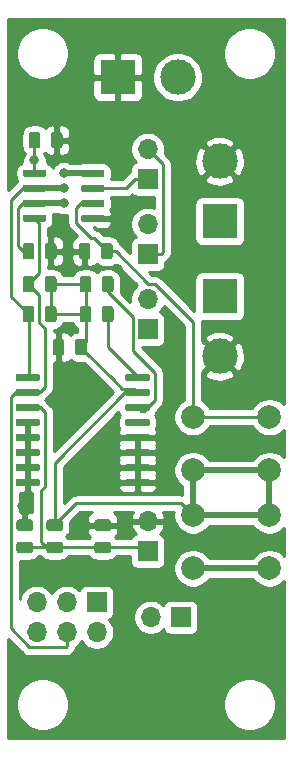
<source format=gbr>
G04 #@! TF.GenerationSoftware,KiCad,Pcbnew,(5.1.5)-3*
G04 #@! TF.CreationDate,2020-12-04T11:48:41+08:00*
G04 #@! TF.ProjectId,Clock PCB,436c6f63-6b20-4504-9342-2e6b69636164,rev?*
G04 #@! TF.SameCoordinates,Original*
G04 #@! TF.FileFunction,Copper,L2,Bot*
G04 #@! TF.FilePolarity,Positive*
%FSLAX46Y46*%
G04 Gerber Fmt 4.6, Leading zero omitted, Abs format (unit mm)*
G04 Created by KiCad (PCBNEW (5.1.5)-3) date 2020-12-04 11:48:41*
%MOMM*%
%LPD*%
G04 APERTURE LIST*
%ADD10O,1.700000X1.700000*%
%ADD11R,1.700000X1.700000*%
%ADD12C,0.150000*%
%ADD13C,3.000000*%
%ADD14R,3.000000X3.000000*%
%ADD15C,2.000000*%
%ADD16C,0.800000*%
%ADD17C,0.250000*%
%ADD18C,0.500000*%
%ADD19C,0.254000*%
G04 APERTURE END LIST*
D10*
X180594000Y-74930000D03*
D11*
X180594000Y-77470000D03*
D10*
X180594000Y-106426000D03*
D11*
X180594000Y-108966000D03*
D10*
X180848000Y-114554000D03*
D11*
X183388000Y-114554000D03*
G04 #@! TA.AperFunction,SMDPad,CuDef*
D12*
G36*
X171846703Y-76662722D02*
G01*
X171861264Y-76664882D01*
X171875543Y-76668459D01*
X171889403Y-76673418D01*
X171902710Y-76679712D01*
X171915336Y-76687280D01*
X171927159Y-76696048D01*
X171938066Y-76705934D01*
X171947952Y-76716841D01*
X171956720Y-76728664D01*
X171964288Y-76741290D01*
X171970582Y-76754597D01*
X171975541Y-76768457D01*
X171979118Y-76782736D01*
X171981278Y-76797297D01*
X171982000Y-76812000D01*
X171982000Y-77112000D01*
X171981278Y-77126703D01*
X171979118Y-77141264D01*
X171975541Y-77155543D01*
X171970582Y-77169403D01*
X171964288Y-77182710D01*
X171956720Y-77195336D01*
X171947952Y-77207159D01*
X171938066Y-77218066D01*
X171927159Y-77227952D01*
X171915336Y-77236720D01*
X171902710Y-77244288D01*
X171889403Y-77250582D01*
X171875543Y-77255541D01*
X171861264Y-77259118D01*
X171846703Y-77261278D01*
X171832000Y-77262000D01*
X170182000Y-77262000D01*
X170167297Y-77261278D01*
X170152736Y-77259118D01*
X170138457Y-77255541D01*
X170124597Y-77250582D01*
X170111290Y-77244288D01*
X170098664Y-77236720D01*
X170086841Y-77227952D01*
X170075934Y-77218066D01*
X170066048Y-77207159D01*
X170057280Y-77195336D01*
X170049712Y-77182710D01*
X170043418Y-77169403D01*
X170038459Y-77155543D01*
X170034882Y-77141264D01*
X170032722Y-77126703D01*
X170032000Y-77112000D01*
X170032000Y-76812000D01*
X170032722Y-76797297D01*
X170034882Y-76782736D01*
X170038459Y-76768457D01*
X170043418Y-76754597D01*
X170049712Y-76741290D01*
X170057280Y-76728664D01*
X170066048Y-76716841D01*
X170075934Y-76705934D01*
X170086841Y-76696048D01*
X170098664Y-76687280D01*
X170111290Y-76679712D01*
X170124597Y-76673418D01*
X170138457Y-76668459D01*
X170152736Y-76664882D01*
X170167297Y-76662722D01*
X170182000Y-76662000D01*
X171832000Y-76662000D01*
X171846703Y-76662722D01*
G37*
G04 #@! TD.AperFunction*
G04 #@! TA.AperFunction,SMDPad,CuDef*
G36*
X171846703Y-77932722D02*
G01*
X171861264Y-77934882D01*
X171875543Y-77938459D01*
X171889403Y-77943418D01*
X171902710Y-77949712D01*
X171915336Y-77957280D01*
X171927159Y-77966048D01*
X171938066Y-77975934D01*
X171947952Y-77986841D01*
X171956720Y-77998664D01*
X171964288Y-78011290D01*
X171970582Y-78024597D01*
X171975541Y-78038457D01*
X171979118Y-78052736D01*
X171981278Y-78067297D01*
X171982000Y-78082000D01*
X171982000Y-78382000D01*
X171981278Y-78396703D01*
X171979118Y-78411264D01*
X171975541Y-78425543D01*
X171970582Y-78439403D01*
X171964288Y-78452710D01*
X171956720Y-78465336D01*
X171947952Y-78477159D01*
X171938066Y-78488066D01*
X171927159Y-78497952D01*
X171915336Y-78506720D01*
X171902710Y-78514288D01*
X171889403Y-78520582D01*
X171875543Y-78525541D01*
X171861264Y-78529118D01*
X171846703Y-78531278D01*
X171832000Y-78532000D01*
X170182000Y-78532000D01*
X170167297Y-78531278D01*
X170152736Y-78529118D01*
X170138457Y-78525541D01*
X170124597Y-78520582D01*
X170111290Y-78514288D01*
X170098664Y-78506720D01*
X170086841Y-78497952D01*
X170075934Y-78488066D01*
X170066048Y-78477159D01*
X170057280Y-78465336D01*
X170049712Y-78452710D01*
X170043418Y-78439403D01*
X170038459Y-78425543D01*
X170034882Y-78411264D01*
X170032722Y-78396703D01*
X170032000Y-78382000D01*
X170032000Y-78082000D01*
X170032722Y-78067297D01*
X170034882Y-78052736D01*
X170038459Y-78038457D01*
X170043418Y-78024597D01*
X170049712Y-78011290D01*
X170057280Y-77998664D01*
X170066048Y-77986841D01*
X170075934Y-77975934D01*
X170086841Y-77966048D01*
X170098664Y-77957280D01*
X170111290Y-77949712D01*
X170124597Y-77943418D01*
X170138457Y-77938459D01*
X170152736Y-77934882D01*
X170167297Y-77932722D01*
X170182000Y-77932000D01*
X171832000Y-77932000D01*
X171846703Y-77932722D01*
G37*
G04 #@! TD.AperFunction*
G04 #@! TA.AperFunction,SMDPad,CuDef*
G36*
X171846703Y-79202722D02*
G01*
X171861264Y-79204882D01*
X171875543Y-79208459D01*
X171889403Y-79213418D01*
X171902710Y-79219712D01*
X171915336Y-79227280D01*
X171927159Y-79236048D01*
X171938066Y-79245934D01*
X171947952Y-79256841D01*
X171956720Y-79268664D01*
X171964288Y-79281290D01*
X171970582Y-79294597D01*
X171975541Y-79308457D01*
X171979118Y-79322736D01*
X171981278Y-79337297D01*
X171982000Y-79352000D01*
X171982000Y-79652000D01*
X171981278Y-79666703D01*
X171979118Y-79681264D01*
X171975541Y-79695543D01*
X171970582Y-79709403D01*
X171964288Y-79722710D01*
X171956720Y-79735336D01*
X171947952Y-79747159D01*
X171938066Y-79758066D01*
X171927159Y-79767952D01*
X171915336Y-79776720D01*
X171902710Y-79784288D01*
X171889403Y-79790582D01*
X171875543Y-79795541D01*
X171861264Y-79799118D01*
X171846703Y-79801278D01*
X171832000Y-79802000D01*
X170182000Y-79802000D01*
X170167297Y-79801278D01*
X170152736Y-79799118D01*
X170138457Y-79795541D01*
X170124597Y-79790582D01*
X170111290Y-79784288D01*
X170098664Y-79776720D01*
X170086841Y-79767952D01*
X170075934Y-79758066D01*
X170066048Y-79747159D01*
X170057280Y-79735336D01*
X170049712Y-79722710D01*
X170043418Y-79709403D01*
X170038459Y-79695543D01*
X170034882Y-79681264D01*
X170032722Y-79666703D01*
X170032000Y-79652000D01*
X170032000Y-79352000D01*
X170032722Y-79337297D01*
X170034882Y-79322736D01*
X170038459Y-79308457D01*
X170043418Y-79294597D01*
X170049712Y-79281290D01*
X170057280Y-79268664D01*
X170066048Y-79256841D01*
X170075934Y-79245934D01*
X170086841Y-79236048D01*
X170098664Y-79227280D01*
X170111290Y-79219712D01*
X170124597Y-79213418D01*
X170138457Y-79208459D01*
X170152736Y-79204882D01*
X170167297Y-79202722D01*
X170182000Y-79202000D01*
X171832000Y-79202000D01*
X171846703Y-79202722D01*
G37*
G04 #@! TD.AperFunction*
G04 #@! TA.AperFunction,SMDPad,CuDef*
G36*
X171846703Y-80472722D02*
G01*
X171861264Y-80474882D01*
X171875543Y-80478459D01*
X171889403Y-80483418D01*
X171902710Y-80489712D01*
X171915336Y-80497280D01*
X171927159Y-80506048D01*
X171938066Y-80515934D01*
X171947952Y-80526841D01*
X171956720Y-80538664D01*
X171964288Y-80551290D01*
X171970582Y-80564597D01*
X171975541Y-80578457D01*
X171979118Y-80592736D01*
X171981278Y-80607297D01*
X171982000Y-80622000D01*
X171982000Y-80922000D01*
X171981278Y-80936703D01*
X171979118Y-80951264D01*
X171975541Y-80965543D01*
X171970582Y-80979403D01*
X171964288Y-80992710D01*
X171956720Y-81005336D01*
X171947952Y-81017159D01*
X171938066Y-81028066D01*
X171927159Y-81037952D01*
X171915336Y-81046720D01*
X171902710Y-81054288D01*
X171889403Y-81060582D01*
X171875543Y-81065541D01*
X171861264Y-81069118D01*
X171846703Y-81071278D01*
X171832000Y-81072000D01*
X170182000Y-81072000D01*
X170167297Y-81071278D01*
X170152736Y-81069118D01*
X170138457Y-81065541D01*
X170124597Y-81060582D01*
X170111290Y-81054288D01*
X170098664Y-81046720D01*
X170086841Y-81037952D01*
X170075934Y-81028066D01*
X170066048Y-81017159D01*
X170057280Y-81005336D01*
X170049712Y-80992710D01*
X170043418Y-80979403D01*
X170038459Y-80965543D01*
X170034882Y-80951264D01*
X170032722Y-80936703D01*
X170032000Y-80922000D01*
X170032000Y-80622000D01*
X170032722Y-80607297D01*
X170034882Y-80592736D01*
X170038459Y-80578457D01*
X170043418Y-80564597D01*
X170049712Y-80551290D01*
X170057280Y-80538664D01*
X170066048Y-80526841D01*
X170075934Y-80515934D01*
X170086841Y-80506048D01*
X170098664Y-80497280D01*
X170111290Y-80489712D01*
X170124597Y-80483418D01*
X170138457Y-80478459D01*
X170152736Y-80474882D01*
X170167297Y-80472722D01*
X170182000Y-80472000D01*
X171832000Y-80472000D01*
X171846703Y-80472722D01*
G37*
G04 #@! TD.AperFunction*
G04 #@! TA.AperFunction,SMDPad,CuDef*
G36*
X176796703Y-80472722D02*
G01*
X176811264Y-80474882D01*
X176825543Y-80478459D01*
X176839403Y-80483418D01*
X176852710Y-80489712D01*
X176865336Y-80497280D01*
X176877159Y-80506048D01*
X176888066Y-80515934D01*
X176897952Y-80526841D01*
X176906720Y-80538664D01*
X176914288Y-80551290D01*
X176920582Y-80564597D01*
X176925541Y-80578457D01*
X176929118Y-80592736D01*
X176931278Y-80607297D01*
X176932000Y-80622000D01*
X176932000Y-80922000D01*
X176931278Y-80936703D01*
X176929118Y-80951264D01*
X176925541Y-80965543D01*
X176920582Y-80979403D01*
X176914288Y-80992710D01*
X176906720Y-81005336D01*
X176897952Y-81017159D01*
X176888066Y-81028066D01*
X176877159Y-81037952D01*
X176865336Y-81046720D01*
X176852710Y-81054288D01*
X176839403Y-81060582D01*
X176825543Y-81065541D01*
X176811264Y-81069118D01*
X176796703Y-81071278D01*
X176782000Y-81072000D01*
X175132000Y-81072000D01*
X175117297Y-81071278D01*
X175102736Y-81069118D01*
X175088457Y-81065541D01*
X175074597Y-81060582D01*
X175061290Y-81054288D01*
X175048664Y-81046720D01*
X175036841Y-81037952D01*
X175025934Y-81028066D01*
X175016048Y-81017159D01*
X175007280Y-81005336D01*
X174999712Y-80992710D01*
X174993418Y-80979403D01*
X174988459Y-80965543D01*
X174984882Y-80951264D01*
X174982722Y-80936703D01*
X174982000Y-80922000D01*
X174982000Y-80622000D01*
X174982722Y-80607297D01*
X174984882Y-80592736D01*
X174988459Y-80578457D01*
X174993418Y-80564597D01*
X174999712Y-80551290D01*
X175007280Y-80538664D01*
X175016048Y-80526841D01*
X175025934Y-80515934D01*
X175036841Y-80506048D01*
X175048664Y-80497280D01*
X175061290Y-80489712D01*
X175074597Y-80483418D01*
X175088457Y-80478459D01*
X175102736Y-80474882D01*
X175117297Y-80472722D01*
X175132000Y-80472000D01*
X176782000Y-80472000D01*
X176796703Y-80472722D01*
G37*
G04 #@! TD.AperFunction*
G04 #@! TA.AperFunction,SMDPad,CuDef*
G36*
X176796703Y-79202722D02*
G01*
X176811264Y-79204882D01*
X176825543Y-79208459D01*
X176839403Y-79213418D01*
X176852710Y-79219712D01*
X176865336Y-79227280D01*
X176877159Y-79236048D01*
X176888066Y-79245934D01*
X176897952Y-79256841D01*
X176906720Y-79268664D01*
X176914288Y-79281290D01*
X176920582Y-79294597D01*
X176925541Y-79308457D01*
X176929118Y-79322736D01*
X176931278Y-79337297D01*
X176932000Y-79352000D01*
X176932000Y-79652000D01*
X176931278Y-79666703D01*
X176929118Y-79681264D01*
X176925541Y-79695543D01*
X176920582Y-79709403D01*
X176914288Y-79722710D01*
X176906720Y-79735336D01*
X176897952Y-79747159D01*
X176888066Y-79758066D01*
X176877159Y-79767952D01*
X176865336Y-79776720D01*
X176852710Y-79784288D01*
X176839403Y-79790582D01*
X176825543Y-79795541D01*
X176811264Y-79799118D01*
X176796703Y-79801278D01*
X176782000Y-79802000D01*
X175132000Y-79802000D01*
X175117297Y-79801278D01*
X175102736Y-79799118D01*
X175088457Y-79795541D01*
X175074597Y-79790582D01*
X175061290Y-79784288D01*
X175048664Y-79776720D01*
X175036841Y-79767952D01*
X175025934Y-79758066D01*
X175016048Y-79747159D01*
X175007280Y-79735336D01*
X174999712Y-79722710D01*
X174993418Y-79709403D01*
X174988459Y-79695543D01*
X174984882Y-79681264D01*
X174982722Y-79666703D01*
X174982000Y-79652000D01*
X174982000Y-79352000D01*
X174982722Y-79337297D01*
X174984882Y-79322736D01*
X174988459Y-79308457D01*
X174993418Y-79294597D01*
X174999712Y-79281290D01*
X175007280Y-79268664D01*
X175016048Y-79256841D01*
X175025934Y-79245934D01*
X175036841Y-79236048D01*
X175048664Y-79227280D01*
X175061290Y-79219712D01*
X175074597Y-79213418D01*
X175088457Y-79208459D01*
X175102736Y-79204882D01*
X175117297Y-79202722D01*
X175132000Y-79202000D01*
X176782000Y-79202000D01*
X176796703Y-79202722D01*
G37*
G04 #@! TD.AperFunction*
G04 #@! TA.AperFunction,SMDPad,CuDef*
G36*
X176796703Y-77932722D02*
G01*
X176811264Y-77934882D01*
X176825543Y-77938459D01*
X176839403Y-77943418D01*
X176852710Y-77949712D01*
X176865336Y-77957280D01*
X176877159Y-77966048D01*
X176888066Y-77975934D01*
X176897952Y-77986841D01*
X176906720Y-77998664D01*
X176914288Y-78011290D01*
X176920582Y-78024597D01*
X176925541Y-78038457D01*
X176929118Y-78052736D01*
X176931278Y-78067297D01*
X176932000Y-78082000D01*
X176932000Y-78382000D01*
X176931278Y-78396703D01*
X176929118Y-78411264D01*
X176925541Y-78425543D01*
X176920582Y-78439403D01*
X176914288Y-78452710D01*
X176906720Y-78465336D01*
X176897952Y-78477159D01*
X176888066Y-78488066D01*
X176877159Y-78497952D01*
X176865336Y-78506720D01*
X176852710Y-78514288D01*
X176839403Y-78520582D01*
X176825543Y-78525541D01*
X176811264Y-78529118D01*
X176796703Y-78531278D01*
X176782000Y-78532000D01*
X175132000Y-78532000D01*
X175117297Y-78531278D01*
X175102736Y-78529118D01*
X175088457Y-78525541D01*
X175074597Y-78520582D01*
X175061290Y-78514288D01*
X175048664Y-78506720D01*
X175036841Y-78497952D01*
X175025934Y-78488066D01*
X175016048Y-78477159D01*
X175007280Y-78465336D01*
X174999712Y-78452710D01*
X174993418Y-78439403D01*
X174988459Y-78425543D01*
X174984882Y-78411264D01*
X174982722Y-78396703D01*
X174982000Y-78382000D01*
X174982000Y-78082000D01*
X174982722Y-78067297D01*
X174984882Y-78052736D01*
X174988459Y-78038457D01*
X174993418Y-78024597D01*
X174999712Y-78011290D01*
X175007280Y-77998664D01*
X175016048Y-77986841D01*
X175025934Y-77975934D01*
X175036841Y-77966048D01*
X175048664Y-77957280D01*
X175061290Y-77949712D01*
X175074597Y-77943418D01*
X175088457Y-77938459D01*
X175102736Y-77934882D01*
X175117297Y-77932722D01*
X175132000Y-77932000D01*
X176782000Y-77932000D01*
X176796703Y-77932722D01*
G37*
G04 #@! TD.AperFunction*
G04 #@! TA.AperFunction,SMDPad,CuDef*
G36*
X176796703Y-76662722D02*
G01*
X176811264Y-76664882D01*
X176825543Y-76668459D01*
X176839403Y-76673418D01*
X176852710Y-76679712D01*
X176865336Y-76687280D01*
X176877159Y-76696048D01*
X176888066Y-76705934D01*
X176897952Y-76716841D01*
X176906720Y-76728664D01*
X176914288Y-76741290D01*
X176920582Y-76754597D01*
X176925541Y-76768457D01*
X176929118Y-76782736D01*
X176931278Y-76797297D01*
X176932000Y-76812000D01*
X176932000Y-77112000D01*
X176931278Y-77126703D01*
X176929118Y-77141264D01*
X176925541Y-77155543D01*
X176920582Y-77169403D01*
X176914288Y-77182710D01*
X176906720Y-77195336D01*
X176897952Y-77207159D01*
X176888066Y-77218066D01*
X176877159Y-77227952D01*
X176865336Y-77236720D01*
X176852710Y-77244288D01*
X176839403Y-77250582D01*
X176825543Y-77255541D01*
X176811264Y-77259118D01*
X176796703Y-77261278D01*
X176782000Y-77262000D01*
X175132000Y-77262000D01*
X175117297Y-77261278D01*
X175102736Y-77259118D01*
X175088457Y-77255541D01*
X175074597Y-77250582D01*
X175061290Y-77244288D01*
X175048664Y-77236720D01*
X175036841Y-77227952D01*
X175025934Y-77218066D01*
X175016048Y-77207159D01*
X175007280Y-77195336D01*
X174999712Y-77182710D01*
X174993418Y-77169403D01*
X174988459Y-77155543D01*
X174984882Y-77141264D01*
X174982722Y-77126703D01*
X174982000Y-77112000D01*
X174982000Y-76812000D01*
X174982722Y-76797297D01*
X174984882Y-76782736D01*
X174988459Y-76768457D01*
X174993418Y-76754597D01*
X174999712Y-76741290D01*
X175007280Y-76728664D01*
X175016048Y-76716841D01*
X175025934Y-76705934D01*
X175036841Y-76696048D01*
X175048664Y-76687280D01*
X175061290Y-76679712D01*
X175074597Y-76673418D01*
X175088457Y-76668459D01*
X175102736Y-76664882D01*
X175117297Y-76662722D01*
X175132000Y-76662000D01*
X176782000Y-76662000D01*
X176796703Y-76662722D01*
G37*
G04 #@! TD.AperFunction*
G04 #@! TA.AperFunction,SMDPad,CuDef*
G36*
X171323703Y-93934722D02*
G01*
X171338264Y-93936882D01*
X171352543Y-93940459D01*
X171366403Y-93945418D01*
X171379710Y-93951712D01*
X171392336Y-93959280D01*
X171404159Y-93968048D01*
X171415066Y-93977934D01*
X171424952Y-93988841D01*
X171433720Y-94000664D01*
X171441288Y-94013290D01*
X171447582Y-94026597D01*
X171452541Y-94040457D01*
X171456118Y-94054736D01*
X171458278Y-94069297D01*
X171459000Y-94084000D01*
X171459000Y-94384000D01*
X171458278Y-94398703D01*
X171456118Y-94413264D01*
X171452541Y-94427543D01*
X171447582Y-94441403D01*
X171441288Y-94454710D01*
X171433720Y-94467336D01*
X171424952Y-94479159D01*
X171415066Y-94490066D01*
X171404159Y-94499952D01*
X171392336Y-94508720D01*
X171379710Y-94516288D01*
X171366403Y-94522582D01*
X171352543Y-94527541D01*
X171338264Y-94531118D01*
X171323703Y-94533278D01*
X171309000Y-94534000D01*
X169559000Y-94534000D01*
X169544297Y-94533278D01*
X169529736Y-94531118D01*
X169515457Y-94527541D01*
X169501597Y-94522582D01*
X169488290Y-94516288D01*
X169475664Y-94508720D01*
X169463841Y-94499952D01*
X169452934Y-94490066D01*
X169443048Y-94479159D01*
X169434280Y-94467336D01*
X169426712Y-94454710D01*
X169420418Y-94441403D01*
X169415459Y-94427543D01*
X169411882Y-94413264D01*
X169409722Y-94398703D01*
X169409000Y-94384000D01*
X169409000Y-94084000D01*
X169409722Y-94069297D01*
X169411882Y-94054736D01*
X169415459Y-94040457D01*
X169420418Y-94026597D01*
X169426712Y-94013290D01*
X169434280Y-94000664D01*
X169443048Y-93988841D01*
X169452934Y-93977934D01*
X169463841Y-93968048D01*
X169475664Y-93959280D01*
X169488290Y-93951712D01*
X169501597Y-93945418D01*
X169515457Y-93940459D01*
X169529736Y-93936882D01*
X169544297Y-93934722D01*
X169559000Y-93934000D01*
X171309000Y-93934000D01*
X171323703Y-93934722D01*
G37*
G04 #@! TD.AperFunction*
G04 #@! TA.AperFunction,SMDPad,CuDef*
G36*
X171323703Y-95204722D02*
G01*
X171338264Y-95206882D01*
X171352543Y-95210459D01*
X171366403Y-95215418D01*
X171379710Y-95221712D01*
X171392336Y-95229280D01*
X171404159Y-95238048D01*
X171415066Y-95247934D01*
X171424952Y-95258841D01*
X171433720Y-95270664D01*
X171441288Y-95283290D01*
X171447582Y-95296597D01*
X171452541Y-95310457D01*
X171456118Y-95324736D01*
X171458278Y-95339297D01*
X171459000Y-95354000D01*
X171459000Y-95654000D01*
X171458278Y-95668703D01*
X171456118Y-95683264D01*
X171452541Y-95697543D01*
X171447582Y-95711403D01*
X171441288Y-95724710D01*
X171433720Y-95737336D01*
X171424952Y-95749159D01*
X171415066Y-95760066D01*
X171404159Y-95769952D01*
X171392336Y-95778720D01*
X171379710Y-95786288D01*
X171366403Y-95792582D01*
X171352543Y-95797541D01*
X171338264Y-95801118D01*
X171323703Y-95803278D01*
X171309000Y-95804000D01*
X169559000Y-95804000D01*
X169544297Y-95803278D01*
X169529736Y-95801118D01*
X169515457Y-95797541D01*
X169501597Y-95792582D01*
X169488290Y-95786288D01*
X169475664Y-95778720D01*
X169463841Y-95769952D01*
X169452934Y-95760066D01*
X169443048Y-95749159D01*
X169434280Y-95737336D01*
X169426712Y-95724710D01*
X169420418Y-95711403D01*
X169415459Y-95697543D01*
X169411882Y-95683264D01*
X169409722Y-95668703D01*
X169409000Y-95654000D01*
X169409000Y-95354000D01*
X169409722Y-95339297D01*
X169411882Y-95324736D01*
X169415459Y-95310457D01*
X169420418Y-95296597D01*
X169426712Y-95283290D01*
X169434280Y-95270664D01*
X169443048Y-95258841D01*
X169452934Y-95247934D01*
X169463841Y-95238048D01*
X169475664Y-95229280D01*
X169488290Y-95221712D01*
X169501597Y-95215418D01*
X169515457Y-95210459D01*
X169529736Y-95206882D01*
X169544297Y-95204722D01*
X169559000Y-95204000D01*
X171309000Y-95204000D01*
X171323703Y-95204722D01*
G37*
G04 #@! TD.AperFunction*
G04 #@! TA.AperFunction,SMDPad,CuDef*
G36*
X171323703Y-96474722D02*
G01*
X171338264Y-96476882D01*
X171352543Y-96480459D01*
X171366403Y-96485418D01*
X171379710Y-96491712D01*
X171392336Y-96499280D01*
X171404159Y-96508048D01*
X171415066Y-96517934D01*
X171424952Y-96528841D01*
X171433720Y-96540664D01*
X171441288Y-96553290D01*
X171447582Y-96566597D01*
X171452541Y-96580457D01*
X171456118Y-96594736D01*
X171458278Y-96609297D01*
X171459000Y-96624000D01*
X171459000Y-96924000D01*
X171458278Y-96938703D01*
X171456118Y-96953264D01*
X171452541Y-96967543D01*
X171447582Y-96981403D01*
X171441288Y-96994710D01*
X171433720Y-97007336D01*
X171424952Y-97019159D01*
X171415066Y-97030066D01*
X171404159Y-97039952D01*
X171392336Y-97048720D01*
X171379710Y-97056288D01*
X171366403Y-97062582D01*
X171352543Y-97067541D01*
X171338264Y-97071118D01*
X171323703Y-97073278D01*
X171309000Y-97074000D01*
X169559000Y-97074000D01*
X169544297Y-97073278D01*
X169529736Y-97071118D01*
X169515457Y-97067541D01*
X169501597Y-97062582D01*
X169488290Y-97056288D01*
X169475664Y-97048720D01*
X169463841Y-97039952D01*
X169452934Y-97030066D01*
X169443048Y-97019159D01*
X169434280Y-97007336D01*
X169426712Y-96994710D01*
X169420418Y-96981403D01*
X169415459Y-96967543D01*
X169411882Y-96953264D01*
X169409722Y-96938703D01*
X169409000Y-96924000D01*
X169409000Y-96624000D01*
X169409722Y-96609297D01*
X169411882Y-96594736D01*
X169415459Y-96580457D01*
X169420418Y-96566597D01*
X169426712Y-96553290D01*
X169434280Y-96540664D01*
X169443048Y-96528841D01*
X169452934Y-96517934D01*
X169463841Y-96508048D01*
X169475664Y-96499280D01*
X169488290Y-96491712D01*
X169501597Y-96485418D01*
X169515457Y-96480459D01*
X169529736Y-96476882D01*
X169544297Y-96474722D01*
X169559000Y-96474000D01*
X171309000Y-96474000D01*
X171323703Y-96474722D01*
G37*
G04 #@! TD.AperFunction*
G04 #@! TA.AperFunction,SMDPad,CuDef*
G36*
X171323703Y-97744722D02*
G01*
X171338264Y-97746882D01*
X171352543Y-97750459D01*
X171366403Y-97755418D01*
X171379710Y-97761712D01*
X171392336Y-97769280D01*
X171404159Y-97778048D01*
X171415066Y-97787934D01*
X171424952Y-97798841D01*
X171433720Y-97810664D01*
X171441288Y-97823290D01*
X171447582Y-97836597D01*
X171452541Y-97850457D01*
X171456118Y-97864736D01*
X171458278Y-97879297D01*
X171459000Y-97894000D01*
X171459000Y-98194000D01*
X171458278Y-98208703D01*
X171456118Y-98223264D01*
X171452541Y-98237543D01*
X171447582Y-98251403D01*
X171441288Y-98264710D01*
X171433720Y-98277336D01*
X171424952Y-98289159D01*
X171415066Y-98300066D01*
X171404159Y-98309952D01*
X171392336Y-98318720D01*
X171379710Y-98326288D01*
X171366403Y-98332582D01*
X171352543Y-98337541D01*
X171338264Y-98341118D01*
X171323703Y-98343278D01*
X171309000Y-98344000D01*
X169559000Y-98344000D01*
X169544297Y-98343278D01*
X169529736Y-98341118D01*
X169515457Y-98337541D01*
X169501597Y-98332582D01*
X169488290Y-98326288D01*
X169475664Y-98318720D01*
X169463841Y-98309952D01*
X169452934Y-98300066D01*
X169443048Y-98289159D01*
X169434280Y-98277336D01*
X169426712Y-98264710D01*
X169420418Y-98251403D01*
X169415459Y-98237543D01*
X169411882Y-98223264D01*
X169409722Y-98208703D01*
X169409000Y-98194000D01*
X169409000Y-97894000D01*
X169409722Y-97879297D01*
X169411882Y-97864736D01*
X169415459Y-97850457D01*
X169420418Y-97836597D01*
X169426712Y-97823290D01*
X169434280Y-97810664D01*
X169443048Y-97798841D01*
X169452934Y-97787934D01*
X169463841Y-97778048D01*
X169475664Y-97769280D01*
X169488290Y-97761712D01*
X169501597Y-97755418D01*
X169515457Y-97750459D01*
X169529736Y-97746882D01*
X169544297Y-97744722D01*
X169559000Y-97744000D01*
X171309000Y-97744000D01*
X171323703Y-97744722D01*
G37*
G04 #@! TD.AperFunction*
G04 #@! TA.AperFunction,SMDPad,CuDef*
G36*
X171323703Y-99014722D02*
G01*
X171338264Y-99016882D01*
X171352543Y-99020459D01*
X171366403Y-99025418D01*
X171379710Y-99031712D01*
X171392336Y-99039280D01*
X171404159Y-99048048D01*
X171415066Y-99057934D01*
X171424952Y-99068841D01*
X171433720Y-99080664D01*
X171441288Y-99093290D01*
X171447582Y-99106597D01*
X171452541Y-99120457D01*
X171456118Y-99134736D01*
X171458278Y-99149297D01*
X171459000Y-99164000D01*
X171459000Y-99464000D01*
X171458278Y-99478703D01*
X171456118Y-99493264D01*
X171452541Y-99507543D01*
X171447582Y-99521403D01*
X171441288Y-99534710D01*
X171433720Y-99547336D01*
X171424952Y-99559159D01*
X171415066Y-99570066D01*
X171404159Y-99579952D01*
X171392336Y-99588720D01*
X171379710Y-99596288D01*
X171366403Y-99602582D01*
X171352543Y-99607541D01*
X171338264Y-99611118D01*
X171323703Y-99613278D01*
X171309000Y-99614000D01*
X169559000Y-99614000D01*
X169544297Y-99613278D01*
X169529736Y-99611118D01*
X169515457Y-99607541D01*
X169501597Y-99602582D01*
X169488290Y-99596288D01*
X169475664Y-99588720D01*
X169463841Y-99579952D01*
X169452934Y-99570066D01*
X169443048Y-99559159D01*
X169434280Y-99547336D01*
X169426712Y-99534710D01*
X169420418Y-99521403D01*
X169415459Y-99507543D01*
X169411882Y-99493264D01*
X169409722Y-99478703D01*
X169409000Y-99464000D01*
X169409000Y-99164000D01*
X169409722Y-99149297D01*
X169411882Y-99134736D01*
X169415459Y-99120457D01*
X169420418Y-99106597D01*
X169426712Y-99093290D01*
X169434280Y-99080664D01*
X169443048Y-99068841D01*
X169452934Y-99057934D01*
X169463841Y-99048048D01*
X169475664Y-99039280D01*
X169488290Y-99031712D01*
X169501597Y-99025418D01*
X169515457Y-99020459D01*
X169529736Y-99016882D01*
X169544297Y-99014722D01*
X169559000Y-99014000D01*
X171309000Y-99014000D01*
X171323703Y-99014722D01*
G37*
G04 #@! TD.AperFunction*
G04 #@! TA.AperFunction,SMDPad,CuDef*
G36*
X171323703Y-100284722D02*
G01*
X171338264Y-100286882D01*
X171352543Y-100290459D01*
X171366403Y-100295418D01*
X171379710Y-100301712D01*
X171392336Y-100309280D01*
X171404159Y-100318048D01*
X171415066Y-100327934D01*
X171424952Y-100338841D01*
X171433720Y-100350664D01*
X171441288Y-100363290D01*
X171447582Y-100376597D01*
X171452541Y-100390457D01*
X171456118Y-100404736D01*
X171458278Y-100419297D01*
X171459000Y-100434000D01*
X171459000Y-100734000D01*
X171458278Y-100748703D01*
X171456118Y-100763264D01*
X171452541Y-100777543D01*
X171447582Y-100791403D01*
X171441288Y-100804710D01*
X171433720Y-100817336D01*
X171424952Y-100829159D01*
X171415066Y-100840066D01*
X171404159Y-100849952D01*
X171392336Y-100858720D01*
X171379710Y-100866288D01*
X171366403Y-100872582D01*
X171352543Y-100877541D01*
X171338264Y-100881118D01*
X171323703Y-100883278D01*
X171309000Y-100884000D01*
X169559000Y-100884000D01*
X169544297Y-100883278D01*
X169529736Y-100881118D01*
X169515457Y-100877541D01*
X169501597Y-100872582D01*
X169488290Y-100866288D01*
X169475664Y-100858720D01*
X169463841Y-100849952D01*
X169452934Y-100840066D01*
X169443048Y-100829159D01*
X169434280Y-100817336D01*
X169426712Y-100804710D01*
X169420418Y-100791403D01*
X169415459Y-100777543D01*
X169411882Y-100763264D01*
X169409722Y-100748703D01*
X169409000Y-100734000D01*
X169409000Y-100434000D01*
X169409722Y-100419297D01*
X169411882Y-100404736D01*
X169415459Y-100390457D01*
X169420418Y-100376597D01*
X169426712Y-100363290D01*
X169434280Y-100350664D01*
X169443048Y-100338841D01*
X169452934Y-100327934D01*
X169463841Y-100318048D01*
X169475664Y-100309280D01*
X169488290Y-100301712D01*
X169501597Y-100295418D01*
X169515457Y-100290459D01*
X169529736Y-100286882D01*
X169544297Y-100284722D01*
X169559000Y-100284000D01*
X171309000Y-100284000D01*
X171323703Y-100284722D01*
G37*
G04 #@! TD.AperFunction*
G04 #@! TA.AperFunction,SMDPad,CuDef*
G36*
X171323703Y-101554722D02*
G01*
X171338264Y-101556882D01*
X171352543Y-101560459D01*
X171366403Y-101565418D01*
X171379710Y-101571712D01*
X171392336Y-101579280D01*
X171404159Y-101588048D01*
X171415066Y-101597934D01*
X171424952Y-101608841D01*
X171433720Y-101620664D01*
X171441288Y-101633290D01*
X171447582Y-101646597D01*
X171452541Y-101660457D01*
X171456118Y-101674736D01*
X171458278Y-101689297D01*
X171459000Y-101704000D01*
X171459000Y-102004000D01*
X171458278Y-102018703D01*
X171456118Y-102033264D01*
X171452541Y-102047543D01*
X171447582Y-102061403D01*
X171441288Y-102074710D01*
X171433720Y-102087336D01*
X171424952Y-102099159D01*
X171415066Y-102110066D01*
X171404159Y-102119952D01*
X171392336Y-102128720D01*
X171379710Y-102136288D01*
X171366403Y-102142582D01*
X171352543Y-102147541D01*
X171338264Y-102151118D01*
X171323703Y-102153278D01*
X171309000Y-102154000D01*
X169559000Y-102154000D01*
X169544297Y-102153278D01*
X169529736Y-102151118D01*
X169515457Y-102147541D01*
X169501597Y-102142582D01*
X169488290Y-102136288D01*
X169475664Y-102128720D01*
X169463841Y-102119952D01*
X169452934Y-102110066D01*
X169443048Y-102099159D01*
X169434280Y-102087336D01*
X169426712Y-102074710D01*
X169420418Y-102061403D01*
X169415459Y-102047543D01*
X169411882Y-102033264D01*
X169409722Y-102018703D01*
X169409000Y-102004000D01*
X169409000Y-101704000D01*
X169409722Y-101689297D01*
X169411882Y-101674736D01*
X169415459Y-101660457D01*
X169420418Y-101646597D01*
X169426712Y-101633290D01*
X169434280Y-101620664D01*
X169443048Y-101608841D01*
X169452934Y-101597934D01*
X169463841Y-101588048D01*
X169475664Y-101579280D01*
X169488290Y-101571712D01*
X169501597Y-101565418D01*
X169515457Y-101560459D01*
X169529736Y-101556882D01*
X169544297Y-101554722D01*
X169559000Y-101554000D01*
X171309000Y-101554000D01*
X171323703Y-101554722D01*
G37*
G04 #@! TD.AperFunction*
G04 #@! TA.AperFunction,SMDPad,CuDef*
G36*
X171323703Y-102824722D02*
G01*
X171338264Y-102826882D01*
X171352543Y-102830459D01*
X171366403Y-102835418D01*
X171379710Y-102841712D01*
X171392336Y-102849280D01*
X171404159Y-102858048D01*
X171415066Y-102867934D01*
X171424952Y-102878841D01*
X171433720Y-102890664D01*
X171441288Y-102903290D01*
X171447582Y-102916597D01*
X171452541Y-102930457D01*
X171456118Y-102944736D01*
X171458278Y-102959297D01*
X171459000Y-102974000D01*
X171459000Y-103274000D01*
X171458278Y-103288703D01*
X171456118Y-103303264D01*
X171452541Y-103317543D01*
X171447582Y-103331403D01*
X171441288Y-103344710D01*
X171433720Y-103357336D01*
X171424952Y-103369159D01*
X171415066Y-103380066D01*
X171404159Y-103389952D01*
X171392336Y-103398720D01*
X171379710Y-103406288D01*
X171366403Y-103412582D01*
X171352543Y-103417541D01*
X171338264Y-103421118D01*
X171323703Y-103423278D01*
X171309000Y-103424000D01*
X169559000Y-103424000D01*
X169544297Y-103423278D01*
X169529736Y-103421118D01*
X169515457Y-103417541D01*
X169501597Y-103412582D01*
X169488290Y-103406288D01*
X169475664Y-103398720D01*
X169463841Y-103389952D01*
X169452934Y-103380066D01*
X169443048Y-103369159D01*
X169434280Y-103357336D01*
X169426712Y-103344710D01*
X169420418Y-103331403D01*
X169415459Y-103317543D01*
X169411882Y-103303264D01*
X169409722Y-103288703D01*
X169409000Y-103274000D01*
X169409000Y-102974000D01*
X169409722Y-102959297D01*
X169411882Y-102944736D01*
X169415459Y-102930457D01*
X169420418Y-102916597D01*
X169426712Y-102903290D01*
X169434280Y-102890664D01*
X169443048Y-102878841D01*
X169452934Y-102867934D01*
X169463841Y-102858048D01*
X169475664Y-102849280D01*
X169488290Y-102841712D01*
X169501597Y-102835418D01*
X169515457Y-102830459D01*
X169529736Y-102826882D01*
X169544297Y-102824722D01*
X169559000Y-102824000D01*
X171309000Y-102824000D01*
X171323703Y-102824722D01*
G37*
G04 #@! TD.AperFunction*
G04 #@! TA.AperFunction,SMDPad,CuDef*
G36*
X180623703Y-102824722D02*
G01*
X180638264Y-102826882D01*
X180652543Y-102830459D01*
X180666403Y-102835418D01*
X180679710Y-102841712D01*
X180692336Y-102849280D01*
X180704159Y-102858048D01*
X180715066Y-102867934D01*
X180724952Y-102878841D01*
X180733720Y-102890664D01*
X180741288Y-102903290D01*
X180747582Y-102916597D01*
X180752541Y-102930457D01*
X180756118Y-102944736D01*
X180758278Y-102959297D01*
X180759000Y-102974000D01*
X180759000Y-103274000D01*
X180758278Y-103288703D01*
X180756118Y-103303264D01*
X180752541Y-103317543D01*
X180747582Y-103331403D01*
X180741288Y-103344710D01*
X180733720Y-103357336D01*
X180724952Y-103369159D01*
X180715066Y-103380066D01*
X180704159Y-103389952D01*
X180692336Y-103398720D01*
X180679710Y-103406288D01*
X180666403Y-103412582D01*
X180652543Y-103417541D01*
X180638264Y-103421118D01*
X180623703Y-103423278D01*
X180609000Y-103424000D01*
X178859000Y-103424000D01*
X178844297Y-103423278D01*
X178829736Y-103421118D01*
X178815457Y-103417541D01*
X178801597Y-103412582D01*
X178788290Y-103406288D01*
X178775664Y-103398720D01*
X178763841Y-103389952D01*
X178752934Y-103380066D01*
X178743048Y-103369159D01*
X178734280Y-103357336D01*
X178726712Y-103344710D01*
X178720418Y-103331403D01*
X178715459Y-103317543D01*
X178711882Y-103303264D01*
X178709722Y-103288703D01*
X178709000Y-103274000D01*
X178709000Y-102974000D01*
X178709722Y-102959297D01*
X178711882Y-102944736D01*
X178715459Y-102930457D01*
X178720418Y-102916597D01*
X178726712Y-102903290D01*
X178734280Y-102890664D01*
X178743048Y-102878841D01*
X178752934Y-102867934D01*
X178763841Y-102858048D01*
X178775664Y-102849280D01*
X178788290Y-102841712D01*
X178801597Y-102835418D01*
X178815457Y-102830459D01*
X178829736Y-102826882D01*
X178844297Y-102824722D01*
X178859000Y-102824000D01*
X180609000Y-102824000D01*
X180623703Y-102824722D01*
G37*
G04 #@! TD.AperFunction*
G04 #@! TA.AperFunction,SMDPad,CuDef*
G36*
X180623703Y-101554722D02*
G01*
X180638264Y-101556882D01*
X180652543Y-101560459D01*
X180666403Y-101565418D01*
X180679710Y-101571712D01*
X180692336Y-101579280D01*
X180704159Y-101588048D01*
X180715066Y-101597934D01*
X180724952Y-101608841D01*
X180733720Y-101620664D01*
X180741288Y-101633290D01*
X180747582Y-101646597D01*
X180752541Y-101660457D01*
X180756118Y-101674736D01*
X180758278Y-101689297D01*
X180759000Y-101704000D01*
X180759000Y-102004000D01*
X180758278Y-102018703D01*
X180756118Y-102033264D01*
X180752541Y-102047543D01*
X180747582Y-102061403D01*
X180741288Y-102074710D01*
X180733720Y-102087336D01*
X180724952Y-102099159D01*
X180715066Y-102110066D01*
X180704159Y-102119952D01*
X180692336Y-102128720D01*
X180679710Y-102136288D01*
X180666403Y-102142582D01*
X180652543Y-102147541D01*
X180638264Y-102151118D01*
X180623703Y-102153278D01*
X180609000Y-102154000D01*
X178859000Y-102154000D01*
X178844297Y-102153278D01*
X178829736Y-102151118D01*
X178815457Y-102147541D01*
X178801597Y-102142582D01*
X178788290Y-102136288D01*
X178775664Y-102128720D01*
X178763841Y-102119952D01*
X178752934Y-102110066D01*
X178743048Y-102099159D01*
X178734280Y-102087336D01*
X178726712Y-102074710D01*
X178720418Y-102061403D01*
X178715459Y-102047543D01*
X178711882Y-102033264D01*
X178709722Y-102018703D01*
X178709000Y-102004000D01*
X178709000Y-101704000D01*
X178709722Y-101689297D01*
X178711882Y-101674736D01*
X178715459Y-101660457D01*
X178720418Y-101646597D01*
X178726712Y-101633290D01*
X178734280Y-101620664D01*
X178743048Y-101608841D01*
X178752934Y-101597934D01*
X178763841Y-101588048D01*
X178775664Y-101579280D01*
X178788290Y-101571712D01*
X178801597Y-101565418D01*
X178815457Y-101560459D01*
X178829736Y-101556882D01*
X178844297Y-101554722D01*
X178859000Y-101554000D01*
X180609000Y-101554000D01*
X180623703Y-101554722D01*
G37*
G04 #@! TD.AperFunction*
G04 #@! TA.AperFunction,SMDPad,CuDef*
G36*
X180623703Y-100284722D02*
G01*
X180638264Y-100286882D01*
X180652543Y-100290459D01*
X180666403Y-100295418D01*
X180679710Y-100301712D01*
X180692336Y-100309280D01*
X180704159Y-100318048D01*
X180715066Y-100327934D01*
X180724952Y-100338841D01*
X180733720Y-100350664D01*
X180741288Y-100363290D01*
X180747582Y-100376597D01*
X180752541Y-100390457D01*
X180756118Y-100404736D01*
X180758278Y-100419297D01*
X180759000Y-100434000D01*
X180759000Y-100734000D01*
X180758278Y-100748703D01*
X180756118Y-100763264D01*
X180752541Y-100777543D01*
X180747582Y-100791403D01*
X180741288Y-100804710D01*
X180733720Y-100817336D01*
X180724952Y-100829159D01*
X180715066Y-100840066D01*
X180704159Y-100849952D01*
X180692336Y-100858720D01*
X180679710Y-100866288D01*
X180666403Y-100872582D01*
X180652543Y-100877541D01*
X180638264Y-100881118D01*
X180623703Y-100883278D01*
X180609000Y-100884000D01*
X178859000Y-100884000D01*
X178844297Y-100883278D01*
X178829736Y-100881118D01*
X178815457Y-100877541D01*
X178801597Y-100872582D01*
X178788290Y-100866288D01*
X178775664Y-100858720D01*
X178763841Y-100849952D01*
X178752934Y-100840066D01*
X178743048Y-100829159D01*
X178734280Y-100817336D01*
X178726712Y-100804710D01*
X178720418Y-100791403D01*
X178715459Y-100777543D01*
X178711882Y-100763264D01*
X178709722Y-100748703D01*
X178709000Y-100734000D01*
X178709000Y-100434000D01*
X178709722Y-100419297D01*
X178711882Y-100404736D01*
X178715459Y-100390457D01*
X178720418Y-100376597D01*
X178726712Y-100363290D01*
X178734280Y-100350664D01*
X178743048Y-100338841D01*
X178752934Y-100327934D01*
X178763841Y-100318048D01*
X178775664Y-100309280D01*
X178788290Y-100301712D01*
X178801597Y-100295418D01*
X178815457Y-100290459D01*
X178829736Y-100286882D01*
X178844297Y-100284722D01*
X178859000Y-100284000D01*
X180609000Y-100284000D01*
X180623703Y-100284722D01*
G37*
G04 #@! TD.AperFunction*
G04 #@! TA.AperFunction,SMDPad,CuDef*
G36*
X180623703Y-99014722D02*
G01*
X180638264Y-99016882D01*
X180652543Y-99020459D01*
X180666403Y-99025418D01*
X180679710Y-99031712D01*
X180692336Y-99039280D01*
X180704159Y-99048048D01*
X180715066Y-99057934D01*
X180724952Y-99068841D01*
X180733720Y-99080664D01*
X180741288Y-99093290D01*
X180747582Y-99106597D01*
X180752541Y-99120457D01*
X180756118Y-99134736D01*
X180758278Y-99149297D01*
X180759000Y-99164000D01*
X180759000Y-99464000D01*
X180758278Y-99478703D01*
X180756118Y-99493264D01*
X180752541Y-99507543D01*
X180747582Y-99521403D01*
X180741288Y-99534710D01*
X180733720Y-99547336D01*
X180724952Y-99559159D01*
X180715066Y-99570066D01*
X180704159Y-99579952D01*
X180692336Y-99588720D01*
X180679710Y-99596288D01*
X180666403Y-99602582D01*
X180652543Y-99607541D01*
X180638264Y-99611118D01*
X180623703Y-99613278D01*
X180609000Y-99614000D01*
X178859000Y-99614000D01*
X178844297Y-99613278D01*
X178829736Y-99611118D01*
X178815457Y-99607541D01*
X178801597Y-99602582D01*
X178788290Y-99596288D01*
X178775664Y-99588720D01*
X178763841Y-99579952D01*
X178752934Y-99570066D01*
X178743048Y-99559159D01*
X178734280Y-99547336D01*
X178726712Y-99534710D01*
X178720418Y-99521403D01*
X178715459Y-99507543D01*
X178711882Y-99493264D01*
X178709722Y-99478703D01*
X178709000Y-99464000D01*
X178709000Y-99164000D01*
X178709722Y-99149297D01*
X178711882Y-99134736D01*
X178715459Y-99120457D01*
X178720418Y-99106597D01*
X178726712Y-99093290D01*
X178734280Y-99080664D01*
X178743048Y-99068841D01*
X178752934Y-99057934D01*
X178763841Y-99048048D01*
X178775664Y-99039280D01*
X178788290Y-99031712D01*
X178801597Y-99025418D01*
X178815457Y-99020459D01*
X178829736Y-99016882D01*
X178844297Y-99014722D01*
X178859000Y-99014000D01*
X180609000Y-99014000D01*
X180623703Y-99014722D01*
G37*
G04 #@! TD.AperFunction*
G04 #@! TA.AperFunction,SMDPad,CuDef*
G36*
X180623703Y-97744722D02*
G01*
X180638264Y-97746882D01*
X180652543Y-97750459D01*
X180666403Y-97755418D01*
X180679710Y-97761712D01*
X180692336Y-97769280D01*
X180704159Y-97778048D01*
X180715066Y-97787934D01*
X180724952Y-97798841D01*
X180733720Y-97810664D01*
X180741288Y-97823290D01*
X180747582Y-97836597D01*
X180752541Y-97850457D01*
X180756118Y-97864736D01*
X180758278Y-97879297D01*
X180759000Y-97894000D01*
X180759000Y-98194000D01*
X180758278Y-98208703D01*
X180756118Y-98223264D01*
X180752541Y-98237543D01*
X180747582Y-98251403D01*
X180741288Y-98264710D01*
X180733720Y-98277336D01*
X180724952Y-98289159D01*
X180715066Y-98300066D01*
X180704159Y-98309952D01*
X180692336Y-98318720D01*
X180679710Y-98326288D01*
X180666403Y-98332582D01*
X180652543Y-98337541D01*
X180638264Y-98341118D01*
X180623703Y-98343278D01*
X180609000Y-98344000D01*
X178859000Y-98344000D01*
X178844297Y-98343278D01*
X178829736Y-98341118D01*
X178815457Y-98337541D01*
X178801597Y-98332582D01*
X178788290Y-98326288D01*
X178775664Y-98318720D01*
X178763841Y-98309952D01*
X178752934Y-98300066D01*
X178743048Y-98289159D01*
X178734280Y-98277336D01*
X178726712Y-98264710D01*
X178720418Y-98251403D01*
X178715459Y-98237543D01*
X178711882Y-98223264D01*
X178709722Y-98208703D01*
X178709000Y-98194000D01*
X178709000Y-97894000D01*
X178709722Y-97879297D01*
X178711882Y-97864736D01*
X178715459Y-97850457D01*
X178720418Y-97836597D01*
X178726712Y-97823290D01*
X178734280Y-97810664D01*
X178743048Y-97798841D01*
X178752934Y-97787934D01*
X178763841Y-97778048D01*
X178775664Y-97769280D01*
X178788290Y-97761712D01*
X178801597Y-97755418D01*
X178815457Y-97750459D01*
X178829736Y-97746882D01*
X178844297Y-97744722D01*
X178859000Y-97744000D01*
X180609000Y-97744000D01*
X180623703Y-97744722D01*
G37*
G04 #@! TD.AperFunction*
G04 #@! TA.AperFunction,SMDPad,CuDef*
G36*
X180623703Y-96474722D02*
G01*
X180638264Y-96476882D01*
X180652543Y-96480459D01*
X180666403Y-96485418D01*
X180679710Y-96491712D01*
X180692336Y-96499280D01*
X180704159Y-96508048D01*
X180715066Y-96517934D01*
X180724952Y-96528841D01*
X180733720Y-96540664D01*
X180741288Y-96553290D01*
X180747582Y-96566597D01*
X180752541Y-96580457D01*
X180756118Y-96594736D01*
X180758278Y-96609297D01*
X180759000Y-96624000D01*
X180759000Y-96924000D01*
X180758278Y-96938703D01*
X180756118Y-96953264D01*
X180752541Y-96967543D01*
X180747582Y-96981403D01*
X180741288Y-96994710D01*
X180733720Y-97007336D01*
X180724952Y-97019159D01*
X180715066Y-97030066D01*
X180704159Y-97039952D01*
X180692336Y-97048720D01*
X180679710Y-97056288D01*
X180666403Y-97062582D01*
X180652543Y-97067541D01*
X180638264Y-97071118D01*
X180623703Y-97073278D01*
X180609000Y-97074000D01*
X178859000Y-97074000D01*
X178844297Y-97073278D01*
X178829736Y-97071118D01*
X178815457Y-97067541D01*
X178801597Y-97062582D01*
X178788290Y-97056288D01*
X178775664Y-97048720D01*
X178763841Y-97039952D01*
X178752934Y-97030066D01*
X178743048Y-97019159D01*
X178734280Y-97007336D01*
X178726712Y-96994710D01*
X178720418Y-96981403D01*
X178715459Y-96967543D01*
X178711882Y-96953264D01*
X178709722Y-96938703D01*
X178709000Y-96924000D01*
X178709000Y-96624000D01*
X178709722Y-96609297D01*
X178711882Y-96594736D01*
X178715459Y-96580457D01*
X178720418Y-96566597D01*
X178726712Y-96553290D01*
X178734280Y-96540664D01*
X178743048Y-96528841D01*
X178752934Y-96517934D01*
X178763841Y-96508048D01*
X178775664Y-96499280D01*
X178788290Y-96491712D01*
X178801597Y-96485418D01*
X178815457Y-96480459D01*
X178829736Y-96476882D01*
X178844297Y-96474722D01*
X178859000Y-96474000D01*
X180609000Y-96474000D01*
X180623703Y-96474722D01*
G37*
G04 #@! TD.AperFunction*
G04 #@! TA.AperFunction,SMDPad,CuDef*
G36*
X180623703Y-95204722D02*
G01*
X180638264Y-95206882D01*
X180652543Y-95210459D01*
X180666403Y-95215418D01*
X180679710Y-95221712D01*
X180692336Y-95229280D01*
X180704159Y-95238048D01*
X180715066Y-95247934D01*
X180724952Y-95258841D01*
X180733720Y-95270664D01*
X180741288Y-95283290D01*
X180747582Y-95296597D01*
X180752541Y-95310457D01*
X180756118Y-95324736D01*
X180758278Y-95339297D01*
X180759000Y-95354000D01*
X180759000Y-95654000D01*
X180758278Y-95668703D01*
X180756118Y-95683264D01*
X180752541Y-95697543D01*
X180747582Y-95711403D01*
X180741288Y-95724710D01*
X180733720Y-95737336D01*
X180724952Y-95749159D01*
X180715066Y-95760066D01*
X180704159Y-95769952D01*
X180692336Y-95778720D01*
X180679710Y-95786288D01*
X180666403Y-95792582D01*
X180652543Y-95797541D01*
X180638264Y-95801118D01*
X180623703Y-95803278D01*
X180609000Y-95804000D01*
X178859000Y-95804000D01*
X178844297Y-95803278D01*
X178829736Y-95801118D01*
X178815457Y-95797541D01*
X178801597Y-95792582D01*
X178788290Y-95786288D01*
X178775664Y-95778720D01*
X178763841Y-95769952D01*
X178752934Y-95760066D01*
X178743048Y-95749159D01*
X178734280Y-95737336D01*
X178726712Y-95724710D01*
X178720418Y-95711403D01*
X178715459Y-95697543D01*
X178711882Y-95683264D01*
X178709722Y-95668703D01*
X178709000Y-95654000D01*
X178709000Y-95354000D01*
X178709722Y-95339297D01*
X178711882Y-95324736D01*
X178715459Y-95310457D01*
X178720418Y-95296597D01*
X178726712Y-95283290D01*
X178734280Y-95270664D01*
X178743048Y-95258841D01*
X178752934Y-95247934D01*
X178763841Y-95238048D01*
X178775664Y-95229280D01*
X178788290Y-95221712D01*
X178801597Y-95215418D01*
X178815457Y-95210459D01*
X178829736Y-95206882D01*
X178844297Y-95204722D01*
X178859000Y-95204000D01*
X180609000Y-95204000D01*
X180623703Y-95204722D01*
G37*
G04 #@! TD.AperFunction*
G04 #@! TA.AperFunction,SMDPad,CuDef*
G36*
X180623703Y-93934722D02*
G01*
X180638264Y-93936882D01*
X180652543Y-93940459D01*
X180666403Y-93945418D01*
X180679710Y-93951712D01*
X180692336Y-93959280D01*
X180704159Y-93968048D01*
X180715066Y-93977934D01*
X180724952Y-93988841D01*
X180733720Y-94000664D01*
X180741288Y-94013290D01*
X180747582Y-94026597D01*
X180752541Y-94040457D01*
X180756118Y-94054736D01*
X180758278Y-94069297D01*
X180759000Y-94084000D01*
X180759000Y-94384000D01*
X180758278Y-94398703D01*
X180756118Y-94413264D01*
X180752541Y-94427543D01*
X180747582Y-94441403D01*
X180741288Y-94454710D01*
X180733720Y-94467336D01*
X180724952Y-94479159D01*
X180715066Y-94490066D01*
X180704159Y-94499952D01*
X180692336Y-94508720D01*
X180679710Y-94516288D01*
X180666403Y-94522582D01*
X180652543Y-94527541D01*
X180638264Y-94531118D01*
X180623703Y-94533278D01*
X180609000Y-94534000D01*
X178859000Y-94534000D01*
X178844297Y-94533278D01*
X178829736Y-94531118D01*
X178815457Y-94527541D01*
X178801597Y-94522582D01*
X178788290Y-94516288D01*
X178775664Y-94508720D01*
X178763841Y-94499952D01*
X178752934Y-94490066D01*
X178743048Y-94479159D01*
X178734280Y-94467336D01*
X178726712Y-94454710D01*
X178720418Y-94441403D01*
X178715459Y-94427543D01*
X178711882Y-94413264D01*
X178709722Y-94398703D01*
X178709000Y-94384000D01*
X178709000Y-94084000D01*
X178709722Y-94069297D01*
X178711882Y-94054736D01*
X178715459Y-94040457D01*
X178720418Y-94026597D01*
X178726712Y-94013290D01*
X178734280Y-94000664D01*
X178743048Y-93988841D01*
X178752934Y-93977934D01*
X178763841Y-93968048D01*
X178775664Y-93959280D01*
X178788290Y-93951712D01*
X178801597Y-93945418D01*
X178815457Y-93940459D01*
X178829736Y-93936882D01*
X178844297Y-93934722D01*
X178859000Y-93934000D01*
X180609000Y-93934000D01*
X180623703Y-93934722D01*
G37*
G04 #@! TD.AperFunction*
G04 #@! TA.AperFunction,SMDPad,CuDef*
G36*
X170660142Y-106272174D02*
G01*
X170683803Y-106275684D01*
X170707007Y-106281496D01*
X170729529Y-106289554D01*
X170751153Y-106299782D01*
X170771670Y-106312079D01*
X170790883Y-106326329D01*
X170808607Y-106342393D01*
X170824671Y-106360117D01*
X170838921Y-106379330D01*
X170851218Y-106399847D01*
X170861446Y-106421471D01*
X170869504Y-106443993D01*
X170875316Y-106467197D01*
X170878826Y-106490858D01*
X170880000Y-106514750D01*
X170880000Y-107002250D01*
X170878826Y-107026142D01*
X170875316Y-107049803D01*
X170869504Y-107073007D01*
X170861446Y-107095529D01*
X170851218Y-107117153D01*
X170838921Y-107137670D01*
X170824671Y-107156883D01*
X170808607Y-107174607D01*
X170790883Y-107190671D01*
X170771670Y-107204921D01*
X170751153Y-107217218D01*
X170729529Y-107227446D01*
X170707007Y-107235504D01*
X170683803Y-107241316D01*
X170660142Y-107244826D01*
X170636250Y-107246000D01*
X169723750Y-107246000D01*
X169699858Y-107244826D01*
X169676197Y-107241316D01*
X169652993Y-107235504D01*
X169630471Y-107227446D01*
X169608847Y-107217218D01*
X169588330Y-107204921D01*
X169569117Y-107190671D01*
X169551393Y-107174607D01*
X169535329Y-107156883D01*
X169521079Y-107137670D01*
X169508782Y-107117153D01*
X169498554Y-107095529D01*
X169490496Y-107073007D01*
X169484684Y-107049803D01*
X169481174Y-107026142D01*
X169480000Y-107002250D01*
X169480000Y-106514750D01*
X169481174Y-106490858D01*
X169484684Y-106467197D01*
X169490496Y-106443993D01*
X169498554Y-106421471D01*
X169508782Y-106399847D01*
X169521079Y-106379330D01*
X169535329Y-106360117D01*
X169551393Y-106342393D01*
X169569117Y-106326329D01*
X169588330Y-106312079D01*
X169608847Y-106299782D01*
X169630471Y-106289554D01*
X169652993Y-106281496D01*
X169676197Y-106275684D01*
X169699858Y-106272174D01*
X169723750Y-106271000D01*
X170636250Y-106271000D01*
X170660142Y-106272174D01*
G37*
G04 #@! TD.AperFunction*
G04 #@! TA.AperFunction,SMDPad,CuDef*
G36*
X170660142Y-108147174D02*
G01*
X170683803Y-108150684D01*
X170707007Y-108156496D01*
X170729529Y-108164554D01*
X170751153Y-108174782D01*
X170771670Y-108187079D01*
X170790883Y-108201329D01*
X170808607Y-108217393D01*
X170824671Y-108235117D01*
X170838921Y-108254330D01*
X170851218Y-108274847D01*
X170861446Y-108296471D01*
X170869504Y-108318993D01*
X170875316Y-108342197D01*
X170878826Y-108365858D01*
X170880000Y-108389750D01*
X170880000Y-108877250D01*
X170878826Y-108901142D01*
X170875316Y-108924803D01*
X170869504Y-108948007D01*
X170861446Y-108970529D01*
X170851218Y-108992153D01*
X170838921Y-109012670D01*
X170824671Y-109031883D01*
X170808607Y-109049607D01*
X170790883Y-109065671D01*
X170771670Y-109079921D01*
X170751153Y-109092218D01*
X170729529Y-109102446D01*
X170707007Y-109110504D01*
X170683803Y-109116316D01*
X170660142Y-109119826D01*
X170636250Y-109121000D01*
X169723750Y-109121000D01*
X169699858Y-109119826D01*
X169676197Y-109116316D01*
X169652993Y-109110504D01*
X169630471Y-109102446D01*
X169608847Y-109092218D01*
X169588330Y-109079921D01*
X169569117Y-109065671D01*
X169551393Y-109049607D01*
X169535329Y-109031883D01*
X169521079Y-109012670D01*
X169508782Y-108992153D01*
X169498554Y-108970529D01*
X169490496Y-108948007D01*
X169484684Y-108924803D01*
X169481174Y-108901142D01*
X169480000Y-108877250D01*
X169480000Y-108389750D01*
X169481174Y-108365858D01*
X169484684Y-108342197D01*
X169490496Y-108318993D01*
X169498554Y-108296471D01*
X169508782Y-108274847D01*
X169521079Y-108254330D01*
X169535329Y-108235117D01*
X169551393Y-108217393D01*
X169569117Y-108201329D01*
X169588330Y-108187079D01*
X169608847Y-108174782D01*
X169630471Y-108164554D01*
X169652993Y-108156496D01*
X169676197Y-108150684D01*
X169699858Y-108147174D01*
X169723750Y-108146000D01*
X170636250Y-108146000D01*
X170660142Y-108147174D01*
G37*
G04 #@! TD.AperFunction*
G04 #@! TA.AperFunction,SMDPad,CuDef*
G36*
X173200142Y-108147174D02*
G01*
X173223803Y-108150684D01*
X173247007Y-108156496D01*
X173269529Y-108164554D01*
X173291153Y-108174782D01*
X173311670Y-108187079D01*
X173330883Y-108201329D01*
X173348607Y-108217393D01*
X173364671Y-108235117D01*
X173378921Y-108254330D01*
X173391218Y-108274847D01*
X173401446Y-108296471D01*
X173409504Y-108318993D01*
X173415316Y-108342197D01*
X173418826Y-108365858D01*
X173420000Y-108389750D01*
X173420000Y-108877250D01*
X173418826Y-108901142D01*
X173415316Y-108924803D01*
X173409504Y-108948007D01*
X173401446Y-108970529D01*
X173391218Y-108992153D01*
X173378921Y-109012670D01*
X173364671Y-109031883D01*
X173348607Y-109049607D01*
X173330883Y-109065671D01*
X173311670Y-109079921D01*
X173291153Y-109092218D01*
X173269529Y-109102446D01*
X173247007Y-109110504D01*
X173223803Y-109116316D01*
X173200142Y-109119826D01*
X173176250Y-109121000D01*
X172263750Y-109121000D01*
X172239858Y-109119826D01*
X172216197Y-109116316D01*
X172192993Y-109110504D01*
X172170471Y-109102446D01*
X172148847Y-109092218D01*
X172128330Y-109079921D01*
X172109117Y-109065671D01*
X172091393Y-109049607D01*
X172075329Y-109031883D01*
X172061079Y-109012670D01*
X172048782Y-108992153D01*
X172038554Y-108970529D01*
X172030496Y-108948007D01*
X172024684Y-108924803D01*
X172021174Y-108901142D01*
X172020000Y-108877250D01*
X172020000Y-108389750D01*
X172021174Y-108365858D01*
X172024684Y-108342197D01*
X172030496Y-108318993D01*
X172038554Y-108296471D01*
X172048782Y-108274847D01*
X172061079Y-108254330D01*
X172075329Y-108235117D01*
X172091393Y-108217393D01*
X172109117Y-108201329D01*
X172128330Y-108187079D01*
X172148847Y-108174782D01*
X172170471Y-108164554D01*
X172192993Y-108156496D01*
X172216197Y-108150684D01*
X172239858Y-108147174D01*
X172263750Y-108146000D01*
X173176250Y-108146000D01*
X173200142Y-108147174D01*
G37*
G04 #@! TD.AperFunction*
G04 #@! TA.AperFunction,SMDPad,CuDef*
G36*
X173200142Y-106272174D02*
G01*
X173223803Y-106275684D01*
X173247007Y-106281496D01*
X173269529Y-106289554D01*
X173291153Y-106299782D01*
X173311670Y-106312079D01*
X173330883Y-106326329D01*
X173348607Y-106342393D01*
X173364671Y-106360117D01*
X173378921Y-106379330D01*
X173391218Y-106399847D01*
X173401446Y-106421471D01*
X173409504Y-106443993D01*
X173415316Y-106467197D01*
X173418826Y-106490858D01*
X173420000Y-106514750D01*
X173420000Y-107002250D01*
X173418826Y-107026142D01*
X173415316Y-107049803D01*
X173409504Y-107073007D01*
X173401446Y-107095529D01*
X173391218Y-107117153D01*
X173378921Y-107137670D01*
X173364671Y-107156883D01*
X173348607Y-107174607D01*
X173330883Y-107190671D01*
X173311670Y-107204921D01*
X173291153Y-107217218D01*
X173269529Y-107227446D01*
X173247007Y-107235504D01*
X173223803Y-107241316D01*
X173200142Y-107244826D01*
X173176250Y-107246000D01*
X172263750Y-107246000D01*
X172239858Y-107244826D01*
X172216197Y-107241316D01*
X172192993Y-107235504D01*
X172170471Y-107227446D01*
X172148847Y-107217218D01*
X172128330Y-107204921D01*
X172109117Y-107190671D01*
X172091393Y-107174607D01*
X172075329Y-107156883D01*
X172061079Y-107137670D01*
X172048782Y-107117153D01*
X172038554Y-107095529D01*
X172030496Y-107073007D01*
X172024684Y-107049803D01*
X172021174Y-107026142D01*
X172020000Y-107002250D01*
X172020000Y-106514750D01*
X172021174Y-106490858D01*
X172024684Y-106467197D01*
X172030496Y-106443993D01*
X172038554Y-106421471D01*
X172048782Y-106399847D01*
X172061079Y-106379330D01*
X172075329Y-106360117D01*
X172091393Y-106342393D01*
X172109117Y-106326329D01*
X172128330Y-106312079D01*
X172148847Y-106299782D01*
X172170471Y-106289554D01*
X172192993Y-106281496D01*
X172216197Y-106275684D01*
X172239858Y-106272174D01*
X172263750Y-106271000D01*
X173176250Y-106271000D01*
X173200142Y-106272174D01*
G37*
G04 #@! TD.AperFunction*
G04 #@! TA.AperFunction,SMDPad,CuDef*
G36*
X177481142Y-85661174D02*
G01*
X177504803Y-85664684D01*
X177528007Y-85670496D01*
X177550529Y-85678554D01*
X177572153Y-85688782D01*
X177592670Y-85701079D01*
X177611883Y-85715329D01*
X177629607Y-85731393D01*
X177645671Y-85749117D01*
X177659921Y-85768330D01*
X177672218Y-85788847D01*
X177682446Y-85810471D01*
X177690504Y-85832993D01*
X177696316Y-85856197D01*
X177699826Y-85879858D01*
X177701000Y-85903750D01*
X177701000Y-86816250D01*
X177699826Y-86840142D01*
X177696316Y-86863803D01*
X177690504Y-86887007D01*
X177682446Y-86909529D01*
X177672218Y-86931153D01*
X177659921Y-86951670D01*
X177645671Y-86970883D01*
X177629607Y-86988607D01*
X177611883Y-87004671D01*
X177592670Y-87018921D01*
X177572153Y-87031218D01*
X177550529Y-87041446D01*
X177528007Y-87049504D01*
X177504803Y-87055316D01*
X177481142Y-87058826D01*
X177457250Y-87060000D01*
X176969750Y-87060000D01*
X176945858Y-87058826D01*
X176922197Y-87055316D01*
X176898993Y-87049504D01*
X176876471Y-87041446D01*
X176854847Y-87031218D01*
X176834330Y-87018921D01*
X176815117Y-87004671D01*
X176797393Y-86988607D01*
X176781329Y-86970883D01*
X176767079Y-86951670D01*
X176754782Y-86931153D01*
X176744554Y-86909529D01*
X176736496Y-86887007D01*
X176730684Y-86863803D01*
X176727174Y-86840142D01*
X176726000Y-86816250D01*
X176726000Y-85903750D01*
X176727174Y-85879858D01*
X176730684Y-85856197D01*
X176736496Y-85832993D01*
X176744554Y-85810471D01*
X176754782Y-85788847D01*
X176767079Y-85768330D01*
X176781329Y-85749117D01*
X176797393Y-85731393D01*
X176815117Y-85715329D01*
X176834330Y-85701079D01*
X176854847Y-85688782D01*
X176876471Y-85678554D01*
X176898993Y-85670496D01*
X176922197Y-85664684D01*
X176945858Y-85661174D01*
X176969750Y-85660000D01*
X177457250Y-85660000D01*
X177481142Y-85661174D01*
G37*
G04 #@! TD.AperFunction*
G04 #@! TA.AperFunction,SMDPad,CuDef*
G36*
X175606142Y-85661174D02*
G01*
X175629803Y-85664684D01*
X175653007Y-85670496D01*
X175675529Y-85678554D01*
X175697153Y-85688782D01*
X175717670Y-85701079D01*
X175736883Y-85715329D01*
X175754607Y-85731393D01*
X175770671Y-85749117D01*
X175784921Y-85768330D01*
X175797218Y-85788847D01*
X175807446Y-85810471D01*
X175815504Y-85832993D01*
X175821316Y-85856197D01*
X175824826Y-85879858D01*
X175826000Y-85903750D01*
X175826000Y-86816250D01*
X175824826Y-86840142D01*
X175821316Y-86863803D01*
X175815504Y-86887007D01*
X175807446Y-86909529D01*
X175797218Y-86931153D01*
X175784921Y-86951670D01*
X175770671Y-86970883D01*
X175754607Y-86988607D01*
X175736883Y-87004671D01*
X175717670Y-87018921D01*
X175697153Y-87031218D01*
X175675529Y-87041446D01*
X175653007Y-87049504D01*
X175629803Y-87055316D01*
X175606142Y-87058826D01*
X175582250Y-87060000D01*
X175094750Y-87060000D01*
X175070858Y-87058826D01*
X175047197Y-87055316D01*
X175023993Y-87049504D01*
X175001471Y-87041446D01*
X174979847Y-87031218D01*
X174959330Y-87018921D01*
X174940117Y-87004671D01*
X174922393Y-86988607D01*
X174906329Y-86970883D01*
X174892079Y-86951670D01*
X174879782Y-86931153D01*
X174869554Y-86909529D01*
X174861496Y-86887007D01*
X174855684Y-86863803D01*
X174852174Y-86840142D01*
X174851000Y-86816250D01*
X174851000Y-85903750D01*
X174852174Y-85879858D01*
X174855684Y-85856197D01*
X174861496Y-85832993D01*
X174869554Y-85810471D01*
X174879782Y-85788847D01*
X174892079Y-85768330D01*
X174906329Y-85749117D01*
X174922393Y-85731393D01*
X174940117Y-85715329D01*
X174959330Y-85701079D01*
X174979847Y-85688782D01*
X175001471Y-85678554D01*
X175023993Y-85670496D01*
X175047197Y-85664684D01*
X175070858Y-85661174D01*
X175094750Y-85660000D01*
X175582250Y-85660000D01*
X175606142Y-85661174D01*
G37*
G04 #@! TD.AperFunction*
G04 #@! TA.AperFunction,SMDPad,CuDef*
G36*
X177481142Y-88201174D02*
G01*
X177504803Y-88204684D01*
X177528007Y-88210496D01*
X177550529Y-88218554D01*
X177572153Y-88228782D01*
X177592670Y-88241079D01*
X177611883Y-88255329D01*
X177629607Y-88271393D01*
X177645671Y-88289117D01*
X177659921Y-88308330D01*
X177672218Y-88328847D01*
X177682446Y-88350471D01*
X177690504Y-88372993D01*
X177696316Y-88396197D01*
X177699826Y-88419858D01*
X177701000Y-88443750D01*
X177701000Y-89356250D01*
X177699826Y-89380142D01*
X177696316Y-89403803D01*
X177690504Y-89427007D01*
X177682446Y-89449529D01*
X177672218Y-89471153D01*
X177659921Y-89491670D01*
X177645671Y-89510883D01*
X177629607Y-89528607D01*
X177611883Y-89544671D01*
X177592670Y-89558921D01*
X177572153Y-89571218D01*
X177550529Y-89581446D01*
X177528007Y-89589504D01*
X177504803Y-89595316D01*
X177481142Y-89598826D01*
X177457250Y-89600000D01*
X176969750Y-89600000D01*
X176945858Y-89598826D01*
X176922197Y-89595316D01*
X176898993Y-89589504D01*
X176876471Y-89581446D01*
X176854847Y-89571218D01*
X176834330Y-89558921D01*
X176815117Y-89544671D01*
X176797393Y-89528607D01*
X176781329Y-89510883D01*
X176767079Y-89491670D01*
X176754782Y-89471153D01*
X176744554Y-89449529D01*
X176736496Y-89427007D01*
X176730684Y-89403803D01*
X176727174Y-89380142D01*
X176726000Y-89356250D01*
X176726000Y-88443750D01*
X176727174Y-88419858D01*
X176730684Y-88396197D01*
X176736496Y-88372993D01*
X176744554Y-88350471D01*
X176754782Y-88328847D01*
X176767079Y-88308330D01*
X176781329Y-88289117D01*
X176797393Y-88271393D01*
X176815117Y-88255329D01*
X176834330Y-88241079D01*
X176854847Y-88228782D01*
X176876471Y-88218554D01*
X176898993Y-88210496D01*
X176922197Y-88204684D01*
X176945858Y-88201174D01*
X176969750Y-88200000D01*
X177457250Y-88200000D01*
X177481142Y-88201174D01*
G37*
G04 #@! TD.AperFunction*
G04 #@! TA.AperFunction,SMDPad,CuDef*
G36*
X175606142Y-88201174D02*
G01*
X175629803Y-88204684D01*
X175653007Y-88210496D01*
X175675529Y-88218554D01*
X175697153Y-88228782D01*
X175717670Y-88241079D01*
X175736883Y-88255329D01*
X175754607Y-88271393D01*
X175770671Y-88289117D01*
X175784921Y-88308330D01*
X175797218Y-88328847D01*
X175807446Y-88350471D01*
X175815504Y-88372993D01*
X175821316Y-88396197D01*
X175824826Y-88419858D01*
X175826000Y-88443750D01*
X175826000Y-89356250D01*
X175824826Y-89380142D01*
X175821316Y-89403803D01*
X175815504Y-89427007D01*
X175807446Y-89449529D01*
X175797218Y-89471153D01*
X175784921Y-89491670D01*
X175770671Y-89510883D01*
X175754607Y-89528607D01*
X175736883Y-89544671D01*
X175717670Y-89558921D01*
X175697153Y-89571218D01*
X175675529Y-89581446D01*
X175653007Y-89589504D01*
X175629803Y-89595316D01*
X175606142Y-89598826D01*
X175582250Y-89600000D01*
X175094750Y-89600000D01*
X175070858Y-89598826D01*
X175047197Y-89595316D01*
X175023993Y-89589504D01*
X175001471Y-89581446D01*
X174979847Y-89571218D01*
X174959330Y-89558921D01*
X174940117Y-89544671D01*
X174922393Y-89528607D01*
X174906329Y-89510883D01*
X174892079Y-89491670D01*
X174879782Y-89471153D01*
X174869554Y-89449529D01*
X174861496Y-89427007D01*
X174855684Y-89403803D01*
X174852174Y-89380142D01*
X174851000Y-89356250D01*
X174851000Y-88443750D01*
X174852174Y-88419858D01*
X174855684Y-88396197D01*
X174861496Y-88372993D01*
X174869554Y-88350471D01*
X174879782Y-88328847D01*
X174892079Y-88308330D01*
X174906329Y-88289117D01*
X174922393Y-88271393D01*
X174940117Y-88255329D01*
X174959330Y-88241079D01*
X174979847Y-88228782D01*
X175001471Y-88218554D01*
X175023993Y-88210496D01*
X175047197Y-88204684D01*
X175070858Y-88201174D01*
X175094750Y-88200000D01*
X175582250Y-88200000D01*
X175606142Y-88201174D01*
G37*
G04 #@! TD.AperFunction*
G04 #@! TA.AperFunction,SMDPad,CuDef*
G36*
X172655142Y-82867174D02*
G01*
X172678803Y-82870684D01*
X172702007Y-82876496D01*
X172724529Y-82884554D01*
X172746153Y-82894782D01*
X172766670Y-82907079D01*
X172785883Y-82921329D01*
X172803607Y-82937393D01*
X172819671Y-82955117D01*
X172833921Y-82974330D01*
X172846218Y-82994847D01*
X172856446Y-83016471D01*
X172864504Y-83038993D01*
X172870316Y-83062197D01*
X172873826Y-83085858D01*
X172875000Y-83109750D01*
X172875000Y-84022250D01*
X172873826Y-84046142D01*
X172870316Y-84069803D01*
X172864504Y-84093007D01*
X172856446Y-84115529D01*
X172846218Y-84137153D01*
X172833921Y-84157670D01*
X172819671Y-84176883D01*
X172803607Y-84194607D01*
X172785883Y-84210671D01*
X172766670Y-84224921D01*
X172746153Y-84237218D01*
X172724529Y-84247446D01*
X172702007Y-84255504D01*
X172678803Y-84261316D01*
X172655142Y-84264826D01*
X172631250Y-84266000D01*
X172143750Y-84266000D01*
X172119858Y-84264826D01*
X172096197Y-84261316D01*
X172072993Y-84255504D01*
X172050471Y-84247446D01*
X172028847Y-84237218D01*
X172008330Y-84224921D01*
X171989117Y-84210671D01*
X171971393Y-84194607D01*
X171955329Y-84176883D01*
X171941079Y-84157670D01*
X171928782Y-84137153D01*
X171918554Y-84115529D01*
X171910496Y-84093007D01*
X171904684Y-84069803D01*
X171901174Y-84046142D01*
X171900000Y-84022250D01*
X171900000Y-83109750D01*
X171901174Y-83085858D01*
X171904684Y-83062197D01*
X171910496Y-83038993D01*
X171918554Y-83016471D01*
X171928782Y-82994847D01*
X171941079Y-82974330D01*
X171955329Y-82955117D01*
X171971393Y-82937393D01*
X171989117Y-82921329D01*
X172008330Y-82907079D01*
X172028847Y-82894782D01*
X172050471Y-82884554D01*
X172072993Y-82876496D01*
X172096197Y-82870684D01*
X172119858Y-82867174D01*
X172143750Y-82866000D01*
X172631250Y-82866000D01*
X172655142Y-82867174D01*
G37*
G04 #@! TD.AperFunction*
G04 #@! TA.AperFunction,SMDPad,CuDef*
G36*
X170780142Y-82867174D02*
G01*
X170803803Y-82870684D01*
X170827007Y-82876496D01*
X170849529Y-82884554D01*
X170871153Y-82894782D01*
X170891670Y-82907079D01*
X170910883Y-82921329D01*
X170928607Y-82937393D01*
X170944671Y-82955117D01*
X170958921Y-82974330D01*
X170971218Y-82994847D01*
X170981446Y-83016471D01*
X170989504Y-83038993D01*
X170995316Y-83062197D01*
X170998826Y-83085858D01*
X171000000Y-83109750D01*
X171000000Y-84022250D01*
X170998826Y-84046142D01*
X170995316Y-84069803D01*
X170989504Y-84093007D01*
X170981446Y-84115529D01*
X170971218Y-84137153D01*
X170958921Y-84157670D01*
X170944671Y-84176883D01*
X170928607Y-84194607D01*
X170910883Y-84210671D01*
X170891670Y-84224921D01*
X170871153Y-84237218D01*
X170849529Y-84247446D01*
X170827007Y-84255504D01*
X170803803Y-84261316D01*
X170780142Y-84264826D01*
X170756250Y-84266000D01*
X170268750Y-84266000D01*
X170244858Y-84264826D01*
X170221197Y-84261316D01*
X170197993Y-84255504D01*
X170175471Y-84247446D01*
X170153847Y-84237218D01*
X170133330Y-84224921D01*
X170114117Y-84210671D01*
X170096393Y-84194607D01*
X170080329Y-84176883D01*
X170066079Y-84157670D01*
X170053782Y-84137153D01*
X170043554Y-84115529D01*
X170035496Y-84093007D01*
X170029684Y-84069803D01*
X170026174Y-84046142D01*
X170025000Y-84022250D01*
X170025000Y-83109750D01*
X170026174Y-83085858D01*
X170029684Y-83062197D01*
X170035496Y-83038993D01*
X170043554Y-83016471D01*
X170053782Y-82994847D01*
X170066079Y-82974330D01*
X170080329Y-82955117D01*
X170096393Y-82937393D01*
X170114117Y-82921329D01*
X170133330Y-82907079D01*
X170153847Y-82894782D01*
X170175471Y-82884554D01*
X170197993Y-82876496D01*
X170221197Y-82870684D01*
X170244858Y-82867174D01*
X170268750Y-82866000D01*
X170756250Y-82866000D01*
X170780142Y-82867174D01*
G37*
G04 #@! TD.AperFunction*
G04 #@! TA.AperFunction,SMDPad,CuDef*
G36*
X175527642Y-82867174D02*
G01*
X175551303Y-82870684D01*
X175574507Y-82876496D01*
X175597029Y-82884554D01*
X175618653Y-82894782D01*
X175639170Y-82907079D01*
X175658383Y-82921329D01*
X175676107Y-82937393D01*
X175692171Y-82955117D01*
X175706421Y-82974330D01*
X175718718Y-82994847D01*
X175728946Y-83016471D01*
X175737004Y-83038993D01*
X175742816Y-83062197D01*
X175746326Y-83085858D01*
X175747500Y-83109750D01*
X175747500Y-84022250D01*
X175746326Y-84046142D01*
X175742816Y-84069803D01*
X175737004Y-84093007D01*
X175728946Y-84115529D01*
X175718718Y-84137153D01*
X175706421Y-84157670D01*
X175692171Y-84176883D01*
X175676107Y-84194607D01*
X175658383Y-84210671D01*
X175639170Y-84224921D01*
X175618653Y-84237218D01*
X175597029Y-84247446D01*
X175574507Y-84255504D01*
X175551303Y-84261316D01*
X175527642Y-84264826D01*
X175503750Y-84266000D01*
X175016250Y-84266000D01*
X174992358Y-84264826D01*
X174968697Y-84261316D01*
X174945493Y-84255504D01*
X174922971Y-84247446D01*
X174901347Y-84237218D01*
X174880830Y-84224921D01*
X174861617Y-84210671D01*
X174843893Y-84194607D01*
X174827829Y-84176883D01*
X174813579Y-84157670D01*
X174801282Y-84137153D01*
X174791054Y-84115529D01*
X174782996Y-84093007D01*
X174777184Y-84069803D01*
X174773674Y-84046142D01*
X174772500Y-84022250D01*
X174772500Y-83109750D01*
X174773674Y-83085858D01*
X174777184Y-83062197D01*
X174782996Y-83038993D01*
X174791054Y-83016471D01*
X174801282Y-82994847D01*
X174813579Y-82974330D01*
X174827829Y-82955117D01*
X174843893Y-82937393D01*
X174861617Y-82921329D01*
X174880830Y-82907079D01*
X174901347Y-82894782D01*
X174922971Y-82884554D01*
X174945493Y-82876496D01*
X174968697Y-82870684D01*
X174992358Y-82867174D01*
X175016250Y-82866000D01*
X175503750Y-82866000D01*
X175527642Y-82867174D01*
G37*
G04 #@! TD.AperFunction*
G04 #@! TA.AperFunction,SMDPad,CuDef*
G36*
X177402642Y-82867174D02*
G01*
X177426303Y-82870684D01*
X177449507Y-82876496D01*
X177472029Y-82884554D01*
X177493653Y-82894782D01*
X177514170Y-82907079D01*
X177533383Y-82921329D01*
X177551107Y-82937393D01*
X177567171Y-82955117D01*
X177581421Y-82974330D01*
X177593718Y-82994847D01*
X177603946Y-83016471D01*
X177612004Y-83038993D01*
X177617816Y-83062197D01*
X177621326Y-83085858D01*
X177622500Y-83109750D01*
X177622500Y-84022250D01*
X177621326Y-84046142D01*
X177617816Y-84069803D01*
X177612004Y-84093007D01*
X177603946Y-84115529D01*
X177593718Y-84137153D01*
X177581421Y-84157670D01*
X177567171Y-84176883D01*
X177551107Y-84194607D01*
X177533383Y-84210671D01*
X177514170Y-84224921D01*
X177493653Y-84237218D01*
X177472029Y-84247446D01*
X177449507Y-84255504D01*
X177426303Y-84261316D01*
X177402642Y-84264826D01*
X177378750Y-84266000D01*
X176891250Y-84266000D01*
X176867358Y-84264826D01*
X176843697Y-84261316D01*
X176820493Y-84255504D01*
X176797971Y-84247446D01*
X176776347Y-84237218D01*
X176755830Y-84224921D01*
X176736617Y-84210671D01*
X176718893Y-84194607D01*
X176702829Y-84176883D01*
X176688579Y-84157670D01*
X176676282Y-84137153D01*
X176666054Y-84115529D01*
X176657996Y-84093007D01*
X176652184Y-84069803D01*
X176648674Y-84046142D01*
X176647500Y-84022250D01*
X176647500Y-83109750D01*
X176648674Y-83085858D01*
X176652184Y-83062197D01*
X176657996Y-83038993D01*
X176666054Y-83016471D01*
X176676282Y-82994847D01*
X176688579Y-82974330D01*
X176702829Y-82955117D01*
X176718893Y-82937393D01*
X176736617Y-82921329D01*
X176755830Y-82907079D01*
X176776347Y-82894782D01*
X176797971Y-82884554D01*
X176820493Y-82876496D01*
X176843697Y-82870684D01*
X176867358Y-82867174D01*
X176891250Y-82866000D01*
X177378750Y-82866000D01*
X177402642Y-82867174D01*
G37*
G04 #@! TD.AperFunction*
G04 #@! TA.AperFunction,SMDPad,CuDef*
G36*
X170780142Y-88201174D02*
G01*
X170803803Y-88204684D01*
X170827007Y-88210496D01*
X170849529Y-88218554D01*
X170871153Y-88228782D01*
X170891670Y-88241079D01*
X170910883Y-88255329D01*
X170928607Y-88271393D01*
X170944671Y-88289117D01*
X170958921Y-88308330D01*
X170971218Y-88328847D01*
X170981446Y-88350471D01*
X170989504Y-88372993D01*
X170995316Y-88396197D01*
X170998826Y-88419858D01*
X171000000Y-88443750D01*
X171000000Y-89356250D01*
X170998826Y-89380142D01*
X170995316Y-89403803D01*
X170989504Y-89427007D01*
X170981446Y-89449529D01*
X170971218Y-89471153D01*
X170958921Y-89491670D01*
X170944671Y-89510883D01*
X170928607Y-89528607D01*
X170910883Y-89544671D01*
X170891670Y-89558921D01*
X170871153Y-89571218D01*
X170849529Y-89581446D01*
X170827007Y-89589504D01*
X170803803Y-89595316D01*
X170780142Y-89598826D01*
X170756250Y-89600000D01*
X170268750Y-89600000D01*
X170244858Y-89598826D01*
X170221197Y-89595316D01*
X170197993Y-89589504D01*
X170175471Y-89581446D01*
X170153847Y-89571218D01*
X170133330Y-89558921D01*
X170114117Y-89544671D01*
X170096393Y-89528607D01*
X170080329Y-89510883D01*
X170066079Y-89491670D01*
X170053782Y-89471153D01*
X170043554Y-89449529D01*
X170035496Y-89427007D01*
X170029684Y-89403803D01*
X170026174Y-89380142D01*
X170025000Y-89356250D01*
X170025000Y-88443750D01*
X170026174Y-88419858D01*
X170029684Y-88396197D01*
X170035496Y-88372993D01*
X170043554Y-88350471D01*
X170053782Y-88328847D01*
X170066079Y-88308330D01*
X170080329Y-88289117D01*
X170096393Y-88271393D01*
X170114117Y-88255329D01*
X170133330Y-88241079D01*
X170153847Y-88228782D01*
X170175471Y-88218554D01*
X170197993Y-88210496D01*
X170221197Y-88204684D01*
X170244858Y-88201174D01*
X170268750Y-88200000D01*
X170756250Y-88200000D01*
X170780142Y-88201174D01*
G37*
G04 #@! TD.AperFunction*
G04 #@! TA.AperFunction,SMDPad,CuDef*
G36*
X172655142Y-88201174D02*
G01*
X172678803Y-88204684D01*
X172702007Y-88210496D01*
X172724529Y-88218554D01*
X172746153Y-88228782D01*
X172766670Y-88241079D01*
X172785883Y-88255329D01*
X172803607Y-88271393D01*
X172819671Y-88289117D01*
X172833921Y-88308330D01*
X172846218Y-88328847D01*
X172856446Y-88350471D01*
X172864504Y-88372993D01*
X172870316Y-88396197D01*
X172873826Y-88419858D01*
X172875000Y-88443750D01*
X172875000Y-89356250D01*
X172873826Y-89380142D01*
X172870316Y-89403803D01*
X172864504Y-89427007D01*
X172856446Y-89449529D01*
X172846218Y-89471153D01*
X172833921Y-89491670D01*
X172819671Y-89510883D01*
X172803607Y-89528607D01*
X172785883Y-89544671D01*
X172766670Y-89558921D01*
X172746153Y-89571218D01*
X172724529Y-89581446D01*
X172702007Y-89589504D01*
X172678803Y-89595316D01*
X172655142Y-89598826D01*
X172631250Y-89600000D01*
X172143750Y-89600000D01*
X172119858Y-89598826D01*
X172096197Y-89595316D01*
X172072993Y-89589504D01*
X172050471Y-89581446D01*
X172028847Y-89571218D01*
X172008330Y-89558921D01*
X171989117Y-89544671D01*
X171971393Y-89528607D01*
X171955329Y-89510883D01*
X171941079Y-89491670D01*
X171928782Y-89471153D01*
X171918554Y-89449529D01*
X171910496Y-89427007D01*
X171904684Y-89403803D01*
X171901174Y-89380142D01*
X171900000Y-89356250D01*
X171900000Y-88443750D01*
X171901174Y-88419858D01*
X171904684Y-88396197D01*
X171910496Y-88372993D01*
X171918554Y-88350471D01*
X171928782Y-88328847D01*
X171941079Y-88308330D01*
X171955329Y-88289117D01*
X171971393Y-88271393D01*
X171989117Y-88255329D01*
X172008330Y-88241079D01*
X172028847Y-88228782D01*
X172050471Y-88218554D01*
X172072993Y-88210496D01*
X172096197Y-88204684D01*
X172119858Y-88201174D01*
X172143750Y-88200000D01*
X172631250Y-88200000D01*
X172655142Y-88201174D01*
G37*
G04 #@! TD.AperFunction*
G04 #@! TA.AperFunction,SMDPad,CuDef*
G36*
X170780142Y-85661174D02*
G01*
X170803803Y-85664684D01*
X170827007Y-85670496D01*
X170849529Y-85678554D01*
X170871153Y-85688782D01*
X170891670Y-85701079D01*
X170910883Y-85715329D01*
X170928607Y-85731393D01*
X170944671Y-85749117D01*
X170958921Y-85768330D01*
X170971218Y-85788847D01*
X170981446Y-85810471D01*
X170989504Y-85832993D01*
X170995316Y-85856197D01*
X170998826Y-85879858D01*
X171000000Y-85903750D01*
X171000000Y-86816250D01*
X170998826Y-86840142D01*
X170995316Y-86863803D01*
X170989504Y-86887007D01*
X170981446Y-86909529D01*
X170971218Y-86931153D01*
X170958921Y-86951670D01*
X170944671Y-86970883D01*
X170928607Y-86988607D01*
X170910883Y-87004671D01*
X170891670Y-87018921D01*
X170871153Y-87031218D01*
X170849529Y-87041446D01*
X170827007Y-87049504D01*
X170803803Y-87055316D01*
X170780142Y-87058826D01*
X170756250Y-87060000D01*
X170268750Y-87060000D01*
X170244858Y-87058826D01*
X170221197Y-87055316D01*
X170197993Y-87049504D01*
X170175471Y-87041446D01*
X170153847Y-87031218D01*
X170133330Y-87018921D01*
X170114117Y-87004671D01*
X170096393Y-86988607D01*
X170080329Y-86970883D01*
X170066079Y-86951670D01*
X170053782Y-86931153D01*
X170043554Y-86909529D01*
X170035496Y-86887007D01*
X170029684Y-86863803D01*
X170026174Y-86840142D01*
X170025000Y-86816250D01*
X170025000Y-85903750D01*
X170026174Y-85879858D01*
X170029684Y-85856197D01*
X170035496Y-85832993D01*
X170043554Y-85810471D01*
X170053782Y-85788847D01*
X170066079Y-85768330D01*
X170080329Y-85749117D01*
X170096393Y-85731393D01*
X170114117Y-85715329D01*
X170133330Y-85701079D01*
X170153847Y-85688782D01*
X170175471Y-85678554D01*
X170197993Y-85670496D01*
X170221197Y-85664684D01*
X170244858Y-85661174D01*
X170268750Y-85660000D01*
X170756250Y-85660000D01*
X170780142Y-85661174D01*
G37*
G04 #@! TD.AperFunction*
G04 #@! TA.AperFunction,SMDPad,CuDef*
G36*
X172655142Y-85661174D02*
G01*
X172678803Y-85664684D01*
X172702007Y-85670496D01*
X172724529Y-85678554D01*
X172746153Y-85688782D01*
X172766670Y-85701079D01*
X172785883Y-85715329D01*
X172803607Y-85731393D01*
X172819671Y-85749117D01*
X172833921Y-85768330D01*
X172846218Y-85788847D01*
X172856446Y-85810471D01*
X172864504Y-85832993D01*
X172870316Y-85856197D01*
X172873826Y-85879858D01*
X172875000Y-85903750D01*
X172875000Y-86816250D01*
X172873826Y-86840142D01*
X172870316Y-86863803D01*
X172864504Y-86887007D01*
X172856446Y-86909529D01*
X172846218Y-86931153D01*
X172833921Y-86951670D01*
X172819671Y-86970883D01*
X172803607Y-86988607D01*
X172785883Y-87004671D01*
X172766670Y-87018921D01*
X172746153Y-87031218D01*
X172724529Y-87041446D01*
X172702007Y-87049504D01*
X172678803Y-87055316D01*
X172655142Y-87058826D01*
X172631250Y-87060000D01*
X172143750Y-87060000D01*
X172119858Y-87058826D01*
X172096197Y-87055316D01*
X172072993Y-87049504D01*
X172050471Y-87041446D01*
X172028847Y-87031218D01*
X172008330Y-87018921D01*
X171989117Y-87004671D01*
X171971393Y-86988607D01*
X171955329Y-86970883D01*
X171941079Y-86951670D01*
X171928782Y-86931153D01*
X171918554Y-86909529D01*
X171910496Y-86887007D01*
X171904684Y-86863803D01*
X171901174Y-86840142D01*
X171900000Y-86816250D01*
X171900000Y-85903750D01*
X171901174Y-85879858D01*
X171904684Y-85856197D01*
X171910496Y-85832993D01*
X171918554Y-85810471D01*
X171928782Y-85788847D01*
X171941079Y-85768330D01*
X171955329Y-85749117D01*
X171971393Y-85731393D01*
X171989117Y-85715329D01*
X172008330Y-85701079D01*
X172028847Y-85688782D01*
X172050471Y-85678554D01*
X172072993Y-85670496D01*
X172096197Y-85664684D01*
X172119858Y-85661174D01*
X172143750Y-85660000D01*
X172631250Y-85660000D01*
X172655142Y-85661174D01*
G37*
G04 #@! TD.AperFunction*
G04 #@! TA.AperFunction,SMDPad,CuDef*
G36*
X177264142Y-106272174D02*
G01*
X177287803Y-106275684D01*
X177311007Y-106281496D01*
X177333529Y-106289554D01*
X177355153Y-106299782D01*
X177375670Y-106312079D01*
X177394883Y-106326329D01*
X177412607Y-106342393D01*
X177428671Y-106360117D01*
X177442921Y-106379330D01*
X177455218Y-106399847D01*
X177465446Y-106421471D01*
X177473504Y-106443993D01*
X177479316Y-106467197D01*
X177482826Y-106490858D01*
X177484000Y-106514750D01*
X177484000Y-107002250D01*
X177482826Y-107026142D01*
X177479316Y-107049803D01*
X177473504Y-107073007D01*
X177465446Y-107095529D01*
X177455218Y-107117153D01*
X177442921Y-107137670D01*
X177428671Y-107156883D01*
X177412607Y-107174607D01*
X177394883Y-107190671D01*
X177375670Y-107204921D01*
X177355153Y-107217218D01*
X177333529Y-107227446D01*
X177311007Y-107235504D01*
X177287803Y-107241316D01*
X177264142Y-107244826D01*
X177240250Y-107246000D01*
X176327750Y-107246000D01*
X176303858Y-107244826D01*
X176280197Y-107241316D01*
X176256993Y-107235504D01*
X176234471Y-107227446D01*
X176212847Y-107217218D01*
X176192330Y-107204921D01*
X176173117Y-107190671D01*
X176155393Y-107174607D01*
X176139329Y-107156883D01*
X176125079Y-107137670D01*
X176112782Y-107117153D01*
X176102554Y-107095529D01*
X176094496Y-107073007D01*
X176088684Y-107049803D01*
X176085174Y-107026142D01*
X176084000Y-107002250D01*
X176084000Y-106514750D01*
X176085174Y-106490858D01*
X176088684Y-106467197D01*
X176094496Y-106443993D01*
X176102554Y-106421471D01*
X176112782Y-106399847D01*
X176125079Y-106379330D01*
X176139329Y-106360117D01*
X176155393Y-106342393D01*
X176173117Y-106326329D01*
X176192330Y-106312079D01*
X176212847Y-106299782D01*
X176234471Y-106289554D01*
X176256993Y-106281496D01*
X176280197Y-106275684D01*
X176303858Y-106272174D01*
X176327750Y-106271000D01*
X177240250Y-106271000D01*
X177264142Y-106272174D01*
G37*
G04 #@! TD.AperFunction*
G04 #@! TA.AperFunction,SMDPad,CuDef*
G36*
X177264142Y-108147174D02*
G01*
X177287803Y-108150684D01*
X177311007Y-108156496D01*
X177333529Y-108164554D01*
X177355153Y-108174782D01*
X177375670Y-108187079D01*
X177394883Y-108201329D01*
X177412607Y-108217393D01*
X177428671Y-108235117D01*
X177442921Y-108254330D01*
X177455218Y-108274847D01*
X177465446Y-108296471D01*
X177473504Y-108318993D01*
X177479316Y-108342197D01*
X177482826Y-108365858D01*
X177484000Y-108389750D01*
X177484000Y-108877250D01*
X177482826Y-108901142D01*
X177479316Y-108924803D01*
X177473504Y-108948007D01*
X177465446Y-108970529D01*
X177455218Y-108992153D01*
X177442921Y-109012670D01*
X177428671Y-109031883D01*
X177412607Y-109049607D01*
X177394883Y-109065671D01*
X177375670Y-109079921D01*
X177355153Y-109092218D01*
X177333529Y-109102446D01*
X177311007Y-109110504D01*
X177287803Y-109116316D01*
X177264142Y-109119826D01*
X177240250Y-109121000D01*
X176327750Y-109121000D01*
X176303858Y-109119826D01*
X176280197Y-109116316D01*
X176256993Y-109110504D01*
X176234471Y-109102446D01*
X176212847Y-109092218D01*
X176192330Y-109079921D01*
X176173117Y-109065671D01*
X176155393Y-109049607D01*
X176139329Y-109031883D01*
X176125079Y-109012670D01*
X176112782Y-108992153D01*
X176102554Y-108970529D01*
X176094496Y-108948007D01*
X176088684Y-108924803D01*
X176085174Y-108901142D01*
X176084000Y-108877250D01*
X176084000Y-108389750D01*
X176085174Y-108365858D01*
X176088684Y-108342197D01*
X176094496Y-108318993D01*
X176102554Y-108296471D01*
X176112782Y-108274847D01*
X176125079Y-108254330D01*
X176139329Y-108235117D01*
X176155393Y-108217393D01*
X176173117Y-108201329D01*
X176192330Y-108187079D01*
X176212847Y-108174782D01*
X176234471Y-108164554D01*
X176256993Y-108156496D01*
X176280197Y-108150684D01*
X176303858Y-108147174D01*
X176327750Y-108146000D01*
X177240250Y-108146000D01*
X177264142Y-108147174D01*
G37*
G04 #@! TD.AperFunction*
G04 #@! TA.AperFunction,SMDPad,CuDef*
G36*
X173320142Y-90995174D02*
G01*
X173343803Y-90998684D01*
X173367007Y-91004496D01*
X173389529Y-91012554D01*
X173411153Y-91022782D01*
X173431670Y-91035079D01*
X173450883Y-91049329D01*
X173468607Y-91065393D01*
X173484671Y-91083117D01*
X173498921Y-91102330D01*
X173511218Y-91122847D01*
X173521446Y-91144471D01*
X173529504Y-91166993D01*
X173535316Y-91190197D01*
X173538826Y-91213858D01*
X173540000Y-91237750D01*
X173540000Y-92150250D01*
X173538826Y-92174142D01*
X173535316Y-92197803D01*
X173529504Y-92221007D01*
X173521446Y-92243529D01*
X173511218Y-92265153D01*
X173498921Y-92285670D01*
X173484671Y-92304883D01*
X173468607Y-92322607D01*
X173450883Y-92338671D01*
X173431670Y-92352921D01*
X173411153Y-92365218D01*
X173389529Y-92375446D01*
X173367007Y-92383504D01*
X173343803Y-92389316D01*
X173320142Y-92392826D01*
X173296250Y-92394000D01*
X172808750Y-92394000D01*
X172784858Y-92392826D01*
X172761197Y-92389316D01*
X172737993Y-92383504D01*
X172715471Y-92375446D01*
X172693847Y-92365218D01*
X172673330Y-92352921D01*
X172654117Y-92338671D01*
X172636393Y-92322607D01*
X172620329Y-92304883D01*
X172606079Y-92285670D01*
X172593782Y-92265153D01*
X172583554Y-92243529D01*
X172575496Y-92221007D01*
X172569684Y-92197803D01*
X172566174Y-92174142D01*
X172565000Y-92150250D01*
X172565000Y-91237750D01*
X172566174Y-91213858D01*
X172569684Y-91190197D01*
X172575496Y-91166993D01*
X172583554Y-91144471D01*
X172593782Y-91122847D01*
X172606079Y-91102330D01*
X172620329Y-91083117D01*
X172636393Y-91065393D01*
X172654117Y-91049329D01*
X172673330Y-91035079D01*
X172693847Y-91022782D01*
X172715471Y-91012554D01*
X172737993Y-91004496D01*
X172761197Y-90998684D01*
X172784858Y-90995174D01*
X172808750Y-90994000D01*
X173296250Y-90994000D01*
X173320142Y-90995174D01*
G37*
G04 #@! TD.AperFunction*
G04 #@! TA.AperFunction,SMDPad,CuDef*
G36*
X175195142Y-90995174D02*
G01*
X175218803Y-90998684D01*
X175242007Y-91004496D01*
X175264529Y-91012554D01*
X175286153Y-91022782D01*
X175306670Y-91035079D01*
X175325883Y-91049329D01*
X175343607Y-91065393D01*
X175359671Y-91083117D01*
X175373921Y-91102330D01*
X175386218Y-91122847D01*
X175396446Y-91144471D01*
X175404504Y-91166993D01*
X175410316Y-91190197D01*
X175413826Y-91213858D01*
X175415000Y-91237750D01*
X175415000Y-92150250D01*
X175413826Y-92174142D01*
X175410316Y-92197803D01*
X175404504Y-92221007D01*
X175396446Y-92243529D01*
X175386218Y-92265153D01*
X175373921Y-92285670D01*
X175359671Y-92304883D01*
X175343607Y-92322607D01*
X175325883Y-92338671D01*
X175306670Y-92352921D01*
X175286153Y-92365218D01*
X175264529Y-92375446D01*
X175242007Y-92383504D01*
X175218803Y-92389316D01*
X175195142Y-92392826D01*
X175171250Y-92394000D01*
X174683750Y-92394000D01*
X174659858Y-92392826D01*
X174636197Y-92389316D01*
X174612993Y-92383504D01*
X174590471Y-92375446D01*
X174568847Y-92365218D01*
X174548330Y-92352921D01*
X174529117Y-92338671D01*
X174511393Y-92322607D01*
X174495329Y-92304883D01*
X174481079Y-92285670D01*
X174468782Y-92265153D01*
X174458554Y-92243529D01*
X174450496Y-92221007D01*
X174444684Y-92197803D01*
X174441174Y-92174142D01*
X174440000Y-92150250D01*
X174440000Y-91237750D01*
X174441174Y-91213858D01*
X174444684Y-91190197D01*
X174450496Y-91166993D01*
X174458554Y-91144471D01*
X174468782Y-91122847D01*
X174481079Y-91102330D01*
X174495329Y-91083117D01*
X174511393Y-91065393D01*
X174529117Y-91049329D01*
X174548330Y-91035079D01*
X174568847Y-91022782D01*
X174590471Y-91012554D01*
X174612993Y-91004496D01*
X174636197Y-90998684D01*
X174659858Y-90995174D01*
X174683750Y-90994000D01*
X175171250Y-90994000D01*
X175195142Y-90995174D01*
G37*
G04 #@! TD.AperFunction*
G04 #@! TA.AperFunction,SMDPad,CuDef*
G36*
X171288142Y-73469174D02*
G01*
X171311803Y-73472684D01*
X171335007Y-73478496D01*
X171357529Y-73486554D01*
X171379153Y-73496782D01*
X171399670Y-73509079D01*
X171418883Y-73523329D01*
X171436607Y-73539393D01*
X171452671Y-73557117D01*
X171466921Y-73576330D01*
X171479218Y-73596847D01*
X171489446Y-73618471D01*
X171497504Y-73640993D01*
X171503316Y-73664197D01*
X171506826Y-73687858D01*
X171508000Y-73711750D01*
X171508000Y-74624250D01*
X171506826Y-74648142D01*
X171503316Y-74671803D01*
X171497504Y-74695007D01*
X171489446Y-74717529D01*
X171479218Y-74739153D01*
X171466921Y-74759670D01*
X171452671Y-74778883D01*
X171436607Y-74796607D01*
X171418883Y-74812671D01*
X171399670Y-74826921D01*
X171379153Y-74839218D01*
X171357529Y-74849446D01*
X171335007Y-74857504D01*
X171311803Y-74863316D01*
X171288142Y-74866826D01*
X171264250Y-74868000D01*
X170776750Y-74868000D01*
X170752858Y-74866826D01*
X170729197Y-74863316D01*
X170705993Y-74857504D01*
X170683471Y-74849446D01*
X170661847Y-74839218D01*
X170641330Y-74826921D01*
X170622117Y-74812671D01*
X170604393Y-74796607D01*
X170588329Y-74778883D01*
X170574079Y-74759670D01*
X170561782Y-74739153D01*
X170551554Y-74717529D01*
X170543496Y-74695007D01*
X170537684Y-74671803D01*
X170534174Y-74648142D01*
X170533000Y-74624250D01*
X170533000Y-73711750D01*
X170534174Y-73687858D01*
X170537684Y-73664197D01*
X170543496Y-73640993D01*
X170551554Y-73618471D01*
X170561782Y-73596847D01*
X170574079Y-73576330D01*
X170588329Y-73557117D01*
X170604393Y-73539393D01*
X170622117Y-73523329D01*
X170641330Y-73509079D01*
X170661847Y-73496782D01*
X170683471Y-73486554D01*
X170705993Y-73478496D01*
X170729197Y-73472684D01*
X170752858Y-73469174D01*
X170776750Y-73468000D01*
X171264250Y-73468000D01*
X171288142Y-73469174D01*
G37*
G04 #@! TD.AperFunction*
G04 #@! TA.AperFunction,SMDPad,CuDef*
G36*
X173163142Y-73469174D02*
G01*
X173186803Y-73472684D01*
X173210007Y-73478496D01*
X173232529Y-73486554D01*
X173254153Y-73496782D01*
X173274670Y-73509079D01*
X173293883Y-73523329D01*
X173311607Y-73539393D01*
X173327671Y-73557117D01*
X173341921Y-73576330D01*
X173354218Y-73596847D01*
X173364446Y-73618471D01*
X173372504Y-73640993D01*
X173378316Y-73664197D01*
X173381826Y-73687858D01*
X173383000Y-73711750D01*
X173383000Y-74624250D01*
X173381826Y-74648142D01*
X173378316Y-74671803D01*
X173372504Y-74695007D01*
X173364446Y-74717529D01*
X173354218Y-74739153D01*
X173341921Y-74759670D01*
X173327671Y-74778883D01*
X173311607Y-74796607D01*
X173293883Y-74812671D01*
X173274670Y-74826921D01*
X173254153Y-74839218D01*
X173232529Y-74849446D01*
X173210007Y-74857504D01*
X173186803Y-74863316D01*
X173163142Y-74866826D01*
X173139250Y-74868000D01*
X172651750Y-74868000D01*
X172627858Y-74866826D01*
X172604197Y-74863316D01*
X172580993Y-74857504D01*
X172558471Y-74849446D01*
X172536847Y-74839218D01*
X172516330Y-74826921D01*
X172497117Y-74812671D01*
X172479393Y-74796607D01*
X172463329Y-74778883D01*
X172449079Y-74759670D01*
X172436782Y-74739153D01*
X172426554Y-74717529D01*
X172418496Y-74695007D01*
X172412684Y-74671803D01*
X172409174Y-74648142D01*
X172408000Y-74624250D01*
X172408000Y-73711750D01*
X172409174Y-73687858D01*
X172412684Y-73664197D01*
X172418496Y-73640993D01*
X172426554Y-73618471D01*
X172436782Y-73596847D01*
X172449079Y-73576330D01*
X172463329Y-73557117D01*
X172479393Y-73539393D01*
X172497117Y-73523329D01*
X172516330Y-73509079D01*
X172536847Y-73496782D01*
X172558471Y-73486554D01*
X172580993Y-73478496D01*
X172604197Y-73472684D01*
X172627858Y-73469174D01*
X172651750Y-73468000D01*
X173139250Y-73468000D01*
X173163142Y-73469174D01*
G37*
G04 #@! TD.AperFunction*
D13*
X186690000Y-75946000D03*
D14*
X186690000Y-81026000D03*
D10*
X180594000Y-87630000D03*
D11*
X180594000Y-90170000D03*
D10*
X180594000Y-81280000D03*
D11*
X180594000Y-83820000D03*
D15*
X190904000Y-105918000D03*
X190904000Y-110418000D03*
X184404000Y-105918000D03*
X184404000Y-110418000D03*
X184404000Y-102108000D03*
X184404000Y-97608000D03*
X190904000Y-102108000D03*
X190904000Y-97608000D03*
D13*
X186690000Y-92456000D03*
D14*
X186690000Y-87376000D03*
D10*
X171196000Y-115824000D03*
X171196000Y-113284000D03*
X173736000Y-115824000D03*
X173736000Y-113284000D03*
X176276000Y-115824000D03*
D11*
X176276000Y-113284000D03*
D13*
X183134000Y-68834000D03*
D14*
X178054000Y-68834000D03*
D16*
X178054000Y-85090000D03*
X173736000Y-83566000D03*
X177546000Y-103378000D03*
X169926000Y-105156000D03*
X178054000Y-80772000D03*
X174244000Y-95504000D03*
X171007000Y-75881000D03*
X173482000Y-76962000D03*
X173482000Y-78232000D03*
X173482000Y-79502000D03*
D17*
X184404000Y-97608000D02*
X190904000Y-97608000D01*
X174982000Y-79502000D02*
X175957000Y-79502000D01*
X174556990Y-79927010D02*
X174982000Y-79502000D01*
X174556990Y-81160180D02*
X174556990Y-79927010D01*
X175837800Y-82440990D02*
X174556990Y-81160180D01*
X176009990Y-82440990D02*
X175837800Y-82440990D01*
X177135000Y-83566000D02*
X176009990Y-82440990D01*
X184404000Y-96193787D02*
X184404000Y-97608000D01*
X184404000Y-89552998D02*
X184404000Y-96193787D01*
X180663997Y-86354999D02*
X181206001Y-86354999D01*
X177874998Y-83566000D02*
X180663997Y-86354999D01*
X181206001Y-86354999D02*
X184404000Y-89552998D01*
X177135000Y-83566000D02*
X177874998Y-83566000D01*
X175413027Y-92179527D02*
X174927500Y-91694000D01*
X178437500Y-95204000D02*
X177633750Y-94400250D01*
X179434000Y-95204000D02*
X178437500Y-95204000D01*
X179734000Y-95504000D02*
X179434000Y-95204000D01*
X174851000Y-86360000D02*
X173990000Y-86360000D01*
X175338500Y-86360000D02*
X174851000Y-86360000D01*
X172387500Y-86360000D02*
X172387500Y-88900000D01*
X172387500Y-88900000D02*
X175338500Y-88900000D01*
X175338500Y-88200000D02*
X175338500Y-86360000D01*
X175338500Y-88900000D02*
X175338500Y-88200000D01*
X175338500Y-91283000D02*
X174927500Y-91694000D01*
X175338500Y-88900000D02*
X175338500Y-91283000D01*
X178709000Y-95504000D02*
X179734000Y-95504000D01*
X172720000Y-101493000D02*
X178709000Y-95504000D01*
X172720000Y-106758500D02*
X172720000Y-101493000D01*
D18*
X190904000Y-102108000D02*
X184404000Y-102108000D01*
X184404000Y-105918000D02*
X190904000Y-105918000D01*
X190904000Y-102108000D02*
X190904000Y-105918000D01*
X184404000Y-102108000D02*
X184404000Y-105918000D01*
D17*
X171007000Y-74181500D02*
X171020500Y-74168000D01*
X171007000Y-76962000D02*
X171007000Y-75881000D01*
X173205527Y-106272973D02*
X172720000Y-106758500D01*
X174560499Y-104918001D02*
X173205527Y-106272973D01*
X183404001Y-104918001D02*
X174560499Y-104918001D01*
X184404000Y-105918000D02*
X183404001Y-104918001D01*
X173990000Y-86360000D02*
X172387500Y-86360000D01*
X171007000Y-75881000D02*
X171007000Y-74181500D01*
X177633750Y-94400250D02*
X175413027Y-92179527D01*
X171884010Y-90092262D02*
X171425010Y-89633262D01*
X171425010Y-89633262D02*
X171425010Y-87272510D01*
X171007000Y-80772000D02*
X171425010Y-81190010D01*
X170434000Y-95504000D02*
X171459000Y-95504000D01*
X171884010Y-95078990D02*
X171884010Y-90092262D01*
X171425010Y-85447490D02*
X170998027Y-85874473D01*
X171425010Y-81190010D02*
X171425010Y-85447490D01*
X170998027Y-85874473D02*
X170512500Y-86360000D01*
X171459000Y-95504000D02*
X171884010Y-95078990D01*
X170998027Y-86845527D02*
X170512500Y-86360000D01*
X171425010Y-87272510D02*
X170998027Y-86845527D01*
X168983990Y-95929010D02*
X169409000Y-95504000D01*
X168983990Y-115498992D02*
X168983990Y-95929010D01*
X169409000Y-95504000D02*
X170434000Y-95504000D01*
X170583999Y-117099001D02*
X168983990Y-115498992D01*
X173663080Y-117099001D02*
X170583999Y-117099001D01*
X173736000Y-117026081D02*
X173663080Y-117099001D01*
X173736000Y-115824000D02*
X173736000Y-117026081D01*
D18*
X173482000Y-76962000D02*
X175957000Y-76962000D01*
D17*
X170512500Y-94155500D02*
X170434000Y-94234000D01*
X170512500Y-88900000D02*
X170512500Y-94155500D01*
X169056980Y-87444480D02*
X170026973Y-88414473D01*
X169056980Y-79207020D02*
X169056980Y-87444480D01*
X170026973Y-88414473D02*
X170512500Y-88900000D01*
X170032000Y-78232000D02*
X169056980Y-79207020D01*
X171007000Y-78232000D02*
X170032000Y-78232000D01*
D18*
X173482000Y-78232000D02*
X171007000Y-78232000D01*
D17*
X181443999Y-75779999D02*
X180594000Y-74930000D01*
X181869001Y-83644999D02*
X181869001Y-76205001D01*
X181694000Y-83820000D02*
X181869001Y-83644999D01*
X181869001Y-76205001D02*
X181443999Y-75779999D01*
X180594000Y-83820000D02*
X181694000Y-83820000D01*
X178732000Y-78232000D02*
X176932000Y-78232000D01*
X176932000Y-78232000D02*
X175957000Y-78232000D01*
X179494000Y-77470000D02*
X178732000Y-78232000D01*
X180594000Y-77470000D02*
X179494000Y-77470000D01*
X170025000Y-83566000D02*
X169606990Y-83147990D01*
X169606990Y-79927010D02*
X170032000Y-79502000D01*
X170512500Y-83566000D02*
X170025000Y-83566000D01*
X169606990Y-83147990D02*
X169606990Y-79927010D01*
X170032000Y-79502000D02*
X171007000Y-79502000D01*
D18*
X173482000Y-79502000D02*
X171007000Y-79502000D01*
X184404000Y-110418000D02*
X190904000Y-110418000D01*
D17*
X180261500Y-108633500D02*
X180594000Y-108966000D01*
X176784000Y-108633500D02*
X180261500Y-108633500D01*
X176084000Y-108633500D02*
X170180000Y-108633500D01*
X176784000Y-108633500D02*
X176084000Y-108633500D01*
X171459000Y-96774000D02*
X170434000Y-96774000D01*
X171884010Y-97199010D02*
X171459000Y-96774000D01*
X171884010Y-103512180D02*
X171884010Y-97199010D01*
X171594990Y-103801200D02*
X171884010Y-103512180D01*
X171594990Y-108208490D02*
X171594990Y-103801200D01*
X172020000Y-108633500D02*
X171594990Y-108208490D01*
X172720000Y-108633500D02*
X172020000Y-108633500D01*
X180034000Y-97074000D02*
X179734000Y-96774000D01*
X180294000Y-97074000D02*
X180034000Y-97074000D01*
X181184010Y-96183990D02*
X180294000Y-97074000D01*
X181184010Y-93845820D02*
X181184010Y-96183990D01*
X179318999Y-91980809D02*
X181184010Y-93845820D01*
X179318999Y-89165499D02*
X179318999Y-91980809D01*
X177213500Y-87060000D02*
X179318999Y-89165499D01*
X177213500Y-86360000D02*
X177213500Y-87060000D01*
X177213500Y-91713500D02*
X179734000Y-94234000D01*
X177213500Y-88900000D02*
X177213500Y-91713500D01*
D19*
G36*
X175839820Y-105681498D02*
G01*
X175729506Y-105740463D01*
X175632815Y-105819815D01*
X175553463Y-105916506D01*
X175494498Y-106026820D01*
X175458188Y-106146518D01*
X175445928Y-106271000D01*
X175449000Y-106472750D01*
X175607750Y-106631500D01*
X176657000Y-106631500D01*
X176657000Y-106611500D01*
X176911000Y-106611500D01*
X176911000Y-106631500D01*
X177960250Y-106631500D01*
X178119000Y-106472750D01*
X178122072Y-106271000D01*
X178109812Y-106146518D01*
X178073502Y-106026820D01*
X178014537Y-105916506D01*
X177935185Y-105819815D01*
X177838494Y-105740463D01*
X177728180Y-105681498D01*
X177716652Y-105678001D01*
X179313347Y-105678001D01*
X179197175Y-105921901D01*
X179152524Y-106069110D01*
X179273845Y-106299000D01*
X180467000Y-106299000D01*
X180467000Y-106279000D01*
X180721000Y-106279000D01*
X180721000Y-106299000D01*
X181914155Y-106299000D01*
X182035476Y-106069110D01*
X181990825Y-105921901D01*
X181874653Y-105678001D01*
X182784707Y-105678001D01*
X182769000Y-105756967D01*
X182769000Y-106079033D01*
X182831832Y-106394912D01*
X182955082Y-106692463D01*
X183134013Y-106960252D01*
X183361748Y-107187987D01*
X183629537Y-107366918D01*
X183927088Y-107490168D01*
X184242967Y-107553000D01*
X184565033Y-107553000D01*
X184880912Y-107490168D01*
X185178463Y-107366918D01*
X185446252Y-107187987D01*
X185673987Y-106960252D01*
X185779059Y-106803000D01*
X189528941Y-106803000D01*
X189634013Y-106960252D01*
X189861748Y-107187987D01*
X190129537Y-107366918D01*
X190427088Y-107490168D01*
X190742967Y-107553000D01*
X191065033Y-107553000D01*
X191380912Y-107490168D01*
X191678463Y-107366918D01*
X191946252Y-107187987D01*
X192126001Y-107008238D01*
X192126001Y-109327762D01*
X191946252Y-109148013D01*
X191678463Y-108969082D01*
X191380912Y-108845832D01*
X191065033Y-108783000D01*
X190742967Y-108783000D01*
X190427088Y-108845832D01*
X190129537Y-108969082D01*
X189861748Y-109148013D01*
X189634013Y-109375748D01*
X189528941Y-109533000D01*
X185779059Y-109533000D01*
X185673987Y-109375748D01*
X185446252Y-109148013D01*
X185178463Y-108969082D01*
X184880912Y-108845832D01*
X184565033Y-108783000D01*
X184242967Y-108783000D01*
X183927088Y-108845832D01*
X183629537Y-108969082D01*
X183361748Y-109148013D01*
X183134013Y-109375748D01*
X182955082Y-109643537D01*
X182831832Y-109941088D01*
X182769000Y-110256967D01*
X182769000Y-110579033D01*
X182831832Y-110894912D01*
X182955082Y-111192463D01*
X183134013Y-111460252D01*
X183361748Y-111687987D01*
X183629537Y-111866918D01*
X183927088Y-111990168D01*
X184242967Y-112053000D01*
X184565033Y-112053000D01*
X184880912Y-111990168D01*
X185178463Y-111866918D01*
X185446252Y-111687987D01*
X185673987Y-111460252D01*
X185779059Y-111303000D01*
X189528941Y-111303000D01*
X189634013Y-111460252D01*
X189861748Y-111687987D01*
X190129537Y-111866918D01*
X190427088Y-111990168D01*
X190742967Y-112053000D01*
X191065033Y-112053000D01*
X191380912Y-111990168D01*
X191678463Y-111866918D01*
X191946252Y-111687987D01*
X192126001Y-111508238D01*
X192126001Y-124816000D01*
X168808000Y-124816000D01*
X168808000Y-121699872D01*
X169469000Y-121699872D01*
X169469000Y-122140128D01*
X169554890Y-122571925D01*
X169723369Y-122978669D01*
X169967962Y-123344729D01*
X170279271Y-123656038D01*
X170645331Y-123900631D01*
X171052075Y-124069110D01*
X171483872Y-124155000D01*
X171924128Y-124155000D01*
X172355925Y-124069110D01*
X172762669Y-123900631D01*
X173128729Y-123656038D01*
X173440038Y-123344729D01*
X173684631Y-122978669D01*
X173853110Y-122571925D01*
X173939000Y-122140128D01*
X173939000Y-121699872D01*
X186995000Y-121699872D01*
X186995000Y-122140128D01*
X187080890Y-122571925D01*
X187249369Y-122978669D01*
X187493962Y-123344729D01*
X187805271Y-123656038D01*
X188171331Y-123900631D01*
X188578075Y-124069110D01*
X189009872Y-124155000D01*
X189450128Y-124155000D01*
X189881925Y-124069110D01*
X190288669Y-123900631D01*
X190654729Y-123656038D01*
X190966038Y-123344729D01*
X191210631Y-122978669D01*
X191379110Y-122571925D01*
X191465000Y-122140128D01*
X191465000Y-121699872D01*
X191379110Y-121268075D01*
X191210631Y-120861331D01*
X190966038Y-120495271D01*
X190654729Y-120183962D01*
X190288669Y-119939369D01*
X189881925Y-119770890D01*
X189450128Y-119685000D01*
X189009872Y-119685000D01*
X188578075Y-119770890D01*
X188171331Y-119939369D01*
X187805271Y-120183962D01*
X187493962Y-120495271D01*
X187249369Y-120861331D01*
X187080890Y-121268075D01*
X186995000Y-121699872D01*
X173939000Y-121699872D01*
X173853110Y-121268075D01*
X173684631Y-120861331D01*
X173440038Y-120495271D01*
X173128729Y-120183962D01*
X172762669Y-119939369D01*
X172355925Y-119770890D01*
X171924128Y-119685000D01*
X171483872Y-119685000D01*
X171052075Y-119770890D01*
X170645331Y-119939369D01*
X170279271Y-120183962D01*
X169967962Y-120495271D01*
X169723369Y-120861331D01*
X169554890Y-121268075D01*
X169469000Y-121699872D01*
X168808000Y-121699872D01*
X168808000Y-116397803D01*
X170020204Y-117610009D01*
X170043998Y-117639002D01*
X170072991Y-117662796D01*
X170072995Y-117662800D01*
X170143684Y-117720812D01*
X170159723Y-117733975D01*
X170291752Y-117804547D01*
X170435013Y-117848004D01*
X170546666Y-117859001D01*
X170546675Y-117859001D01*
X170583998Y-117862677D01*
X170621321Y-117859001D01*
X173625758Y-117859001D01*
X173663080Y-117862677D01*
X173700402Y-117859001D01*
X173700413Y-117859001D01*
X173812066Y-117848004D01*
X173955327Y-117804547D01*
X174087356Y-117733975D01*
X174203081Y-117639002D01*
X174226882Y-117610001D01*
X174247000Y-117589882D01*
X174276001Y-117566082D01*
X174370974Y-117450357D01*
X174441546Y-117318328D01*
X174485003Y-117175067D01*
X174491913Y-117104909D01*
X174682632Y-116977475D01*
X174889475Y-116770632D01*
X175006000Y-116596240D01*
X175122525Y-116770632D01*
X175329368Y-116977475D01*
X175572589Y-117139990D01*
X175842842Y-117251932D01*
X176129740Y-117309000D01*
X176422260Y-117309000D01*
X176709158Y-117251932D01*
X176979411Y-117139990D01*
X177222632Y-116977475D01*
X177429475Y-116770632D01*
X177591990Y-116527411D01*
X177703932Y-116257158D01*
X177761000Y-115970260D01*
X177761000Y-115677740D01*
X177703932Y-115390842D01*
X177591990Y-115120589D01*
X177429475Y-114877368D01*
X177297620Y-114745513D01*
X177370180Y-114723502D01*
X177480494Y-114664537D01*
X177577185Y-114585185D01*
X177656537Y-114488494D01*
X177699701Y-114407740D01*
X179363000Y-114407740D01*
X179363000Y-114700260D01*
X179420068Y-114987158D01*
X179532010Y-115257411D01*
X179694525Y-115500632D01*
X179901368Y-115707475D01*
X180144589Y-115869990D01*
X180414842Y-115981932D01*
X180701740Y-116039000D01*
X180994260Y-116039000D01*
X181281158Y-115981932D01*
X181551411Y-115869990D01*
X181794632Y-115707475D01*
X181926487Y-115575620D01*
X181948498Y-115648180D01*
X182007463Y-115758494D01*
X182086815Y-115855185D01*
X182183506Y-115934537D01*
X182293820Y-115993502D01*
X182413518Y-116029812D01*
X182538000Y-116042072D01*
X184238000Y-116042072D01*
X184362482Y-116029812D01*
X184482180Y-115993502D01*
X184592494Y-115934537D01*
X184689185Y-115855185D01*
X184768537Y-115758494D01*
X184827502Y-115648180D01*
X184863812Y-115528482D01*
X184876072Y-115404000D01*
X184876072Y-113704000D01*
X184863812Y-113579518D01*
X184827502Y-113459820D01*
X184768537Y-113349506D01*
X184689185Y-113252815D01*
X184592494Y-113173463D01*
X184482180Y-113114498D01*
X184362482Y-113078188D01*
X184238000Y-113065928D01*
X182538000Y-113065928D01*
X182413518Y-113078188D01*
X182293820Y-113114498D01*
X182183506Y-113173463D01*
X182086815Y-113252815D01*
X182007463Y-113349506D01*
X181948498Y-113459820D01*
X181926487Y-113532380D01*
X181794632Y-113400525D01*
X181551411Y-113238010D01*
X181281158Y-113126068D01*
X180994260Y-113069000D01*
X180701740Y-113069000D01*
X180414842Y-113126068D01*
X180144589Y-113238010D01*
X179901368Y-113400525D01*
X179694525Y-113607368D01*
X179532010Y-113850589D01*
X179420068Y-114120842D01*
X179363000Y-114407740D01*
X177699701Y-114407740D01*
X177715502Y-114378180D01*
X177751812Y-114258482D01*
X177764072Y-114134000D01*
X177764072Y-112434000D01*
X177751812Y-112309518D01*
X177715502Y-112189820D01*
X177656537Y-112079506D01*
X177577185Y-111982815D01*
X177480494Y-111903463D01*
X177370180Y-111844498D01*
X177250482Y-111808188D01*
X177126000Y-111795928D01*
X175426000Y-111795928D01*
X175301518Y-111808188D01*
X175181820Y-111844498D01*
X175071506Y-111903463D01*
X174974815Y-111982815D01*
X174895463Y-112079506D01*
X174836498Y-112189820D01*
X174814487Y-112262380D01*
X174682632Y-112130525D01*
X174439411Y-111968010D01*
X174169158Y-111856068D01*
X173882260Y-111799000D01*
X173589740Y-111799000D01*
X173302842Y-111856068D01*
X173032589Y-111968010D01*
X172789368Y-112130525D01*
X172582525Y-112337368D01*
X172466000Y-112511760D01*
X172349475Y-112337368D01*
X172142632Y-112130525D01*
X171899411Y-111968010D01*
X171629158Y-111856068D01*
X171342260Y-111799000D01*
X171049740Y-111799000D01*
X170762842Y-111856068D01*
X170492589Y-111968010D01*
X170249368Y-112130525D01*
X170042525Y-112337368D01*
X169880010Y-112580589D01*
X169768068Y-112850842D01*
X169743990Y-112971889D01*
X169743990Y-109759072D01*
X170636250Y-109759072D01*
X170808285Y-109742128D01*
X170973709Y-109691947D01*
X171126164Y-109610458D01*
X171259792Y-109500792D01*
X171347845Y-109393500D01*
X171552155Y-109393500D01*
X171640208Y-109500792D01*
X171773836Y-109610458D01*
X171926291Y-109691947D01*
X172091715Y-109742128D01*
X172263750Y-109759072D01*
X173176250Y-109759072D01*
X173348285Y-109742128D01*
X173513709Y-109691947D01*
X173666164Y-109610458D01*
X173799792Y-109500792D01*
X173887845Y-109393500D01*
X175616155Y-109393500D01*
X175704208Y-109500792D01*
X175837836Y-109610458D01*
X175990291Y-109691947D01*
X176155715Y-109742128D01*
X176327750Y-109759072D01*
X177240250Y-109759072D01*
X177412285Y-109742128D01*
X177577709Y-109691947D01*
X177730164Y-109610458D01*
X177863792Y-109500792D01*
X177951845Y-109393500D01*
X179105928Y-109393500D01*
X179105928Y-109816000D01*
X179118188Y-109940482D01*
X179154498Y-110060180D01*
X179213463Y-110170494D01*
X179292815Y-110267185D01*
X179389506Y-110346537D01*
X179499820Y-110405502D01*
X179619518Y-110441812D01*
X179744000Y-110454072D01*
X181444000Y-110454072D01*
X181568482Y-110441812D01*
X181688180Y-110405502D01*
X181798494Y-110346537D01*
X181895185Y-110267185D01*
X181974537Y-110170494D01*
X182033502Y-110060180D01*
X182069812Y-109940482D01*
X182082072Y-109816000D01*
X182082072Y-108116000D01*
X182069812Y-107991518D01*
X182033502Y-107871820D01*
X181974537Y-107761506D01*
X181895185Y-107664815D01*
X181798494Y-107585463D01*
X181688180Y-107526498D01*
X181607534Y-107502034D01*
X181691588Y-107426269D01*
X181865641Y-107192920D01*
X181990825Y-106930099D01*
X182035476Y-106782890D01*
X181914155Y-106553000D01*
X180721000Y-106553000D01*
X180721000Y-106573000D01*
X180467000Y-106573000D01*
X180467000Y-106553000D01*
X179273845Y-106553000D01*
X179152524Y-106782890D01*
X179197175Y-106930099D01*
X179322359Y-107192920D01*
X179496412Y-107426269D01*
X179580466Y-107502034D01*
X179499820Y-107526498D01*
X179389506Y-107585463D01*
X179292815Y-107664815D01*
X179213463Y-107761506D01*
X179154498Y-107871820D01*
X179153988Y-107873500D01*
X177951845Y-107873500D01*
X177863792Y-107766208D01*
X177857436Y-107760992D01*
X177935185Y-107697185D01*
X178014537Y-107600494D01*
X178073502Y-107490180D01*
X178109812Y-107370482D01*
X178122072Y-107246000D01*
X178119000Y-107044250D01*
X177960250Y-106885500D01*
X176911000Y-106885500D01*
X176911000Y-106905500D01*
X176657000Y-106905500D01*
X176657000Y-106885500D01*
X175607750Y-106885500D01*
X175449000Y-107044250D01*
X175445928Y-107246000D01*
X175458188Y-107370482D01*
X175494498Y-107490180D01*
X175553463Y-107600494D01*
X175632815Y-107697185D01*
X175710564Y-107760992D01*
X175704208Y-107766208D01*
X175616155Y-107873500D01*
X173887845Y-107873500D01*
X173799792Y-107766208D01*
X173714244Y-107696000D01*
X173799792Y-107625792D01*
X173909458Y-107492164D01*
X173990947Y-107339709D01*
X174041128Y-107174285D01*
X174058072Y-107002250D01*
X174058072Y-106514750D01*
X174056322Y-106496979D01*
X174875301Y-105678001D01*
X175851348Y-105678001D01*
X175839820Y-105681498D01*
G37*
X175839820Y-105681498D02*
X175729506Y-105740463D01*
X175632815Y-105819815D01*
X175553463Y-105916506D01*
X175494498Y-106026820D01*
X175458188Y-106146518D01*
X175445928Y-106271000D01*
X175449000Y-106472750D01*
X175607750Y-106631500D01*
X176657000Y-106631500D01*
X176657000Y-106611500D01*
X176911000Y-106611500D01*
X176911000Y-106631500D01*
X177960250Y-106631500D01*
X178119000Y-106472750D01*
X178122072Y-106271000D01*
X178109812Y-106146518D01*
X178073502Y-106026820D01*
X178014537Y-105916506D01*
X177935185Y-105819815D01*
X177838494Y-105740463D01*
X177728180Y-105681498D01*
X177716652Y-105678001D01*
X179313347Y-105678001D01*
X179197175Y-105921901D01*
X179152524Y-106069110D01*
X179273845Y-106299000D01*
X180467000Y-106299000D01*
X180467000Y-106279000D01*
X180721000Y-106279000D01*
X180721000Y-106299000D01*
X181914155Y-106299000D01*
X182035476Y-106069110D01*
X181990825Y-105921901D01*
X181874653Y-105678001D01*
X182784707Y-105678001D01*
X182769000Y-105756967D01*
X182769000Y-106079033D01*
X182831832Y-106394912D01*
X182955082Y-106692463D01*
X183134013Y-106960252D01*
X183361748Y-107187987D01*
X183629537Y-107366918D01*
X183927088Y-107490168D01*
X184242967Y-107553000D01*
X184565033Y-107553000D01*
X184880912Y-107490168D01*
X185178463Y-107366918D01*
X185446252Y-107187987D01*
X185673987Y-106960252D01*
X185779059Y-106803000D01*
X189528941Y-106803000D01*
X189634013Y-106960252D01*
X189861748Y-107187987D01*
X190129537Y-107366918D01*
X190427088Y-107490168D01*
X190742967Y-107553000D01*
X191065033Y-107553000D01*
X191380912Y-107490168D01*
X191678463Y-107366918D01*
X191946252Y-107187987D01*
X192126001Y-107008238D01*
X192126001Y-109327762D01*
X191946252Y-109148013D01*
X191678463Y-108969082D01*
X191380912Y-108845832D01*
X191065033Y-108783000D01*
X190742967Y-108783000D01*
X190427088Y-108845832D01*
X190129537Y-108969082D01*
X189861748Y-109148013D01*
X189634013Y-109375748D01*
X189528941Y-109533000D01*
X185779059Y-109533000D01*
X185673987Y-109375748D01*
X185446252Y-109148013D01*
X185178463Y-108969082D01*
X184880912Y-108845832D01*
X184565033Y-108783000D01*
X184242967Y-108783000D01*
X183927088Y-108845832D01*
X183629537Y-108969082D01*
X183361748Y-109148013D01*
X183134013Y-109375748D01*
X182955082Y-109643537D01*
X182831832Y-109941088D01*
X182769000Y-110256967D01*
X182769000Y-110579033D01*
X182831832Y-110894912D01*
X182955082Y-111192463D01*
X183134013Y-111460252D01*
X183361748Y-111687987D01*
X183629537Y-111866918D01*
X183927088Y-111990168D01*
X184242967Y-112053000D01*
X184565033Y-112053000D01*
X184880912Y-111990168D01*
X185178463Y-111866918D01*
X185446252Y-111687987D01*
X185673987Y-111460252D01*
X185779059Y-111303000D01*
X189528941Y-111303000D01*
X189634013Y-111460252D01*
X189861748Y-111687987D01*
X190129537Y-111866918D01*
X190427088Y-111990168D01*
X190742967Y-112053000D01*
X191065033Y-112053000D01*
X191380912Y-111990168D01*
X191678463Y-111866918D01*
X191946252Y-111687987D01*
X192126001Y-111508238D01*
X192126001Y-124816000D01*
X168808000Y-124816000D01*
X168808000Y-121699872D01*
X169469000Y-121699872D01*
X169469000Y-122140128D01*
X169554890Y-122571925D01*
X169723369Y-122978669D01*
X169967962Y-123344729D01*
X170279271Y-123656038D01*
X170645331Y-123900631D01*
X171052075Y-124069110D01*
X171483872Y-124155000D01*
X171924128Y-124155000D01*
X172355925Y-124069110D01*
X172762669Y-123900631D01*
X173128729Y-123656038D01*
X173440038Y-123344729D01*
X173684631Y-122978669D01*
X173853110Y-122571925D01*
X173939000Y-122140128D01*
X173939000Y-121699872D01*
X186995000Y-121699872D01*
X186995000Y-122140128D01*
X187080890Y-122571925D01*
X187249369Y-122978669D01*
X187493962Y-123344729D01*
X187805271Y-123656038D01*
X188171331Y-123900631D01*
X188578075Y-124069110D01*
X189009872Y-124155000D01*
X189450128Y-124155000D01*
X189881925Y-124069110D01*
X190288669Y-123900631D01*
X190654729Y-123656038D01*
X190966038Y-123344729D01*
X191210631Y-122978669D01*
X191379110Y-122571925D01*
X191465000Y-122140128D01*
X191465000Y-121699872D01*
X191379110Y-121268075D01*
X191210631Y-120861331D01*
X190966038Y-120495271D01*
X190654729Y-120183962D01*
X190288669Y-119939369D01*
X189881925Y-119770890D01*
X189450128Y-119685000D01*
X189009872Y-119685000D01*
X188578075Y-119770890D01*
X188171331Y-119939369D01*
X187805271Y-120183962D01*
X187493962Y-120495271D01*
X187249369Y-120861331D01*
X187080890Y-121268075D01*
X186995000Y-121699872D01*
X173939000Y-121699872D01*
X173853110Y-121268075D01*
X173684631Y-120861331D01*
X173440038Y-120495271D01*
X173128729Y-120183962D01*
X172762669Y-119939369D01*
X172355925Y-119770890D01*
X171924128Y-119685000D01*
X171483872Y-119685000D01*
X171052075Y-119770890D01*
X170645331Y-119939369D01*
X170279271Y-120183962D01*
X169967962Y-120495271D01*
X169723369Y-120861331D01*
X169554890Y-121268075D01*
X169469000Y-121699872D01*
X168808000Y-121699872D01*
X168808000Y-116397803D01*
X170020204Y-117610009D01*
X170043998Y-117639002D01*
X170072991Y-117662796D01*
X170072995Y-117662800D01*
X170143684Y-117720812D01*
X170159723Y-117733975D01*
X170291752Y-117804547D01*
X170435013Y-117848004D01*
X170546666Y-117859001D01*
X170546675Y-117859001D01*
X170583998Y-117862677D01*
X170621321Y-117859001D01*
X173625758Y-117859001D01*
X173663080Y-117862677D01*
X173700402Y-117859001D01*
X173700413Y-117859001D01*
X173812066Y-117848004D01*
X173955327Y-117804547D01*
X174087356Y-117733975D01*
X174203081Y-117639002D01*
X174226882Y-117610001D01*
X174247000Y-117589882D01*
X174276001Y-117566082D01*
X174370974Y-117450357D01*
X174441546Y-117318328D01*
X174485003Y-117175067D01*
X174491913Y-117104909D01*
X174682632Y-116977475D01*
X174889475Y-116770632D01*
X175006000Y-116596240D01*
X175122525Y-116770632D01*
X175329368Y-116977475D01*
X175572589Y-117139990D01*
X175842842Y-117251932D01*
X176129740Y-117309000D01*
X176422260Y-117309000D01*
X176709158Y-117251932D01*
X176979411Y-117139990D01*
X177222632Y-116977475D01*
X177429475Y-116770632D01*
X177591990Y-116527411D01*
X177703932Y-116257158D01*
X177761000Y-115970260D01*
X177761000Y-115677740D01*
X177703932Y-115390842D01*
X177591990Y-115120589D01*
X177429475Y-114877368D01*
X177297620Y-114745513D01*
X177370180Y-114723502D01*
X177480494Y-114664537D01*
X177577185Y-114585185D01*
X177656537Y-114488494D01*
X177699701Y-114407740D01*
X179363000Y-114407740D01*
X179363000Y-114700260D01*
X179420068Y-114987158D01*
X179532010Y-115257411D01*
X179694525Y-115500632D01*
X179901368Y-115707475D01*
X180144589Y-115869990D01*
X180414842Y-115981932D01*
X180701740Y-116039000D01*
X180994260Y-116039000D01*
X181281158Y-115981932D01*
X181551411Y-115869990D01*
X181794632Y-115707475D01*
X181926487Y-115575620D01*
X181948498Y-115648180D01*
X182007463Y-115758494D01*
X182086815Y-115855185D01*
X182183506Y-115934537D01*
X182293820Y-115993502D01*
X182413518Y-116029812D01*
X182538000Y-116042072D01*
X184238000Y-116042072D01*
X184362482Y-116029812D01*
X184482180Y-115993502D01*
X184592494Y-115934537D01*
X184689185Y-115855185D01*
X184768537Y-115758494D01*
X184827502Y-115648180D01*
X184863812Y-115528482D01*
X184876072Y-115404000D01*
X184876072Y-113704000D01*
X184863812Y-113579518D01*
X184827502Y-113459820D01*
X184768537Y-113349506D01*
X184689185Y-113252815D01*
X184592494Y-113173463D01*
X184482180Y-113114498D01*
X184362482Y-113078188D01*
X184238000Y-113065928D01*
X182538000Y-113065928D01*
X182413518Y-113078188D01*
X182293820Y-113114498D01*
X182183506Y-113173463D01*
X182086815Y-113252815D01*
X182007463Y-113349506D01*
X181948498Y-113459820D01*
X181926487Y-113532380D01*
X181794632Y-113400525D01*
X181551411Y-113238010D01*
X181281158Y-113126068D01*
X180994260Y-113069000D01*
X180701740Y-113069000D01*
X180414842Y-113126068D01*
X180144589Y-113238010D01*
X179901368Y-113400525D01*
X179694525Y-113607368D01*
X179532010Y-113850589D01*
X179420068Y-114120842D01*
X179363000Y-114407740D01*
X177699701Y-114407740D01*
X177715502Y-114378180D01*
X177751812Y-114258482D01*
X177764072Y-114134000D01*
X177764072Y-112434000D01*
X177751812Y-112309518D01*
X177715502Y-112189820D01*
X177656537Y-112079506D01*
X177577185Y-111982815D01*
X177480494Y-111903463D01*
X177370180Y-111844498D01*
X177250482Y-111808188D01*
X177126000Y-111795928D01*
X175426000Y-111795928D01*
X175301518Y-111808188D01*
X175181820Y-111844498D01*
X175071506Y-111903463D01*
X174974815Y-111982815D01*
X174895463Y-112079506D01*
X174836498Y-112189820D01*
X174814487Y-112262380D01*
X174682632Y-112130525D01*
X174439411Y-111968010D01*
X174169158Y-111856068D01*
X173882260Y-111799000D01*
X173589740Y-111799000D01*
X173302842Y-111856068D01*
X173032589Y-111968010D01*
X172789368Y-112130525D01*
X172582525Y-112337368D01*
X172466000Y-112511760D01*
X172349475Y-112337368D01*
X172142632Y-112130525D01*
X171899411Y-111968010D01*
X171629158Y-111856068D01*
X171342260Y-111799000D01*
X171049740Y-111799000D01*
X170762842Y-111856068D01*
X170492589Y-111968010D01*
X170249368Y-112130525D01*
X170042525Y-112337368D01*
X169880010Y-112580589D01*
X169768068Y-112850842D01*
X169743990Y-112971889D01*
X169743990Y-109759072D01*
X170636250Y-109759072D01*
X170808285Y-109742128D01*
X170973709Y-109691947D01*
X171126164Y-109610458D01*
X171259792Y-109500792D01*
X171347845Y-109393500D01*
X171552155Y-109393500D01*
X171640208Y-109500792D01*
X171773836Y-109610458D01*
X171926291Y-109691947D01*
X172091715Y-109742128D01*
X172263750Y-109759072D01*
X173176250Y-109759072D01*
X173348285Y-109742128D01*
X173513709Y-109691947D01*
X173666164Y-109610458D01*
X173799792Y-109500792D01*
X173887845Y-109393500D01*
X175616155Y-109393500D01*
X175704208Y-109500792D01*
X175837836Y-109610458D01*
X175990291Y-109691947D01*
X176155715Y-109742128D01*
X176327750Y-109759072D01*
X177240250Y-109759072D01*
X177412285Y-109742128D01*
X177577709Y-109691947D01*
X177730164Y-109610458D01*
X177863792Y-109500792D01*
X177951845Y-109393500D01*
X179105928Y-109393500D01*
X179105928Y-109816000D01*
X179118188Y-109940482D01*
X179154498Y-110060180D01*
X179213463Y-110170494D01*
X179292815Y-110267185D01*
X179389506Y-110346537D01*
X179499820Y-110405502D01*
X179619518Y-110441812D01*
X179744000Y-110454072D01*
X181444000Y-110454072D01*
X181568482Y-110441812D01*
X181688180Y-110405502D01*
X181798494Y-110346537D01*
X181895185Y-110267185D01*
X181974537Y-110170494D01*
X182033502Y-110060180D01*
X182069812Y-109940482D01*
X182082072Y-109816000D01*
X182082072Y-108116000D01*
X182069812Y-107991518D01*
X182033502Y-107871820D01*
X181974537Y-107761506D01*
X181895185Y-107664815D01*
X181798494Y-107585463D01*
X181688180Y-107526498D01*
X181607534Y-107502034D01*
X181691588Y-107426269D01*
X181865641Y-107192920D01*
X181990825Y-106930099D01*
X182035476Y-106782890D01*
X181914155Y-106553000D01*
X180721000Y-106553000D01*
X180721000Y-106573000D01*
X180467000Y-106573000D01*
X180467000Y-106553000D01*
X179273845Y-106553000D01*
X179152524Y-106782890D01*
X179197175Y-106930099D01*
X179322359Y-107192920D01*
X179496412Y-107426269D01*
X179580466Y-107502034D01*
X179499820Y-107526498D01*
X179389506Y-107585463D01*
X179292815Y-107664815D01*
X179213463Y-107761506D01*
X179154498Y-107871820D01*
X179153988Y-107873500D01*
X177951845Y-107873500D01*
X177863792Y-107766208D01*
X177857436Y-107760992D01*
X177935185Y-107697185D01*
X178014537Y-107600494D01*
X178073502Y-107490180D01*
X178109812Y-107370482D01*
X178122072Y-107246000D01*
X178119000Y-107044250D01*
X177960250Y-106885500D01*
X176911000Y-106885500D01*
X176911000Y-106905500D01*
X176657000Y-106905500D01*
X176657000Y-106885500D01*
X175607750Y-106885500D01*
X175449000Y-107044250D01*
X175445928Y-107246000D01*
X175458188Y-107370482D01*
X175494498Y-107490180D01*
X175553463Y-107600494D01*
X175632815Y-107697185D01*
X175710564Y-107760992D01*
X175704208Y-107766208D01*
X175616155Y-107873500D01*
X173887845Y-107873500D01*
X173799792Y-107766208D01*
X173714244Y-107696000D01*
X173799792Y-107625792D01*
X173909458Y-107492164D01*
X173990947Y-107339709D01*
X174041128Y-107174285D01*
X174058072Y-107002250D01*
X174058072Y-106514750D01*
X174056322Y-106496979D01*
X174875301Y-105678001D01*
X175851348Y-105678001D01*
X175839820Y-105681498D01*
G36*
X171323000Y-115697000D02*
G01*
X171343000Y-115697000D01*
X171343000Y-115951000D01*
X171323000Y-115951000D01*
X171323000Y-115971000D01*
X171069000Y-115971000D01*
X171069000Y-115951000D01*
X171049000Y-115951000D01*
X171049000Y-115697000D01*
X171069000Y-115697000D01*
X171069000Y-115677000D01*
X171323000Y-115677000D01*
X171323000Y-115697000D01*
G37*
X171323000Y-115697000D02*
X171343000Y-115697000D01*
X171343000Y-115951000D01*
X171323000Y-115951000D01*
X171323000Y-115971000D01*
X171069000Y-115971000D01*
X171069000Y-115951000D01*
X171049000Y-115951000D01*
X171049000Y-115697000D01*
X171069000Y-115697000D01*
X171069000Y-115677000D01*
X171323000Y-115677000D01*
X171323000Y-115697000D01*
G36*
X170561000Y-97917000D02*
G01*
X170581000Y-97917000D01*
X170581000Y-98171000D01*
X170561000Y-98171000D01*
X170561000Y-99187000D01*
X170581000Y-99187000D01*
X170581000Y-99441000D01*
X170561000Y-99441000D01*
X170561000Y-100457000D01*
X170581000Y-100457000D01*
X170581000Y-100711000D01*
X170561000Y-100711000D01*
X170561000Y-101727000D01*
X170581000Y-101727000D01*
X170581000Y-101981000D01*
X170561000Y-101981000D01*
X170561000Y-102997000D01*
X170581000Y-102997000D01*
X170581000Y-103251000D01*
X170561000Y-103251000D01*
X170561000Y-103900250D01*
X170719750Y-104059000D01*
X170834991Y-104059479D01*
X170834991Y-105633262D01*
X170465750Y-105636000D01*
X170307000Y-105794750D01*
X170307000Y-106631500D01*
X170327000Y-106631500D01*
X170327000Y-106885500D01*
X170307000Y-106885500D01*
X170307000Y-106905500D01*
X170053000Y-106905500D01*
X170053000Y-106885500D01*
X170033000Y-106885500D01*
X170033000Y-106631500D01*
X170053000Y-106631500D01*
X170053000Y-105794750D01*
X169894250Y-105636000D01*
X169743990Y-105634886D01*
X169743990Y-104060680D01*
X170148250Y-104059000D01*
X170307000Y-103900250D01*
X170307000Y-103251000D01*
X170287000Y-103251000D01*
X170287000Y-102997000D01*
X170307000Y-102997000D01*
X170307000Y-101981000D01*
X170287000Y-101981000D01*
X170287000Y-101727000D01*
X170307000Y-101727000D01*
X170307000Y-100711000D01*
X170287000Y-100711000D01*
X170287000Y-100457000D01*
X170307000Y-100457000D01*
X170307000Y-99441000D01*
X170287000Y-99441000D01*
X170287000Y-99187000D01*
X170307000Y-99187000D01*
X170307000Y-98171000D01*
X170287000Y-98171000D01*
X170287000Y-97917000D01*
X170307000Y-97917000D01*
X170307000Y-97897000D01*
X170561000Y-97897000D01*
X170561000Y-97917000D01*
G37*
X170561000Y-97917000D02*
X170581000Y-97917000D01*
X170581000Y-98171000D01*
X170561000Y-98171000D01*
X170561000Y-99187000D01*
X170581000Y-99187000D01*
X170581000Y-99441000D01*
X170561000Y-99441000D01*
X170561000Y-100457000D01*
X170581000Y-100457000D01*
X170581000Y-100711000D01*
X170561000Y-100711000D01*
X170561000Y-101727000D01*
X170581000Y-101727000D01*
X170581000Y-101981000D01*
X170561000Y-101981000D01*
X170561000Y-102997000D01*
X170581000Y-102997000D01*
X170581000Y-103251000D01*
X170561000Y-103251000D01*
X170561000Y-103900250D01*
X170719750Y-104059000D01*
X170834991Y-104059479D01*
X170834991Y-105633262D01*
X170465750Y-105636000D01*
X170307000Y-105794750D01*
X170307000Y-106631500D01*
X170327000Y-106631500D01*
X170327000Y-106885500D01*
X170307000Y-106885500D01*
X170307000Y-106905500D01*
X170053000Y-106905500D01*
X170053000Y-106885500D01*
X170033000Y-106885500D01*
X170033000Y-106631500D01*
X170053000Y-106631500D01*
X170053000Y-105794750D01*
X169894250Y-105636000D01*
X169743990Y-105634886D01*
X169743990Y-104060680D01*
X170148250Y-104059000D01*
X170307000Y-103900250D01*
X170307000Y-103251000D01*
X170287000Y-103251000D01*
X170287000Y-102997000D01*
X170307000Y-102997000D01*
X170307000Y-101981000D01*
X170287000Y-101981000D01*
X170287000Y-101727000D01*
X170307000Y-101727000D01*
X170307000Y-100711000D01*
X170287000Y-100711000D01*
X170287000Y-100457000D01*
X170307000Y-100457000D01*
X170307000Y-99441000D01*
X170287000Y-99441000D01*
X170287000Y-99187000D01*
X170307000Y-99187000D01*
X170307000Y-98171000D01*
X170287000Y-98171000D01*
X170287000Y-97917000D01*
X170307000Y-97917000D01*
X170307000Y-97897000D01*
X170561000Y-97897000D01*
X170561000Y-97917000D01*
G36*
X183644000Y-89867800D02*
G01*
X183644001Y-96153091D01*
X183629537Y-96159082D01*
X183361748Y-96338013D01*
X183134013Y-96565748D01*
X182955082Y-96833537D01*
X182831832Y-97131088D01*
X182769000Y-97446967D01*
X182769000Y-97769033D01*
X182831832Y-98084912D01*
X182955082Y-98382463D01*
X183134013Y-98650252D01*
X183361748Y-98877987D01*
X183629537Y-99056918D01*
X183927088Y-99180168D01*
X184242967Y-99243000D01*
X184565033Y-99243000D01*
X184880912Y-99180168D01*
X185178463Y-99056918D01*
X185446252Y-98877987D01*
X185673987Y-98650252D01*
X185852918Y-98382463D01*
X185858909Y-98368000D01*
X189449091Y-98368000D01*
X189455082Y-98382463D01*
X189634013Y-98650252D01*
X189861748Y-98877987D01*
X190129537Y-99056918D01*
X190427088Y-99180168D01*
X190742967Y-99243000D01*
X191065033Y-99243000D01*
X191380912Y-99180168D01*
X191678463Y-99056918D01*
X191946252Y-98877987D01*
X192126001Y-98698238D01*
X192126001Y-101017762D01*
X191946252Y-100838013D01*
X191678463Y-100659082D01*
X191380912Y-100535832D01*
X191065033Y-100473000D01*
X190742967Y-100473000D01*
X190427088Y-100535832D01*
X190129537Y-100659082D01*
X189861748Y-100838013D01*
X189634013Y-101065748D01*
X189528941Y-101223000D01*
X185779059Y-101223000D01*
X185673987Y-101065748D01*
X185446252Y-100838013D01*
X185178463Y-100659082D01*
X184880912Y-100535832D01*
X184565033Y-100473000D01*
X184242967Y-100473000D01*
X183927088Y-100535832D01*
X183629537Y-100659082D01*
X183361748Y-100838013D01*
X183134013Y-101065748D01*
X182955082Y-101333537D01*
X182831832Y-101631088D01*
X182769000Y-101946967D01*
X182769000Y-102269033D01*
X182831832Y-102584912D01*
X182955082Y-102882463D01*
X183134013Y-103150252D01*
X183361748Y-103377987D01*
X183519000Y-103483060D01*
X183519001Y-104165651D01*
X183441334Y-104158001D01*
X183441323Y-104158001D01*
X183404001Y-104154325D01*
X183366679Y-104158001D01*
X174597824Y-104158001D01*
X174560499Y-104154325D01*
X174523174Y-104158001D01*
X174523166Y-104158001D01*
X174411513Y-104168998D01*
X174268252Y-104212455D01*
X174136223Y-104283027D01*
X174020498Y-104378000D01*
X173996700Y-104406998D01*
X173480000Y-104923698D01*
X173480000Y-103424000D01*
X178070928Y-103424000D01*
X178083188Y-103548482D01*
X178119498Y-103668180D01*
X178178463Y-103778494D01*
X178257815Y-103875185D01*
X178354506Y-103954537D01*
X178464820Y-104013502D01*
X178584518Y-104049812D01*
X178709000Y-104062072D01*
X179448250Y-104059000D01*
X179607000Y-103900250D01*
X179607000Y-103251000D01*
X179861000Y-103251000D01*
X179861000Y-103900250D01*
X180019750Y-104059000D01*
X180759000Y-104062072D01*
X180883482Y-104049812D01*
X181003180Y-104013502D01*
X181113494Y-103954537D01*
X181210185Y-103875185D01*
X181289537Y-103778494D01*
X181348502Y-103668180D01*
X181384812Y-103548482D01*
X181397072Y-103424000D01*
X181394000Y-103409750D01*
X181235250Y-103251000D01*
X179861000Y-103251000D01*
X179607000Y-103251000D01*
X178232750Y-103251000D01*
X178074000Y-103409750D01*
X178070928Y-103424000D01*
X173480000Y-103424000D01*
X173480000Y-102154000D01*
X178070928Y-102154000D01*
X178083188Y-102278482D01*
X178119498Y-102398180D01*
X178168043Y-102489000D01*
X178119498Y-102579820D01*
X178083188Y-102699518D01*
X178070928Y-102824000D01*
X178074000Y-102838250D01*
X178232750Y-102997000D01*
X179607000Y-102997000D01*
X179607000Y-101981000D01*
X179861000Y-101981000D01*
X179861000Y-102997000D01*
X181235250Y-102997000D01*
X181394000Y-102838250D01*
X181397072Y-102824000D01*
X181384812Y-102699518D01*
X181348502Y-102579820D01*
X181299957Y-102489000D01*
X181348502Y-102398180D01*
X181384812Y-102278482D01*
X181397072Y-102154000D01*
X181394000Y-102139750D01*
X181235250Y-101981000D01*
X179861000Y-101981000D01*
X179607000Y-101981000D01*
X178232750Y-101981000D01*
X178074000Y-102139750D01*
X178070928Y-102154000D01*
X173480000Y-102154000D01*
X173480000Y-101807801D01*
X174403801Y-100884000D01*
X178070928Y-100884000D01*
X178083188Y-101008482D01*
X178119498Y-101128180D01*
X178168043Y-101219000D01*
X178119498Y-101309820D01*
X178083188Y-101429518D01*
X178070928Y-101554000D01*
X178074000Y-101568250D01*
X178232750Y-101727000D01*
X179607000Y-101727000D01*
X179607000Y-100711000D01*
X179861000Y-100711000D01*
X179861000Y-101727000D01*
X181235250Y-101727000D01*
X181394000Y-101568250D01*
X181397072Y-101554000D01*
X181384812Y-101429518D01*
X181348502Y-101309820D01*
X181299957Y-101219000D01*
X181348502Y-101128180D01*
X181384812Y-101008482D01*
X181397072Y-100884000D01*
X181394000Y-100869750D01*
X181235250Y-100711000D01*
X179861000Y-100711000D01*
X179607000Y-100711000D01*
X178232750Y-100711000D01*
X178074000Y-100869750D01*
X178070928Y-100884000D01*
X174403801Y-100884000D01*
X175673801Y-99614000D01*
X178070928Y-99614000D01*
X178083188Y-99738482D01*
X178119498Y-99858180D01*
X178168043Y-99949000D01*
X178119498Y-100039820D01*
X178083188Y-100159518D01*
X178070928Y-100284000D01*
X178074000Y-100298250D01*
X178232750Y-100457000D01*
X179607000Y-100457000D01*
X179607000Y-99441000D01*
X179861000Y-99441000D01*
X179861000Y-100457000D01*
X181235250Y-100457000D01*
X181394000Y-100298250D01*
X181397072Y-100284000D01*
X181384812Y-100159518D01*
X181348502Y-100039820D01*
X181299957Y-99949000D01*
X181348502Y-99858180D01*
X181384812Y-99738482D01*
X181397072Y-99614000D01*
X181394000Y-99599750D01*
X181235250Y-99441000D01*
X179861000Y-99441000D01*
X179607000Y-99441000D01*
X178232750Y-99441000D01*
X178074000Y-99599750D01*
X178070928Y-99614000D01*
X175673801Y-99614000D01*
X178114928Y-97172874D01*
X178130916Y-97225582D01*
X178203742Y-97361829D01*
X178242454Y-97409000D01*
X178203742Y-97456171D01*
X178130916Y-97592418D01*
X178086071Y-97740255D01*
X178070928Y-97894000D01*
X178070928Y-98194000D01*
X178086071Y-98347745D01*
X178130916Y-98495582D01*
X178202730Y-98629936D01*
X178178463Y-98659506D01*
X178119498Y-98769820D01*
X178083188Y-98889518D01*
X178070928Y-99014000D01*
X178074000Y-99028250D01*
X178232750Y-99187000D01*
X179607000Y-99187000D01*
X179607000Y-99167000D01*
X179861000Y-99167000D01*
X179861000Y-99187000D01*
X181235250Y-99187000D01*
X181394000Y-99028250D01*
X181397072Y-99014000D01*
X181384812Y-98889518D01*
X181348502Y-98769820D01*
X181289537Y-98659506D01*
X181265270Y-98629936D01*
X181337084Y-98495582D01*
X181381929Y-98347745D01*
X181397072Y-98194000D01*
X181397072Y-97894000D01*
X181381929Y-97740255D01*
X181337084Y-97592418D01*
X181264258Y-97456171D01*
X181225546Y-97409000D01*
X181264258Y-97361829D01*
X181337084Y-97225582D01*
X181381929Y-97077745D01*
X181383772Y-97059029D01*
X181695013Y-96747789D01*
X181724011Y-96723991D01*
X181818984Y-96608266D01*
X181889556Y-96476237D01*
X181933013Y-96332976D01*
X181944010Y-96221323D01*
X181944010Y-96221314D01*
X181947686Y-96183991D01*
X181944010Y-96146668D01*
X181944010Y-93883143D01*
X181947686Y-93845820D01*
X181944010Y-93808497D01*
X181944010Y-93808487D01*
X181933013Y-93696834D01*
X181889556Y-93553573D01*
X181818984Y-93421544D01*
X181724011Y-93305819D01*
X181695014Y-93282022D01*
X180078999Y-91666008D01*
X180078999Y-91658072D01*
X181444000Y-91658072D01*
X181568482Y-91645812D01*
X181688180Y-91609502D01*
X181798494Y-91550537D01*
X181895185Y-91471185D01*
X181974537Y-91374494D01*
X182033502Y-91264180D01*
X182069812Y-91144482D01*
X182082072Y-91020000D01*
X182082072Y-89320000D01*
X182069812Y-89195518D01*
X182033502Y-89075820D01*
X181974537Y-88965506D01*
X181895185Y-88868815D01*
X181798494Y-88789463D01*
X181688180Y-88730498D01*
X181615620Y-88708487D01*
X181747475Y-88576632D01*
X181909990Y-88333411D01*
X181968458Y-88192257D01*
X183644000Y-89867800D01*
G37*
X183644000Y-89867800D02*
X183644001Y-96153091D01*
X183629537Y-96159082D01*
X183361748Y-96338013D01*
X183134013Y-96565748D01*
X182955082Y-96833537D01*
X182831832Y-97131088D01*
X182769000Y-97446967D01*
X182769000Y-97769033D01*
X182831832Y-98084912D01*
X182955082Y-98382463D01*
X183134013Y-98650252D01*
X183361748Y-98877987D01*
X183629537Y-99056918D01*
X183927088Y-99180168D01*
X184242967Y-99243000D01*
X184565033Y-99243000D01*
X184880912Y-99180168D01*
X185178463Y-99056918D01*
X185446252Y-98877987D01*
X185673987Y-98650252D01*
X185852918Y-98382463D01*
X185858909Y-98368000D01*
X189449091Y-98368000D01*
X189455082Y-98382463D01*
X189634013Y-98650252D01*
X189861748Y-98877987D01*
X190129537Y-99056918D01*
X190427088Y-99180168D01*
X190742967Y-99243000D01*
X191065033Y-99243000D01*
X191380912Y-99180168D01*
X191678463Y-99056918D01*
X191946252Y-98877987D01*
X192126001Y-98698238D01*
X192126001Y-101017762D01*
X191946252Y-100838013D01*
X191678463Y-100659082D01*
X191380912Y-100535832D01*
X191065033Y-100473000D01*
X190742967Y-100473000D01*
X190427088Y-100535832D01*
X190129537Y-100659082D01*
X189861748Y-100838013D01*
X189634013Y-101065748D01*
X189528941Y-101223000D01*
X185779059Y-101223000D01*
X185673987Y-101065748D01*
X185446252Y-100838013D01*
X185178463Y-100659082D01*
X184880912Y-100535832D01*
X184565033Y-100473000D01*
X184242967Y-100473000D01*
X183927088Y-100535832D01*
X183629537Y-100659082D01*
X183361748Y-100838013D01*
X183134013Y-101065748D01*
X182955082Y-101333537D01*
X182831832Y-101631088D01*
X182769000Y-101946967D01*
X182769000Y-102269033D01*
X182831832Y-102584912D01*
X182955082Y-102882463D01*
X183134013Y-103150252D01*
X183361748Y-103377987D01*
X183519000Y-103483060D01*
X183519001Y-104165651D01*
X183441334Y-104158001D01*
X183441323Y-104158001D01*
X183404001Y-104154325D01*
X183366679Y-104158001D01*
X174597824Y-104158001D01*
X174560499Y-104154325D01*
X174523174Y-104158001D01*
X174523166Y-104158001D01*
X174411513Y-104168998D01*
X174268252Y-104212455D01*
X174136223Y-104283027D01*
X174020498Y-104378000D01*
X173996700Y-104406998D01*
X173480000Y-104923698D01*
X173480000Y-103424000D01*
X178070928Y-103424000D01*
X178083188Y-103548482D01*
X178119498Y-103668180D01*
X178178463Y-103778494D01*
X178257815Y-103875185D01*
X178354506Y-103954537D01*
X178464820Y-104013502D01*
X178584518Y-104049812D01*
X178709000Y-104062072D01*
X179448250Y-104059000D01*
X179607000Y-103900250D01*
X179607000Y-103251000D01*
X179861000Y-103251000D01*
X179861000Y-103900250D01*
X180019750Y-104059000D01*
X180759000Y-104062072D01*
X180883482Y-104049812D01*
X181003180Y-104013502D01*
X181113494Y-103954537D01*
X181210185Y-103875185D01*
X181289537Y-103778494D01*
X181348502Y-103668180D01*
X181384812Y-103548482D01*
X181397072Y-103424000D01*
X181394000Y-103409750D01*
X181235250Y-103251000D01*
X179861000Y-103251000D01*
X179607000Y-103251000D01*
X178232750Y-103251000D01*
X178074000Y-103409750D01*
X178070928Y-103424000D01*
X173480000Y-103424000D01*
X173480000Y-102154000D01*
X178070928Y-102154000D01*
X178083188Y-102278482D01*
X178119498Y-102398180D01*
X178168043Y-102489000D01*
X178119498Y-102579820D01*
X178083188Y-102699518D01*
X178070928Y-102824000D01*
X178074000Y-102838250D01*
X178232750Y-102997000D01*
X179607000Y-102997000D01*
X179607000Y-101981000D01*
X179861000Y-101981000D01*
X179861000Y-102997000D01*
X181235250Y-102997000D01*
X181394000Y-102838250D01*
X181397072Y-102824000D01*
X181384812Y-102699518D01*
X181348502Y-102579820D01*
X181299957Y-102489000D01*
X181348502Y-102398180D01*
X181384812Y-102278482D01*
X181397072Y-102154000D01*
X181394000Y-102139750D01*
X181235250Y-101981000D01*
X179861000Y-101981000D01*
X179607000Y-101981000D01*
X178232750Y-101981000D01*
X178074000Y-102139750D01*
X178070928Y-102154000D01*
X173480000Y-102154000D01*
X173480000Y-101807801D01*
X174403801Y-100884000D01*
X178070928Y-100884000D01*
X178083188Y-101008482D01*
X178119498Y-101128180D01*
X178168043Y-101219000D01*
X178119498Y-101309820D01*
X178083188Y-101429518D01*
X178070928Y-101554000D01*
X178074000Y-101568250D01*
X178232750Y-101727000D01*
X179607000Y-101727000D01*
X179607000Y-100711000D01*
X179861000Y-100711000D01*
X179861000Y-101727000D01*
X181235250Y-101727000D01*
X181394000Y-101568250D01*
X181397072Y-101554000D01*
X181384812Y-101429518D01*
X181348502Y-101309820D01*
X181299957Y-101219000D01*
X181348502Y-101128180D01*
X181384812Y-101008482D01*
X181397072Y-100884000D01*
X181394000Y-100869750D01*
X181235250Y-100711000D01*
X179861000Y-100711000D01*
X179607000Y-100711000D01*
X178232750Y-100711000D01*
X178074000Y-100869750D01*
X178070928Y-100884000D01*
X174403801Y-100884000D01*
X175673801Y-99614000D01*
X178070928Y-99614000D01*
X178083188Y-99738482D01*
X178119498Y-99858180D01*
X178168043Y-99949000D01*
X178119498Y-100039820D01*
X178083188Y-100159518D01*
X178070928Y-100284000D01*
X178074000Y-100298250D01*
X178232750Y-100457000D01*
X179607000Y-100457000D01*
X179607000Y-99441000D01*
X179861000Y-99441000D01*
X179861000Y-100457000D01*
X181235250Y-100457000D01*
X181394000Y-100298250D01*
X181397072Y-100284000D01*
X181384812Y-100159518D01*
X181348502Y-100039820D01*
X181299957Y-99949000D01*
X181348502Y-99858180D01*
X181384812Y-99738482D01*
X181397072Y-99614000D01*
X181394000Y-99599750D01*
X181235250Y-99441000D01*
X179861000Y-99441000D01*
X179607000Y-99441000D01*
X178232750Y-99441000D01*
X178074000Y-99599750D01*
X178070928Y-99614000D01*
X175673801Y-99614000D01*
X178114928Y-97172874D01*
X178130916Y-97225582D01*
X178203742Y-97361829D01*
X178242454Y-97409000D01*
X178203742Y-97456171D01*
X178130916Y-97592418D01*
X178086071Y-97740255D01*
X178070928Y-97894000D01*
X178070928Y-98194000D01*
X178086071Y-98347745D01*
X178130916Y-98495582D01*
X178202730Y-98629936D01*
X178178463Y-98659506D01*
X178119498Y-98769820D01*
X178083188Y-98889518D01*
X178070928Y-99014000D01*
X178074000Y-99028250D01*
X178232750Y-99187000D01*
X179607000Y-99187000D01*
X179607000Y-99167000D01*
X179861000Y-99167000D01*
X179861000Y-99187000D01*
X181235250Y-99187000D01*
X181394000Y-99028250D01*
X181397072Y-99014000D01*
X181384812Y-98889518D01*
X181348502Y-98769820D01*
X181289537Y-98659506D01*
X181265270Y-98629936D01*
X181337084Y-98495582D01*
X181381929Y-98347745D01*
X181397072Y-98194000D01*
X181397072Y-97894000D01*
X181381929Y-97740255D01*
X181337084Y-97592418D01*
X181264258Y-97456171D01*
X181225546Y-97409000D01*
X181264258Y-97361829D01*
X181337084Y-97225582D01*
X181381929Y-97077745D01*
X181383772Y-97059029D01*
X181695013Y-96747789D01*
X181724011Y-96723991D01*
X181818984Y-96608266D01*
X181889556Y-96476237D01*
X181933013Y-96332976D01*
X181944010Y-96221323D01*
X181944010Y-96221314D01*
X181947686Y-96183991D01*
X181944010Y-96146668D01*
X181944010Y-93883143D01*
X181947686Y-93845820D01*
X181944010Y-93808497D01*
X181944010Y-93808487D01*
X181933013Y-93696834D01*
X181889556Y-93553573D01*
X181818984Y-93421544D01*
X181724011Y-93305819D01*
X181695014Y-93282022D01*
X180078999Y-91666008D01*
X180078999Y-91658072D01*
X181444000Y-91658072D01*
X181568482Y-91645812D01*
X181688180Y-91609502D01*
X181798494Y-91550537D01*
X181895185Y-91471185D01*
X181974537Y-91374494D01*
X182033502Y-91264180D01*
X182069812Y-91144482D01*
X182082072Y-91020000D01*
X182082072Y-89320000D01*
X182069812Y-89195518D01*
X182033502Y-89075820D01*
X181974537Y-88965506D01*
X181895185Y-88868815D01*
X181798494Y-88789463D01*
X181688180Y-88730498D01*
X181615620Y-88708487D01*
X181747475Y-88576632D01*
X181909990Y-88333411D01*
X181968458Y-88192257D01*
X183644000Y-89867800D01*
G36*
X174280053Y-89693709D02*
G01*
X174361542Y-89846164D01*
X174471208Y-89979792D01*
X174578500Y-90067845D01*
X174578501Y-90366294D01*
X174511715Y-90372872D01*
X174346291Y-90423053D01*
X174193836Y-90504542D01*
X174060208Y-90614208D01*
X174054992Y-90620564D01*
X173991185Y-90542815D01*
X173894494Y-90463463D01*
X173784180Y-90404498D01*
X173664482Y-90368188D01*
X173540000Y-90355928D01*
X173338250Y-90359000D01*
X173179500Y-90517750D01*
X173179500Y-91567000D01*
X173199500Y-91567000D01*
X173199500Y-91821000D01*
X173179500Y-91821000D01*
X173179500Y-92870250D01*
X173338250Y-93029000D01*
X173540000Y-93032072D01*
X173664482Y-93019812D01*
X173784180Y-92983502D01*
X173894494Y-92924537D01*
X173991185Y-92845185D01*
X174054992Y-92767436D01*
X174060208Y-92773792D01*
X174193836Y-92883458D01*
X174346291Y-92964947D01*
X174511715Y-93015128D01*
X174683750Y-93032072D01*
X175171250Y-93032072D01*
X175189021Y-93030322D01*
X177122747Y-94964049D01*
X177122752Y-94964053D01*
X177648448Y-95489750D01*
X172644010Y-100494189D01*
X172644010Y-97236333D01*
X172647686Y-97199010D01*
X172644010Y-97161687D01*
X172644010Y-97161677D01*
X172633013Y-97050024D01*
X172589556Y-96906763D01*
X172558146Y-96848000D01*
X172518984Y-96774733D01*
X172453542Y-96694993D01*
X172424011Y-96659009D01*
X172395007Y-96635206D01*
X172022804Y-96263003D01*
X171999001Y-96233999D01*
X171982650Y-96220580D01*
X171964258Y-96186171D01*
X171925546Y-96139000D01*
X171964258Y-96091829D01*
X171982650Y-96057420D01*
X171999001Y-96044001D01*
X172022804Y-96014997D01*
X172395008Y-95642793D01*
X172424011Y-95618991D01*
X172484041Y-95545844D01*
X172518984Y-95503267D01*
X172589556Y-95371237D01*
X172595092Y-95352986D01*
X172633013Y-95227976D01*
X172644010Y-95116323D01*
X172644010Y-95116313D01*
X172647686Y-95078990D01*
X172644010Y-95041667D01*
X172644010Y-93030869D01*
X172766750Y-93029000D01*
X172925500Y-92870250D01*
X172925500Y-91821000D01*
X172905500Y-91821000D01*
X172905500Y-91567000D01*
X172925500Y-91567000D01*
X172925500Y-90517750D01*
X172766750Y-90359000D01*
X172644010Y-90357131D01*
X172644010Y-90236815D01*
X172803285Y-90221128D01*
X172968709Y-90170947D01*
X173121164Y-90089458D01*
X173254792Y-89979792D01*
X173364458Y-89846164D01*
X173445947Y-89693709D01*
X173456173Y-89660000D01*
X174269827Y-89660000D01*
X174280053Y-89693709D01*
G37*
X174280053Y-89693709D02*
X174361542Y-89846164D01*
X174471208Y-89979792D01*
X174578500Y-90067845D01*
X174578501Y-90366294D01*
X174511715Y-90372872D01*
X174346291Y-90423053D01*
X174193836Y-90504542D01*
X174060208Y-90614208D01*
X174054992Y-90620564D01*
X173991185Y-90542815D01*
X173894494Y-90463463D01*
X173784180Y-90404498D01*
X173664482Y-90368188D01*
X173540000Y-90355928D01*
X173338250Y-90359000D01*
X173179500Y-90517750D01*
X173179500Y-91567000D01*
X173199500Y-91567000D01*
X173199500Y-91821000D01*
X173179500Y-91821000D01*
X173179500Y-92870250D01*
X173338250Y-93029000D01*
X173540000Y-93032072D01*
X173664482Y-93019812D01*
X173784180Y-92983502D01*
X173894494Y-92924537D01*
X173991185Y-92845185D01*
X174054992Y-92767436D01*
X174060208Y-92773792D01*
X174193836Y-92883458D01*
X174346291Y-92964947D01*
X174511715Y-93015128D01*
X174683750Y-93032072D01*
X175171250Y-93032072D01*
X175189021Y-93030322D01*
X177122747Y-94964049D01*
X177122752Y-94964053D01*
X177648448Y-95489750D01*
X172644010Y-100494189D01*
X172644010Y-97236333D01*
X172647686Y-97199010D01*
X172644010Y-97161687D01*
X172644010Y-97161677D01*
X172633013Y-97050024D01*
X172589556Y-96906763D01*
X172558146Y-96848000D01*
X172518984Y-96774733D01*
X172453542Y-96694993D01*
X172424011Y-96659009D01*
X172395007Y-96635206D01*
X172022804Y-96263003D01*
X171999001Y-96233999D01*
X171982650Y-96220580D01*
X171964258Y-96186171D01*
X171925546Y-96139000D01*
X171964258Y-96091829D01*
X171982650Y-96057420D01*
X171999001Y-96044001D01*
X172022804Y-96014997D01*
X172395008Y-95642793D01*
X172424011Y-95618991D01*
X172484041Y-95545844D01*
X172518984Y-95503267D01*
X172589556Y-95371237D01*
X172595092Y-95352986D01*
X172633013Y-95227976D01*
X172644010Y-95116323D01*
X172644010Y-95116313D01*
X172647686Y-95078990D01*
X172644010Y-95041667D01*
X172644010Y-93030869D01*
X172766750Y-93029000D01*
X172925500Y-92870250D01*
X172925500Y-91821000D01*
X172905500Y-91821000D01*
X172905500Y-91567000D01*
X172925500Y-91567000D01*
X172925500Y-90517750D01*
X172766750Y-90359000D01*
X172644010Y-90357131D01*
X172644010Y-90236815D01*
X172803285Y-90221128D01*
X172968709Y-90170947D01*
X173121164Y-90089458D01*
X173254792Y-89979792D01*
X173364458Y-89846164D01*
X173445947Y-89693709D01*
X173456173Y-89660000D01*
X174269827Y-89660000D01*
X174280053Y-89693709D01*
G36*
X192126001Y-96517762D02*
G01*
X191946252Y-96338013D01*
X191678463Y-96159082D01*
X191380912Y-96035832D01*
X191065033Y-95973000D01*
X190742967Y-95973000D01*
X190427088Y-96035832D01*
X190129537Y-96159082D01*
X189861748Y-96338013D01*
X189634013Y-96565748D01*
X189455082Y-96833537D01*
X189449091Y-96848000D01*
X185858909Y-96848000D01*
X185852918Y-96833537D01*
X185673987Y-96565748D01*
X185446252Y-96338013D01*
X185178463Y-96159082D01*
X185164000Y-96153091D01*
X185164000Y-93947653D01*
X185377952Y-93947653D01*
X185533962Y-94263214D01*
X185908745Y-94454020D01*
X186313551Y-94568044D01*
X186732824Y-94600902D01*
X187150451Y-94551334D01*
X187550383Y-94421243D01*
X187846038Y-94263214D01*
X188002048Y-93947653D01*
X186690000Y-92635605D01*
X185377952Y-93947653D01*
X185164000Y-93947653D01*
X185164000Y-93751067D01*
X185198347Y-93768048D01*
X186510395Y-92456000D01*
X186869605Y-92456000D01*
X188181653Y-93768048D01*
X188497214Y-93612038D01*
X188688020Y-93237255D01*
X188802044Y-92832449D01*
X188834902Y-92413176D01*
X188785334Y-91995549D01*
X188655243Y-91595617D01*
X188497214Y-91299962D01*
X188181653Y-91143952D01*
X186869605Y-92456000D01*
X186510395Y-92456000D01*
X185198347Y-91143952D01*
X185164000Y-91160933D01*
X185164000Y-90964347D01*
X185377952Y-90964347D01*
X186690000Y-92276395D01*
X188002048Y-90964347D01*
X187846038Y-90648786D01*
X187471255Y-90457980D01*
X187066449Y-90343956D01*
X186647176Y-90311098D01*
X186229549Y-90360666D01*
X185829617Y-90490757D01*
X185533962Y-90648786D01*
X185377952Y-90964347D01*
X185164000Y-90964347D01*
X185164000Y-89590331D01*
X185167677Y-89552998D01*
X185163587Y-89511471D01*
X185190000Y-89514072D01*
X188190000Y-89514072D01*
X188314482Y-89501812D01*
X188434180Y-89465502D01*
X188544494Y-89406537D01*
X188641185Y-89327185D01*
X188720537Y-89230494D01*
X188779502Y-89120180D01*
X188815812Y-89000482D01*
X188828072Y-88876000D01*
X188828072Y-85876000D01*
X188815812Y-85751518D01*
X188779502Y-85631820D01*
X188720537Y-85521506D01*
X188641185Y-85424815D01*
X188544494Y-85345463D01*
X188434180Y-85286498D01*
X188314482Y-85250188D01*
X188190000Y-85237928D01*
X185190000Y-85237928D01*
X185065518Y-85250188D01*
X184945820Y-85286498D01*
X184835506Y-85345463D01*
X184738815Y-85424815D01*
X184659463Y-85521506D01*
X184600498Y-85631820D01*
X184564188Y-85751518D01*
X184551928Y-85876000D01*
X184551928Y-88626124D01*
X181769805Y-85844002D01*
X181746002Y-85814998D01*
X181630277Y-85720025D01*
X181498248Y-85649453D01*
X181354987Y-85605996D01*
X181243334Y-85594999D01*
X181243323Y-85594999D01*
X181206001Y-85591323D01*
X181168679Y-85594999D01*
X180978799Y-85594999D01*
X180691872Y-85308072D01*
X181444000Y-85308072D01*
X181568482Y-85295812D01*
X181688180Y-85259502D01*
X181798494Y-85200537D01*
X181895185Y-85121185D01*
X181974537Y-85024494D01*
X182033502Y-84914180D01*
X182069812Y-84794482D01*
X182082072Y-84670000D01*
X182082072Y-84474326D01*
X182118276Y-84454974D01*
X182234001Y-84360001D01*
X182257804Y-84330997D01*
X182379999Y-84208802D01*
X182409002Y-84185000D01*
X182503975Y-84069275D01*
X182574547Y-83937246D01*
X182618004Y-83793985D01*
X182629001Y-83682332D01*
X182629001Y-83682324D01*
X182632677Y-83644999D01*
X182629001Y-83607674D01*
X182629001Y-79526000D01*
X184551928Y-79526000D01*
X184551928Y-82526000D01*
X184564188Y-82650482D01*
X184600498Y-82770180D01*
X184659463Y-82880494D01*
X184738815Y-82977185D01*
X184835506Y-83056537D01*
X184945820Y-83115502D01*
X185065518Y-83151812D01*
X185190000Y-83164072D01*
X188190000Y-83164072D01*
X188314482Y-83151812D01*
X188434180Y-83115502D01*
X188544494Y-83056537D01*
X188641185Y-82977185D01*
X188720537Y-82880494D01*
X188779502Y-82770180D01*
X188815812Y-82650482D01*
X188828072Y-82526000D01*
X188828072Y-79526000D01*
X188815812Y-79401518D01*
X188779502Y-79281820D01*
X188720537Y-79171506D01*
X188641185Y-79074815D01*
X188544494Y-78995463D01*
X188434180Y-78936498D01*
X188314482Y-78900188D01*
X188190000Y-78887928D01*
X185190000Y-78887928D01*
X185065518Y-78900188D01*
X184945820Y-78936498D01*
X184835506Y-78995463D01*
X184738815Y-79074815D01*
X184659463Y-79171506D01*
X184600498Y-79281820D01*
X184564188Y-79401518D01*
X184551928Y-79526000D01*
X182629001Y-79526000D01*
X182629001Y-77437653D01*
X185377952Y-77437653D01*
X185533962Y-77753214D01*
X185908745Y-77944020D01*
X186313551Y-78058044D01*
X186732824Y-78090902D01*
X187150451Y-78041334D01*
X187550383Y-77911243D01*
X187846038Y-77753214D01*
X188002048Y-77437653D01*
X186690000Y-76125605D01*
X185377952Y-77437653D01*
X182629001Y-77437653D01*
X182629001Y-76242334D01*
X182632678Y-76205001D01*
X182618004Y-76056015D01*
X182597623Y-75988824D01*
X184545098Y-75988824D01*
X184594666Y-76406451D01*
X184724757Y-76806383D01*
X184882786Y-77102038D01*
X185198347Y-77258048D01*
X186510395Y-75946000D01*
X186869605Y-75946000D01*
X188181653Y-77258048D01*
X188497214Y-77102038D01*
X188688020Y-76727255D01*
X188802044Y-76322449D01*
X188834902Y-75903176D01*
X188785334Y-75485549D01*
X188655243Y-75085617D01*
X188497214Y-74789962D01*
X188181653Y-74633952D01*
X186869605Y-75946000D01*
X186510395Y-75946000D01*
X185198347Y-74633952D01*
X184882786Y-74789962D01*
X184691980Y-75164745D01*
X184577956Y-75569551D01*
X184545098Y-75988824D01*
X182597623Y-75988824D01*
X182574547Y-75912754D01*
X182503975Y-75780725D01*
X182492215Y-75766395D01*
X182409002Y-75665000D01*
X182379998Y-75641197D01*
X182035209Y-75296408D01*
X182079000Y-75076260D01*
X182079000Y-74783740D01*
X182021932Y-74496842D01*
X182004331Y-74454347D01*
X185377952Y-74454347D01*
X186690000Y-75766395D01*
X188002048Y-74454347D01*
X187846038Y-74138786D01*
X187471255Y-73947980D01*
X187066449Y-73833956D01*
X186647176Y-73801098D01*
X186229549Y-73850666D01*
X185829617Y-73980757D01*
X185533962Y-74138786D01*
X185377952Y-74454347D01*
X182004331Y-74454347D01*
X181909990Y-74226589D01*
X181747475Y-73983368D01*
X181540632Y-73776525D01*
X181297411Y-73614010D01*
X181027158Y-73502068D01*
X180740260Y-73445000D01*
X180447740Y-73445000D01*
X180160842Y-73502068D01*
X179890589Y-73614010D01*
X179647368Y-73776525D01*
X179440525Y-73983368D01*
X179278010Y-74226589D01*
X179166068Y-74496842D01*
X179109000Y-74783740D01*
X179109000Y-75076260D01*
X179166068Y-75363158D01*
X179278010Y-75633411D01*
X179440525Y-75876632D01*
X179572380Y-76008487D01*
X179499820Y-76030498D01*
X179389506Y-76089463D01*
X179292815Y-76168815D01*
X179213463Y-76265506D01*
X179154498Y-76375820D01*
X179118188Y-76495518D01*
X179105928Y-76620000D01*
X179105928Y-76815674D01*
X179069724Y-76835026D01*
X178953999Y-76929999D01*
X178930201Y-76958998D01*
X178417199Y-77472000D01*
X177478859Y-77472000D01*
X177510084Y-77413582D01*
X177554929Y-77265745D01*
X177570072Y-77112000D01*
X177570072Y-76812000D01*
X177554929Y-76658255D01*
X177510084Y-76510418D01*
X177437258Y-76374171D01*
X177339251Y-76254749D01*
X177219829Y-76156742D01*
X177083582Y-76083916D01*
X176935745Y-76039071D01*
X176782000Y-76023928D01*
X175132000Y-76023928D01*
X174978255Y-76039071D01*
X174853217Y-76077000D01*
X174020454Y-76077000D01*
X173972256Y-76044795D01*
X173783898Y-75966774D01*
X173583939Y-75927000D01*
X173380061Y-75927000D01*
X173180102Y-75966774D01*
X172991744Y-76044795D01*
X172822226Y-76158063D01*
X172678063Y-76302226D01*
X172564795Y-76471744D01*
X172553713Y-76498498D01*
X172487258Y-76374171D01*
X172389251Y-76254749D01*
X172269829Y-76156742D01*
X172133582Y-76083916D01*
X172028269Y-76051970D01*
X172042000Y-75982939D01*
X172042000Y-75779061D01*
X172002226Y-75579102D01*
X171924205Y-75390744D01*
X171849620Y-75279119D01*
X171887792Y-75247792D01*
X171893008Y-75241436D01*
X171956815Y-75319185D01*
X172053506Y-75398537D01*
X172163820Y-75457502D01*
X172283518Y-75493812D01*
X172408000Y-75506072D01*
X172609750Y-75503000D01*
X172768500Y-75344250D01*
X172768500Y-74295000D01*
X173022500Y-74295000D01*
X173022500Y-75344250D01*
X173181250Y-75503000D01*
X173383000Y-75506072D01*
X173507482Y-75493812D01*
X173627180Y-75457502D01*
X173737494Y-75398537D01*
X173834185Y-75319185D01*
X173913537Y-75222494D01*
X173972502Y-75112180D01*
X174008812Y-74992482D01*
X174021072Y-74868000D01*
X174018000Y-74453750D01*
X173859250Y-74295000D01*
X173022500Y-74295000D01*
X172768500Y-74295000D01*
X172748500Y-74295000D01*
X172748500Y-74041000D01*
X172768500Y-74041000D01*
X172768500Y-72991750D01*
X173022500Y-72991750D01*
X173022500Y-74041000D01*
X173859250Y-74041000D01*
X174018000Y-73882250D01*
X174021072Y-73468000D01*
X174008812Y-73343518D01*
X173972502Y-73223820D01*
X173913537Y-73113506D01*
X173834185Y-73016815D01*
X173737494Y-72937463D01*
X173627180Y-72878498D01*
X173507482Y-72842188D01*
X173383000Y-72829928D01*
X173181250Y-72833000D01*
X173022500Y-72991750D01*
X172768500Y-72991750D01*
X172609750Y-72833000D01*
X172408000Y-72829928D01*
X172283518Y-72842188D01*
X172163820Y-72878498D01*
X172053506Y-72937463D01*
X171956815Y-73016815D01*
X171893008Y-73094564D01*
X171887792Y-73088208D01*
X171754164Y-72978542D01*
X171601709Y-72897053D01*
X171436285Y-72846872D01*
X171264250Y-72829928D01*
X170776750Y-72829928D01*
X170604715Y-72846872D01*
X170439291Y-72897053D01*
X170286836Y-72978542D01*
X170153208Y-73088208D01*
X170043542Y-73221836D01*
X169962053Y-73374291D01*
X169911872Y-73539715D01*
X169894928Y-73711750D01*
X169894928Y-74624250D01*
X169911872Y-74796285D01*
X169962053Y-74961709D01*
X170043542Y-75114164D01*
X170153208Y-75247792D01*
X170173942Y-75264808D01*
X170089795Y-75390744D01*
X170011774Y-75579102D01*
X169972000Y-75779061D01*
X169972000Y-75982939D01*
X169985731Y-76051970D01*
X169880418Y-76083916D01*
X169744171Y-76156742D01*
X169624749Y-76254749D01*
X169526742Y-76374171D01*
X169453916Y-76510418D01*
X169409071Y-76658255D01*
X169393928Y-76812000D01*
X169393928Y-77112000D01*
X169409071Y-77265745D01*
X169453916Y-77413582D01*
X169526742Y-77549829D01*
X169565454Y-77597000D01*
X169526742Y-77644171D01*
X169508350Y-77678580D01*
X169491999Y-77691999D01*
X169468201Y-77720997D01*
X168808000Y-78381199D01*
X168808000Y-70334000D01*
X175915928Y-70334000D01*
X175928188Y-70458482D01*
X175964498Y-70578180D01*
X176023463Y-70688494D01*
X176102815Y-70785185D01*
X176199506Y-70864537D01*
X176309820Y-70923502D01*
X176429518Y-70959812D01*
X176554000Y-70972072D01*
X177768250Y-70969000D01*
X177927000Y-70810250D01*
X177927000Y-68961000D01*
X178181000Y-68961000D01*
X178181000Y-70810250D01*
X178339750Y-70969000D01*
X179554000Y-70972072D01*
X179678482Y-70959812D01*
X179798180Y-70923502D01*
X179908494Y-70864537D01*
X180005185Y-70785185D01*
X180084537Y-70688494D01*
X180143502Y-70578180D01*
X180179812Y-70458482D01*
X180192072Y-70334000D01*
X180189000Y-69119750D01*
X180030250Y-68961000D01*
X178181000Y-68961000D01*
X177927000Y-68961000D01*
X176077750Y-68961000D01*
X175919000Y-69119750D01*
X175915928Y-70334000D01*
X168808000Y-70334000D01*
X168808000Y-66581872D01*
X169469000Y-66581872D01*
X169469000Y-67022128D01*
X169554890Y-67453925D01*
X169723369Y-67860669D01*
X169967962Y-68226729D01*
X170279271Y-68538038D01*
X170645331Y-68782631D01*
X171052075Y-68951110D01*
X171483872Y-69037000D01*
X171924128Y-69037000D01*
X172355925Y-68951110D01*
X172762669Y-68782631D01*
X173128729Y-68538038D01*
X173440038Y-68226729D01*
X173684631Y-67860669D01*
X173853110Y-67453925D01*
X173876964Y-67334000D01*
X175915928Y-67334000D01*
X175919000Y-68548250D01*
X176077750Y-68707000D01*
X177927000Y-68707000D01*
X177927000Y-66857750D01*
X178181000Y-66857750D01*
X178181000Y-68707000D01*
X180030250Y-68707000D01*
X180113529Y-68623721D01*
X180999000Y-68623721D01*
X180999000Y-69044279D01*
X181081047Y-69456756D01*
X181241988Y-69845302D01*
X181475637Y-70194983D01*
X181773017Y-70492363D01*
X182122698Y-70726012D01*
X182511244Y-70886953D01*
X182923721Y-70969000D01*
X183344279Y-70969000D01*
X183756756Y-70886953D01*
X184145302Y-70726012D01*
X184494983Y-70492363D01*
X184792363Y-70194983D01*
X185026012Y-69845302D01*
X185186953Y-69456756D01*
X185269000Y-69044279D01*
X185269000Y-68623721D01*
X185186953Y-68211244D01*
X185026012Y-67822698D01*
X184792363Y-67473017D01*
X184494983Y-67175637D01*
X184145302Y-66941988D01*
X183756756Y-66781047D01*
X183344279Y-66699000D01*
X182923721Y-66699000D01*
X182511244Y-66781047D01*
X182122698Y-66941988D01*
X181773017Y-67175637D01*
X181475637Y-67473017D01*
X181241988Y-67822698D01*
X181081047Y-68211244D01*
X180999000Y-68623721D01*
X180113529Y-68623721D01*
X180189000Y-68548250D01*
X180192072Y-67334000D01*
X180179812Y-67209518D01*
X180143502Y-67089820D01*
X180084537Y-66979506D01*
X180005185Y-66882815D01*
X179908494Y-66803463D01*
X179798180Y-66744498D01*
X179678482Y-66708188D01*
X179554000Y-66695928D01*
X178339750Y-66699000D01*
X178181000Y-66857750D01*
X177927000Y-66857750D01*
X177768250Y-66699000D01*
X176554000Y-66695928D01*
X176429518Y-66708188D01*
X176309820Y-66744498D01*
X176199506Y-66803463D01*
X176102815Y-66882815D01*
X176023463Y-66979506D01*
X175964498Y-67089820D01*
X175928188Y-67209518D01*
X175915928Y-67334000D01*
X173876964Y-67334000D01*
X173939000Y-67022128D01*
X173939000Y-66581872D01*
X186995000Y-66581872D01*
X186995000Y-67022128D01*
X187080890Y-67453925D01*
X187249369Y-67860669D01*
X187493962Y-68226729D01*
X187805271Y-68538038D01*
X188171331Y-68782631D01*
X188578075Y-68951110D01*
X189009872Y-69037000D01*
X189450128Y-69037000D01*
X189881925Y-68951110D01*
X190288669Y-68782631D01*
X190654729Y-68538038D01*
X190966038Y-68226729D01*
X191210631Y-67860669D01*
X191379110Y-67453925D01*
X191465000Y-67022128D01*
X191465000Y-66581872D01*
X191379110Y-66150075D01*
X191210631Y-65743331D01*
X190966038Y-65377271D01*
X190654729Y-65065962D01*
X190288669Y-64821369D01*
X189881925Y-64652890D01*
X189450128Y-64567000D01*
X189009872Y-64567000D01*
X188578075Y-64652890D01*
X188171331Y-64821369D01*
X187805271Y-65065962D01*
X187493962Y-65377271D01*
X187249369Y-65743331D01*
X187080890Y-66150075D01*
X186995000Y-66581872D01*
X173939000Y-66581872D01*
X173853110Y-66150075D01*
X173684631Y-65743331D01*
X173440038Y-65377271D01*
X173128729Y-65065962D01*
X172762669Y-64821369D01*
X172355925Y-64652890D01*
X171924128Y-64567000D01*
X171483872Y-64567000D01*
X171052075Y-64652890D01*
X170645331Y-64821369D01*
X170279271Y-65065962D01*
X169967962Y-65377271D01*
X169723369Y-65743331D01*
X169554890Y-66150075D01*
X169469000Y-66581872D01*
X168808000Y-66581872D01*
X168808000Y-63906000D01*
X192126000Y-63906000D01*
X192126001Y-96517762D01*
G37*
X192126001Y-96517762D02*
X191946252Y-96338013D01*
X191678463Y-96159082D01*
X191380912Y-96035832D01*
X191065033Y-95973000D01*
X190742967Y-95973000D01*
X190427088Y-96035832D01*
X190129537Y-96159082D01*
X189861748Y-96338013D01*
X189634013Y-96565748D01*
X189455082Y-96833537D01*
X189449091Y-96848000D01*
X185858909Y-96848000D01*
X185852918Y-96833537D01*
X185673987Y-96565748D01*
X185446252Y-96338013D01*
X185178463Y-96159082D01*
X185164000Y-96153091D01*
X185164000Y-93947653D01*
X185377952Y-93947653D01*
X185533962Y-94263214D01*
X185908745Y-94454020D01*
X186313551Y-94568044D01*
X186732824Y-94600902D01*
X187150451Y-94551334D01*
X187550383Y-94421243D01*
X187846038Y-94263214D01*
X188002048Y-93947653D01*
X186690000Y-92635605D01*
X185377952Y-93947653D01*
X185164000Y-93947653D01*
X185164000Y-93751067D01*
X185198347Y-93768048D01*
X186510395Y-92456000D01*
X186869605Y-92456000D01*
X188181653Y-93768048D01*
X188497214Y-93612038D01*
X188688020Y-93237255D01*
X188802044Y-92832449D01*
X188834902Y-92413176D01*
X188785334Y-91995549D01*
X188655243Y-91595617D01*
X188497214Y-91299962D01*
X188181653Y-91143952D01*
X186869605Y-92456000D01*
X186510395Y-92456000D01*
X185198347Y-91143952D01*
X185164000Y-91160933D01*
X185164000Y-90964347D01*
X185377952Y-90964347D01*
X186690000Y-92276395D01*
X188002048Y-90964347D01*
X187846038Y-90648786D01*
X187471255Y-90457980D01*
X187066449Y-90343956D01*
X186647176Y-90311098D01*
X186229549Y-90360666D01*
X185829617Y-90490757D01*
X185533962Y-90648786D01*
X185377952Y-90964347D01*
X185164000Y-90964347D01*
X185164000Y-89590331D01*
X185167677Y-89552998D01*
X185163587Y-89511471D01*
X185190000Y-89514072D01*
X188190000Y-89514072D01*
X188314482Y-89501812D01*
X188434180Y-89465502D01*
X188544494Y-89406537D01*
X188641185Y-89327185D01*
X188720537Y-89230494D01*
X188779502Y-89120180D01*
X188815812Y-89000482D01*
X188828072Y-88876000D01*
X188828072Y-85876000D01*
X188815812Y-85751518D01*
X188779502Y-85631820D01*
X188720537Y-85521506D01*
X188641185Y-85424815D01*
X188544494Y-85345463D01*
X188434180Y-85286498D01*
X188314482Y-85250188D01*
X188190000Y-85237928D01*
X185190000Y-85237928D01*
X185065518Y-85250188D01*
X184945820Y-85286498D01*
X184835506Y-85345463D01*
X184738815Y-85424815D01*
X184659463Y-85521506D01*
X184600498Y-85631820D01*
X184564188Y-85751518D01*
X184551928Y-85876000D01*
X184551928Y-88626124D01*
X181769805Y-85844002D01*
X181746002Y-85814998D01*
X181630277Y-85720025D01*
X181498248Y-85649453D01*
X181354987Y-85605996D01*
X181243334Y-85594999D01*
X181243323Y-85594999D01*
X181206001Y-85591323D01*
X181168679Y-85594999D01*
X180978799Y-85594999D01*
X180691872Y-85308072D01*
X181444000Y-85308072D01*
X181568482Y-85295812D01*
X181688180Y-85259502D01*
X181798494Y-85200537D01*
X181895185Y-85121185D01*
X181974537Y-85024494D01*
X182033502Y-84914180D01*
X182069812Y-84794482D01*
X182082072Y-84670000D01*
X182082072Y-84474326D01*
X182118276Y-84454974D01*
X182234001Y-84360001D01*
X182257804Y-84330997D01*
X182379999Y-84208802D01*
X182409002Y-84185000D01*
X182503975Y-84069275D01*
X182574547Y-83937246D01*
X182618004Y-83793985D01*
X182629001Y-83682332D01*
X182629001Y-83682324D01*
X182632677Y-83644999D01*
X182629001Y-83607674D01*
X182629001Y-79526000D01*
X184551928Y-79526000D01*
X184551928Y-82526000D01*
X184564188Y-82650482D01*
X184600498Y-82770180D01*
X184659463Y-82880494D01*
X184738815Y-82977185D01*
X184835506Y-83056537D01*
X184945820Y-83115502D01*
X185065518Y-83151812D01*
X185190000Y-83164072D01*
X188190000Y-83164072D01*
X188314482Y-83151812D01*
X188434180Y-83115502D01*
X188544494Y-83056537D01*
X188641185Y-82977185D01*
X188720537Y-82880494D01*
X188779502Y-82770180D01*
X188815812Y-82650482D01*
X188828072Y-82526000D01*
X188828072Y-79526000D01*
X188815812Y-79401518D01*
X188779502Y-79281820D01*
X188720537Y-79171506D01*
X188641185Y-79074815D01*
X188544494Y-78995463D01*
X188434180Y-78936498D01*
X188314482Y-78900188D01*
X188190000Y-78887928D01*
X185190000Y-78887928D01*
X185065518Y-78900188D01*
X184945820Y-78936498D01*
X184835506Y-78995463D01*
X184738815Y-79074815D01*
X184659463Y-79171506D01*
X184600498Y-79281820D01*
X184564188Y-79401518D01*
X184551928Y-79526000D01*
X182629001Y-79526000D01*
X182629001Y-77437653D01*
X185377952Y-77437653D01*
X185533962Y-77753214D01*
X185908745Y-77944020D01*
X186313551Y-78058044D01*
X186732824Y-78090902D01*
X187150451Y-78041334D01*
X187550383Y-77911243D01*
X187846038Y-77753214D01*
X188002048Y-77437653D01*
X186690000Y-76125605D01*
X185377952Y-77437653D01*
X182629001Y-77437653D01*
X182629001Y-76242334D01*
X182632678Y-76205001D01*
X182618004Y-76056015D01*
X182597623Y-75988824D01*
X184545098Y-75988824D01*
X184594666Y-76406451D01*
X184724757Y-76806383D01*
X184882786Y-77102038D01*
X185198347Y-77258048D01*
X186510395Y-75946000D01*
X186869605Y-75946000D01*
X188181653Y-77258048D01*
X188497214Y-77102038D01*
X188688020Y-76727255D01*
X188802044Y-76322449D01*
X188834902Y-75903176D01*
X188785334Y-75485549D01*
X188655243Y-75085617D01*
X188497214Y-74789962D01*
X188181653Y-74633952D01*
X186869605Y-75946000D01*
X186510395Y-75946000D01*
X185198347Y-74633952D01*
X184882786Y-74789962D01*
X184691980Y-75164745D01*
X184577956Y-75569551D01*
X184545098Y-75988824D01*
X182597623Y-75988824D01*
X182574547Y-75912754D01*
X182503975Y-75780725D01*
X182492215Y-75766395D01*
X182409002Y-75665000D01*
X182379998Y-75641197D01*
X182035209Y-75296408D01*
X182079000Y-75076260D01*
X182079000Y-74783740D01*
X182021932Y-74496842D01*
X182004331Y-74454347D01*
X185377952Y-74454347D01*
X186690000Y-75766395D01*
X188002048Y-74454347D01*
X187846038Y-74138786D01*
X187471255Y-73947980D01*
X187066449Y-73833956D01*
X186647176Y-73801098D01*
X186229549Y-73850666D01*
X185829617Y-73980757D01*
X185533962Y-74138786D01*
X185377952Y-74454347D01*
X182004331Y-74454347D01*
X181909990Y-74226589D01*
X181747475Y-73983368D01*
X181540632Y-73776525D01*
X181297411Y-73614010D01*
X181027158Y-73502068D01*
X180740260Y-73445000D01*
X180447740Y-73445000D01*
X180160842Y-73502068D01*
X179890589Y-73614010D01*
X179647368Y-73776525D01*
X179440525Y-73983368D01*
X179278010Y-74226589D01*
X179166068Y-74496842D01*
X179109000Y-74783740D01*
X179109000Y-75076260D01*
X179166068Y-75363158D01*
X179278010Y-75633411D01*
X179440525Y-75876632D01*
X179572380Y-76008487D01*
X179499820Y-76030498D01*
X179389506Y-76089463D01*
X179292815Y-76168815D01*
X179213463Y-76265506D01*
X179154498Y-76375820D01*
X179118188Y-76495518D01*
X179105928Y-76620000D01*
X179105928Y-76815674D01*
X179069724Y-76835026D01*
X178953999Y-76929999D01*
X178930201Y-76958998D01*
X178417199Y-77472000D01*
X177478859Y-77472000D01*
X177510084Y-77413582D01*
X177554929Y-77265745D01*
X177570072Y-77112000D01*
X177570072Y-76812000D01*
X177554929Y-76658255D01*
X177510084Y-76510418D01*
X177437258Y-76374171D01*
X177339251Y-76254749D01*
X177219829Y-76156742D01*
X177083582Y-76083916D01*
X176935745Y-76039071D01*
X176782000Y-76023928D01*
X175132000Y-76023928D01*
X174978255Y-76039071D01*
X174853217Y-76077000D01*
X174020454Y-76077000D01*
X173972256Y-76044795D01*
X173783898Y-75966774D01*
X173583939Y-75927000D01*
X173380061Y-75927000D01*
X173180102Y-75966774D01*
X172991744Y-76044795D01*
X172822226Y-76158063D01*
X172678063Y-76302226D01*
X172564795Y-76471744D01*
X172553713Y-76498498D01*
X172487258Y-76374171D01*
X172389251Y-76254749D01*
X172269829Y-76156742D01*
X172133582Y-76083916D01*
X172028269Y-76051970D01*
X172042000Y-75982939D01*
X172042000Y-75779061D01*
X172002226Y-75579102D01*
X171924205Y-75390744D01*
X171849620Y-75279119D01*
X171887792Y-75247792D01*
X171893008Y-75241436D01*
X171956815Y-75319185D01*
X172053506Y-75398537D01*
X172163820Y-75457502D01*
X172283518Y-75493812D01*
X172408000Y-75506072D01*
X172609750Y-75503000D01*
X172768500Y-75344250D01*
X172768500Y-74295000D01*
X173022500Y-74295000D01*
X173022500Y-75344250D01*
X173181250Y-75503000D01*
X173383000Y-75506072D01*
X173507482Y-75493812D01*
X173627180Y-75457502D01*
X173737494Y-75398537D01*
X173834185Y-75319185D01*
X173913537Y-75222494D01*
X173972502Y-75112180D01*
X174008812Y-74992482D01*
X174021072Y-74868000D01*
X174018000Y-74453750D01*
X173859250Y-74295000D01*
X173022500Y-74295000D01*
X172768500Y-74295000D01*
X172748500Y-74295000D01*
X172748500Y-74041000D01*
X172768500Y-74041000D01*
X172768500Y-72991750D01*
X173022500Y-72991750D01*
X173022500Y-74041000D01*
X173859250Y-74041000D01*
X174018000Y-73882250D01*
X174021072Y-73468000D01*
X174008812Y-73343518D01*
X173972502Y-73223820D01*
X173913537Y-73113506D01*
X173834185Y-73016815D01*
X173737494Y-72937463D01*
X173627180Y-72878498D01*
X173507482Y-72842188D01*
X173383000Y-72829928D01*
X173181250Y-72833000D01*
X173022500Y-72991750D01*
X172768500Y-72991750D01*
X172609750Y-72833000D01*
X172408000Y-72829928D01*
X172283518Y-72842188D01*
X172163820Y-72878498D01*
X172053506Y-72937463D01*
X171956815Y-73016815D01*
X171893008Y-73094564D01*
X171887792Y-73088208D01*
X171754164Y-72978542D01*
X171601709Y-72897053D01*
X171436285Y-72846872D01*
X171264250Y-72829928D01*
X170776750Y-72829928D01*
X170604715Y-72846872D01*
X170439291Y-72897053D01*
X170286836Y-72978542D01*
X170153208Y-73088208D01*
X170043542Y-73221836D01*
X169962053Y-73374291D01*
X169911872Y-73539715D01*
X169894928Y-73711750D01*
X169894928Y-74624250D01*
X169911872Y-74796285D01*
X169962053Y-74961709D01*
X170043542Y-75114164D01*
X170153208Y-75247792D01*
X170173942Y-75264808D01*
X170089795Y-75390744D01*
X170011774Y-75579102D01*
X169972000Y-75779061D01*
X169972000Y-75982939D01*
X169985731Y-76051970D01*
X169880418Y-76083916D01*
X169744171Y-76156742D01*
X169624749Y-76254749D01*
X169526742Y-76374171D01*
X169453916Y-76510418D01*
X169409071Y-76658255D01*
X169393928Y-76812000D01*
X169393928Y-77112000D01*
X169409071Y-77265745D01*
X169453916Y-77413582D01*
X169526742Y-77549829D01*
X169565454Y-77597000D01*
X169526742Y-77644171D01*
X169508350Y-77678580D01*
X169491999Y-77691999D01*
X169468201Y-77720997D01*
X168808000Y-78381199D01*
X168808000Y-70334000D01*
X175915928Y-70334000D01*
X175928188Y-70458482D01*
X175964498Y-70578180D01*
X176023463Y-70688494D01*
X176102815Y-70785185D01*
X176199506Y-70864537D01*
X176309820Y-70923502D01*
X176429518Y-70959812D01*
X176554000Y-70972072D01*
X177768250Y-70969000D01*
X177927000Y-70810250D01*
X177927000Y-68961000D01*
X178181000Y-68961000D01*
X178181000Y-70810250D01*
X178339750Y-70969000D01*
X179554000Y-70972072D01*
X179678482Y-70959812D01*
X179798180Y-70923502D01*
X179908494Y-70864537D01*
X180005185Y-70785185D01*
X180084537Y-70688494D01*
X180143502Y-70578180D01*
X180179812Y-70458482D01*
X180192072Y-70334000D01*
X180189000Y-69119750D01*
X180030250Y-68961000D01*
X178181000Y-68961000D01*
X177927000Y-68961000D01*
X176077750Y-68961000D01*
X175919000Y-69119750D01*
X175915928Y-70334000D01*
X168808000Y-70334000D01*
X168808000Y-66581872D01*
X169469000Y-66581872D01*
X169469000Y-67022128D01*
X169554890Y-67453925D01*
X169723369Y-67860669D01*
X169967962Y-68226729D01*
X170279271Y-68538038D01*
X170645331Y-68782631D01*
X171052075Y-68951110D01*
X171483872Y-69037000D01*
X171924128Y-69037000D01*
X172355925Y-68951110D01*
X172762669Y-68782631D01*
X173128729Y-68538038D01*
X173440038Y-68226729D01*
X173684631Y-67860669D01*
X173853110Y-67453925D01*
X173876964Y-67334000D01*
X175915928Y-67334000D01*
X175919000Y-68548250D01*
X176077750Y-68707000D01*
X177927000Y-68707000D01*
X177927000Y-66857750D01*
X178181000Y-66857750D01*
X178181000Y-68707000D01*
X180030250Y-68707000D01*
X180113529Y-68623721D01*
X180999000Y-68623721D01*
X180999000Y-69044279D01*
X181081047Y-69456756D01*
X181241988Y-69845302D01*
X181475637Y-70194983D01*
X181773017Y-70492363D01*
X182122698Y-70726012D01*
X182511244Y-70886953D01*
X182923721Y-70969000D01*
X183344279Y-70969000D01*
X183756756Y-70886953D01*
X184145302Y-70726012D01*
X184494983Y-70492363D01*
X184792363Y-70194983D01*
X185026012Y-69845302D01*
X185186953Y-69456756D01*
X185269000Y-69044279D01*
X185269000Y-68623721D01*
X185186953Y-68211244D01*
X185026012Y-67822698D01*
X184792363Y-67473017D01*
X184494983Y-67175637D01*
X184145302Y-66941988D01*
X183756756Y-66781047D01*
X183344279Y-66699000D01*
X182923721Y-66699000D01*
X182511244Y-66781047D01*
X182122698Y-66941988D01*
X181773017Y-67175637D01*
X181475637Y-67473017D01*
X181241988Y-67822698D01*
X181081047Y-68211244D01*
X180999000Y-68623721D01*
X180113529Y-68623721D01*
X180189000Y-68548250D01*
X180192072Y-67334000D01*
X180179812Y-67209518D01*
X180143502Y-67089820D01*
X180084537Y-66979506D01*
X180005185Y-66882815D01*
X179908494Y-66803463D01*
X179798180Y-66744498D01*
X179678482Y-66708188D01*
X179554000Y-66695928D01*
X178339750Y-66699000D01*
X178181000Y-66857750D01*
X177927000Y-66857750D01*
X177768250Y-66699000D01*
X176554000Y-66695928D01*
X176429518Y-66708188D01*
X176309820Y-66744498D01*
X176199506Y-66803463D01*
X176102815Y-66882815D01*
X176023463Y-66979506D01*
X175964498Y-67089820D01*
X175928188Y-67209518D01*
X175915928Y-67334000D01*
X173876964Y-67334000D01*
X173939000Y-67022128D01*
X173939000Y-66581872D01*
X186995000Y-66581872D01*
X186995000Y-67022128D01*
X187080890Y-67453925D01*
X187249369Y-67860669D01*
X187493962Y-68226729D01*
X187805271Y-68538038D01*
X188171331Y-68782631D01*
X188578075Y-68951110D01*
X189009872Y-69037000D01*
X189450128Y-69037000D01*
X189881925Y-68951110D01*
X190288669Y-68782631D01*
X190654729Y-68538038D01*
X190966038Y-68226729D01*
X191210631Y-67860669D01*
X191379110Y-67453925D01*
X191465000Y-67022128D01*
X191465000Y-66581872D01*
X191379110Y-66150075D01*
X191210631Y-65743331D01*
X190966038Y-65377271D01*
X190654729Y-65065962D01*
X190288669Y-64821369D01*
X189881925Y-64652890D01*
X189450128Y-64567000D01*
X189009872Y-64567000D01*
X188578075Y-64652890D01*
X188171331Y-64821369D01*
X187805271Y-65065962D01*
X187493962Y-65377271D01*
X187249369Y-65743331D01*
X187080890Y-66150075D01*
X186995000Y-66581872D01*
X173939000Y-66581872D01*
X173853110Y-66150075D01*
X173684631Y-65743331D01*
X173440038Y-65377271D01*
X173128729Y-65065962D01*
X172762669Y-64821369D01*
X172355925Y-64652890D01*
X171924128Y-64567000D01*
X171483872Y-64567000D01*
X171052075Y-64652890D01*
X170645331Y-64821369D01*
X170279271Y-65065962D01*
X169967962Y-65377271D01*
X169723369Y-65743331D01*
X169554890Y-66150075D01*
X169469000Y-66581872D01*
X168808000Y-66581872D01*
X168808000Y-63906000D01*
X192126000Y-63906000D01*
X192126001Y-96517762D01*
G36*
X172991744Y-80419205D02*
G01*
X173180102Y-80497226D01*
X173380061Y-80537000D01*
X173583939Y-80537000D01*
X173783898Y-80497226D01*
X173796991Y-80491803D01*
X173796990Y-81122857D01*
X173793314Y-81160180D01*
X173796990Y-81197502D01*
X173796990Y-81197512D01*
X173807987Y-81309165D01*
X173843507Y-81426260D01*
X173851444Y-81452426D01*
X173922016Y-81584456D01*
X173961861Y-81633006D01*
X174016989Y-81700181D01*
X174045993Y-81723984D01*
X174582171Y-82260162D01*
X174528320Y-82276498D01*
X174418006Y-82335463D01*
X174321315Y-82414815D01*
X174241963Y-82511506D01*
X174182998Y-82621820D01*
X174146688Y-82741518D01*
X174134428Y-82866000D01*
X174137500Y-83280250D01*
X174296250Y-83439000D01*
X175133000Y-83439000D01*
X175133000Y-83419000D01*
X175387000Y-83419000D01*
X175387000Y-83439000D01*
X175407000Y-83439000D01*
X175407000Y-83693000D01*
X175387000Y-83693000D01*
X175387000Y-84742250D01*
X175545750Y-84901000D01*
X175747500Y-84904072D01*
X175871982Y-84891812D01*
X175991680Y-84855502D01*
X176101994Y-84796537D01*
X176198685Y-84717185D01*
X176262492Y-84639436D01*
X176267708Y-84645792D01*
X176401336Y-84755458D01*
X176553791Y-84836947D01*
X176719215Y-84887128D01*
X176891250Y-84904072D01*
X177378750Y-84904072D01*
X177550785Y-84887128D01*
X177716209Y-84836947D01*
X177868664Y-84755458D01*
X177935118Y-84700921D01*
X179685345Y-86451149D01*
X179647368Y-86476525D01*
X179440525Y-86683368D01*
X179278010Y-86926589D01*
X179166068Y-87196842D01*
X179109000Y-87483740D01*
X179109000Y-87776260D01*
X179134933Y-87906631D01*
X178297564Y-87069262D01*
X178322128Y-86988285D01*
X178339072Y-86816250D01*
X178339072Y-85903750D01*
X178322128Y-85731715D01*
X178271947Y-85566291D01*
X178190458Y-85413836D01*
X178080792Y-85280208D01*
X177947164Y-85170542D01*
X177794709Y-85089053D01*
X177629285Y-85038872D01*
X177457250Y-85021928D01*
X176969750Y-85021928D01*
X176797715Y-85038872D01*
X176632291Y-85089053D01*
X176479836Y-85170542D01*
X176346208Y-85280208D01*
X176276000Y-85365756D01*
X176205792Y-85280208D01*
X176072164Y-85170542D01*
X175919709Y-85089053D01*
X175754285Y-85038872D01*
X175582250Y-85021928D01*
X175094750Y-85021928D01*
X174922715Y-85038872D01*
X174757291Y-85089053D01*
X174604836Y-85170542D01*
X174471208Y-85280208D01*
X174361542Y-85413836D01*
X174280053Y-85566291D01*
X174269827Y-85600000D01*
X173456173Y-85600000D01*
X173445947Y-85566291D01*
X173364458Y-85413836D01*
X173254792Y-85280208D01*
X173121164Y-85170542D01*
X172968709Y-85089053D01*
X172803285Y-85038872D01*
X172631250Y-85021928D01*
X172185010Y-85021928D01*
X172185010Y-84817740D01*
X172260500Y-84742250D01*
X172260500Y-83693000D01*
X172514500Y-83693000D01*
X172514500Y-84742250D01*
X172673250Y-84901000D01*
X172875000Y-84904072D01*
X172999482Y-84891812D01*
X173119180Y-84855502D01*
X173229494Y-84796537D01*
X173326185Y-84717185D01*
X173405537Y-84620494D01*
X173464502Y-84510180D01*
X173500812Y-84390482D01*
X173513072Y-84266000D01*
X174134428Y-84266000D01*
X174146688Y-84390482D01*
X174182998Y-84510180D01*
X174241963Y-84620494D01*
X174321315Y-84717185D01*
X174418006Y-84796537D01*
X174528320Y-84855502D01*
X174648018Y-84891812D01*
X174772500Y-84904072D01*
X174974250Y-84901000D01*
X175133000Y-84742250D01*
X175133000Y-83693000D01*
X174296250Y-83693000D01*
X174137500Y-83851750D01*
X174134428Y-84266000D01*
X173513072Y-84266000D01*
X173510000Y-83851750D01*
X173351250Y-83693000D01*
X172514500Y-83693000D01*
X172260500Y-83693000D01*
X172240500Y-83693000D01*
X172240500Y-83439000D01*
X172260500Y-83439000D01*
X172260500Y-82389750D01*
X172514500Y-82389750D01*
X172514500Y-83439000D01*
X173351250Y-83439000D01*
X173510000Y-83280250D01*
X173513072Y-82866000D01*
X173500812Y-82741518D01*
X173464502Y-82621820D01*
X173405537Y-82511506D01*
X173326185Y-82414815D01*
X173229494Y-82335463D01*
X173119180Y-82276498D01*
X172999482Y-82240188D01*
X172875000Y-82227928D01*
X172673250Y-82231000D01*
X172514500Y-82389750D01*
X172260500Y-82389750D01*
X172185010Y-82314260D01*
X172185010Y-81622595D01*
X172269829Y-81577258D01*
X172389251Y-81479251D01*
X172487258Y-81359829D01*
X172560084Y-81223582D01*
X172604929Y-81075745D01*
X172620072Y-80922000D01*
X172620072Y-80622000D01*
X172604929Y-80468255D01*
X172580281Y-80387000D01*
X172943546Y-80387000D01*
X172991744Y-80419205D01*
G37*
X172991744Y-80419205D02*
X173180102Y-80497226D01*
X173380061Y-80537000D01*
X173583939Y-80537000D01*
X173783898Y-80497226D01*
X173796991Y-80491803D01*
X173796990Y-81122857D01*
X173793314Y-81160180D01*
X173796990Y-81197502D01*
X173796990Y-81197512D01*
X173807987Y-81309165D01*
X173843507Y-81426260D01*
X173851444Y-81452426D01*
X173922016Y-81584456D01*
X173961861Y-81633006D01*
X174016989Y-81700181D01*
X174045993Y-81723984D01*
X174582171Y-82260162D01*
X174528320Y-82276498D01*
X174418006Y-82335463D01*
X174321315Y-82414815D01*
X174241963Y-82511506D01*
X174182998Y-82621820D01*
X174146688Y-82741518D01*
X174134428Y-82866000D01*
X174137500Y-83280250D01*
X174296250Y-83439000D01*
X175133000Y-83439000D01*
X175133000Y-83419000D01*
X175387000Y-83419000D01*
X175387000Y-83439000D01*
X175407000Y-83439000D01*
X175407000Y-83693000D01*
X175387000Y-83693000D01*
X175387000Y-84742250D01*
X175545750Y-84901000D01*
X175747500Y-84904072D01*
X175871982Y-84891812D01*
X175991680Y-84855502D01*
X176101994Y-84796537D01*
X176198685Y-84717185D01*
X176262492Y-84639436D01*
X176267708Y-84645792D01*
X176401336Y-84755458D01*
X176553791Y-84836947D01*
X176719215Y-84887128D01*
X176891250Y-84904072D01*
X177378750Y-84904072D01*
X177550785Y-84887128D01*
X177716209Y-84836947D01*
X177868664Y-84755458D01*
X177935118Y-84700921D01*
X179685345Y-86451149D01*
X179647368Y-86476525D01*
X179440525Y-86683368D01*
X179278010Y-86926589D01*
X179166068Y-87196842D01*
X179109000Y-87483740D01*
X179109000Y-87776260D01*
X179134933Y-87906631D01*
X178297564Y-87069262D01*
X178322128Y-86988285D01*
X178339072Y-86816250D01*
X178339072Y-85903750D01*
X178322128Y-85731715D01*
X178271947Y-85566291D01*
X178190458Y-85413836D01*
X178080792Y-85280208D01*
X177947164Y-85170542D01*
X177794709Y-85089053D01*
X177629285Y-85038872D01*
X177457250Y-85021928D01*
X176969750Y-85021928D01*
X176797715Y-85038872D01*
X176632291Y-85089053D01*
X176479836Y-85170542D01*
X176346208Y-85280208D01*
X176276000Y-85365756D01*
X176205792Y-85280208D01*
X176072164Y-85170542D01*
X175919709Y-85089053D01*
X175754285Y-85038872D01*
X175582250Y-85021928D01*
X175094750Y-85021928D01*
X174922715Y-85038872D01*
X174757291Y-85089053D01*
X174604836Y-85170542D01*
X174471208Y-85280208D01*
X174361542Y-85413836D01*
X174280053Y-85566291D01*
X174269827Y-85600000D01*
X173456173Y-85600000D01*
X173445947Y-85566291D01*
X173364458Y-85413836D01*
X173254792Y-85280208D01*
X173121164Y-85170542D01*
X172968709Y-85089053D01*
X172803285Y-85038872D01*
X172631250Y-85021928D01*
X172185010Y-85021928D01*
X172185010Y-84817740D01*
X172260500Y-84742250D01*
X172260500Y-83693000D01*
X172514500Y-83693000D01*
X172514500Y-84742250D01*
X172673250Y-84901000D01*
X172875000Y-84904072D01*
X172999482Y-84891812D01*
X173119180Y-84855502D01*
X173229494Y-84796537D01*
X173326185Y-84717185D01*
X173405537Y-84620494D01*
X173464502Y-84510180D01*
X173500812Y-84390482D01*
X173513072Y-84266000D01*
X174134428Y-84266000D01*
X174146688Y-84390482D01*
X174182998Y-84510180D01*
X174241963Y-84620494D01*
X174321315Y-84717185D01*
X174418006Y-84796537D01*
X174528320Y-84855502D01*
X174648018Y-84891812D01*
X174772500Y-84904072D01*
X174974250Y-84901000D01*
X175133000Y-84742250D01*
X175133000Y-83693000D01*
X174296250Y-83693000D01*
X174137500Y-83851750D01*
X174134428Y-84266000D01*
X173513072Y-84266000D01*
X173510000Y-83851750D01*
X173351250Y-83693000D01*
X172514500Y-83693000D01*
X172260500Y-83693000D01*
X172240500Y-83693000D01*
X172240500Y-83439000D01*
X172260500Y-83439000D01*
X172260500Y-82389750D01*
X172514500Y-82389750D01*
X172514500Y-83439000D01*
X173351250Y-83439000D01*
X173510000Y-83280250D01*
X173513072Y-82866000D01*
X173500812Y-82741518D01*
X173464502Y-82621820D01*
X173405537Y-82511506D01*
X173326185Y-82414815D01*
X173229494Y-82335463D01*
X173119180Y-82276498D01*
X172999482Y-82240188D01*
X172875000Y-82227928D01*
X172673250Y-82231000D01*
X172514500Y-82389750D01*
X172260500Y-82389750D01*
X172185010Y-82314260D01*
X172185010Y-81622595D01*
X172269829Y-81577258D01*
X172389251Y-81479251D01*
X172487258Y-81359829D01*
X172560084Y-81223582D01*
X172604929Y-81075745D01*
X172620072Y-80922000D01*
X172620072Y-80622000D01*
X172604929Y-80468255D01*
X172580281Y-80387000D01*
X172943546Y-80387000D01*
X172991744Y-80419205D01*
G36*
X179292815Y-78771185D02*
G01*
X179389506Y-78850537D01*
X179499820Y-78909502D01*
X179619518Y-78945812D01*
X179744000Y-78958072D01*
X181109002Y-78958072D01*
X181109002Y-79885969D01*
X181027158Y-79852068D01*
X180740260Y-79795000D01*
X180447740Y-79795000D01*
X180160842Y-79852068D01*
X179890589Y-79964010D01*
X179647368Y-80126525D01*
X179440525Y-80333368D01*
X179278010Y-80576589D01*
X179166068Y-80846842D01*
X179109000Y-81133740D01*
X179109000Y-81426260D01*
X179166068Y-81713158D01*
X179278010Y-81983411D01*
X179440525Y-82226632D01*
X179572380Y-82358487D01*
X179499820Y-82380498D01*
X179389506Y-82439463D01*
X179292815Y-82518815D01*
X179213463Y-82615506D01*
X179154498Y-82725820D01*
X179118188Y-82845518D01*
X179105928Y-82970000D01*
X179105928Y-83722129D01*
X178438802Y-83055003D01*
X178414999Y-83025999D01*
X178299274Y-82931026D01*
X178230437Y-82894232D01*
X178193447Y-82772291D01*
X178111958Y-82619836D01*
X178002292Y-82486208D01*
X177868664Y-82376542D01*
X177716209Y-82295053D01*
X177550785Y-82244872D01*
X177378750Y-82227928D01*
X176891250Y-82227928D01*
X176873480Y-82229678D01*
X176573793Y-81929992D01*
X176549991Y-81900989D01*
X176434266Y-81806016D01*
X176302237Y-81735444D01*
X176165612Y-81694000D01*
X176084002Y-81612390D01*
X176084002Y-81548252D01*
X176242750Y-81707000D01*
X176932000Y-81710072D01*
X177056482Y-81697812D01*
X177176180Y-81661502D01*
X177286494Y-81602537D01*
X177383185Y-81523185D01*
X177462537Y-81426494D01*
X177521502Y-81316180D01*
X177557812Y-81196482D01*
X177570072Y-81072000D01*
X177567000Y-81057750D01*
X177408250Y-80899000D01*
X176084000Y-80899000D01*
X176084000Y-80919000D01*
X175830000Y-80919000D01*
X175830000Y-80899000D01*
X175810000Y-80899000D01*
X175810000Y-80645000D01*
X175830000Y-80645000D01*
X175830000Y-80625000D01*
X176084000Y-80625000D01*
X176084000Y-80645000D01*
X177408250Y-80645000D01*
X177567000Y-80486250D01*
X177570072Y-80472000D01*
X177557812Y-80347518D01*
X177521502Y-80227820D01*
X177462537Y-80117506D01*
X177438270Y-80087936D01*
X177510084Y-79953582D01*
X177554929Y-79805745D01*
X177570072Y-79652000D01*
X177570072Y-79352000D01*
X177554929Y-79198255D01*
X177510084Y-79050418D01*
X177478859Y-78992000D01*
X178694678Y-78992000D01*
X178732000Y-78995676D01*
X178769322Y-78992000D01*
X178769333Y-78992000D01*
X178880986Y-78981003D01*
X179024247Y-78937546D01*
X179156276Y-78866974D01*
X179272001Y-78772001D01*
X179282743Y-78758912D01*
X179292815Y-78771185D01*
G37*
X179292815Y-78771185D02*
X179389506Y-78850537D01*
X179499820Y-78909502D01*
X179619518Y-78945812D01*
X179744000Y-78958072D01*
X181109002Y-78958072D01*
X181109002Y-79885969D01*
X181027158Y-79852068D01*
X180740260Y-79795000D01*
X180447740Y-79795000D01*
X180160842Y-79852068D01*
X179890589Y-79964010D01*
X179647368Y-80126525D01*
X179440525Y-80333368D01*
X179278010Y-80576589D01*
X179166068Y-80846842D01*
X179109000Y-81133740D01*
X179109000Y-81426260D01*
X179166068Y-81713158D01*
X179278010Y-81983411D01*
X179440525Y-82226632D01*
X179572380Y-82358487D01*
X179499820Y-82380498D01*
X179389506Y-82439463D01*
X179292815Y-82518815D01*
X179213463Y-82615506D01*
X179154498Y-82725820D01*
X179118188Y-82845518D01*
X179105928Y-82970000D01*
X179105928Y-83722129D01*
X178438802Y-83055003D01*
X178414999Y-83025999D01*
X178299274Y-82931026D01*
X178230437Y-82894232D01*
X178193447Y-82772291D01*
X178111958Y-82619836D01*
X178002292Y-82486208D01*
X177868664Y-82376542D01*
X177716209Y-82295053D01*
X177550785Y-82244872D01*
X177378750Y-82227928D01*
X176891250Y-82227928D01*
X176873480Y-82229678D01*
X176573793Y-81929992D01*
X176549991Y-81900989D01*
X176434266Y-81806016D01*
X176302237Y-81735444D01*
X176165612Y-81694000D01*
X176084002Y-81612390D01*
X176084002Y-81548252D01*
X176242750Y-81707000D01*
X176932000Y-81710072D01*
X177056482Y-81697812D01*
X177176180Y-81661502D01*
X177286494Y-81602537D01*
X177383185Y-81523185D01*
X177462537Y-81426494D01*
X177521502Y-81316180D01*
X177557812Y-81196482D01*
X177570072Y-81072000D01*
X177567000Y-81057750D01*
X177408250Y-80899000D01*
X176084000Y-80899000D01*
X176084000Y-80919000D01*
X175830000Y-80919000D01*
X175830000Y-80899000D01*
X175810000Y-80899000D01*
X175810000Y-80645000D01*
X175830000Y-80645000D01*
X175830000Y-80625000D01*
X176084000Y-80625000D01*
X176084000Y-80645000D01*
X177408250Y-80645000D01*
X177567000Y-80486250D01*
X177570072Y-80472000D01*
X177557812Y-80347518D01*
X177521502Y-80227820D01*
X177462537Y-80117506D01*
X177438270Y-80087936D01*
X177510084Y-79953582D01*
X177554929Y-79805745D01*
X177570072Y-79652000D01*
X177570072Y-79352000D01*
X177554929Y-79198255D01*
X177510084Y-79050418D01*
X177478859Y-78992000D01*
X178694678Y-78992000D01*
X178732000Y-78995676D01*
X178769322Y-78992000D01*
X178769333Y-78992000D01*
X178880986Y-78981003D01*
X179024247Y-78937546D01*
X179156276Y-78866974D01*
X179272001Y-78772001D01*
X179282743Y-78758912D01*
X179292815Y-78771185D01*
M02*

</source>
